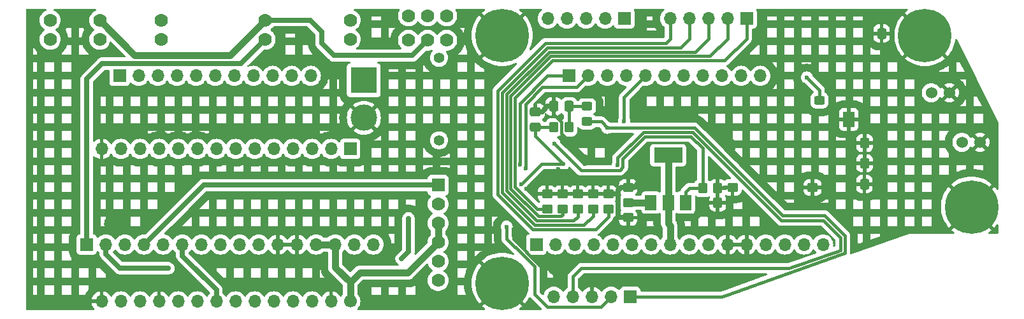
<source format=gbr>
%TF.GenerationSoftware,KiCad,Pcbnew,8.0.1*%
%TF.CreationDate,2025-04-21T12:55:39-06:00*%
%TF.ProjectId,Project,50726f6a-6563-4742-9e6b-696361645f70,A*%
%TF.SameCoordinates,Original*%
%TF.FileFunction,Copper,L2,Bot*%
%TF.FilePolarity,Positive*%
%FSLAX46Y46*%
G04 Gerber Fmt 4.6, Leading zero omitted, Abs format (unit mm)*
G04 Created by KiCad (PCBNEW 8.0.1) date 2025-04-21 12:55:39*
%MOMM*%
%LPD*%
G01*
G04 APERTURE LIST*
G04 Aperture macros list*
%AMRoundRect*
0 Rectangle with rounded corners*
0 $1 Rounding radius*
0 $2 $3 $4 $5 $6 $7 $8 $9 X,Y pos of 4 corners*
0 Add a 4 corners polygon primitive as box body*
4,1,4,$2,$3,$4,$5,$6,$7,$8,$9,$2,$3,0*
0 Add four circle primitives for the rounded corners*
1,1,$1+$1,$2,$3*
1,1,$1+$1,$4,$5*
1,1,$1+$1,$6,$7*
1,1,$1+$1,$8,$9*
0 Add four rect primitives between the rounded corners*
20,1,$1+$1,$2,$3,$4,$5,0*
20,1,$1+$1,$4,$5,$6,$7,0*
20,1,$1+$1,$6,$7,$8,$9,0*
20,1,$1+$1,$8,$9,$2,$3,0*%
G04 Aperture macros list end*
%TA.AperFunction,ComponentPad*%
%ADD10R,1.700000X1.700000*%
%TD*%
%TA.AperFunction,ComponentPad*%
%ADD11O,1.700000X1.700000*%
%TD*%
%TA.AperFunction,ComponentPad*%
%ADD12RoundRect,0.250000X-0.337500X-0.475000X0.337500X-0.475000X0.337500X0.475000X-0.337500X0.475000X0*%
%TD*%
%TA.AperFunction,ComponentPad*%
%ADD13RoundRect,0.250000X-0.350000X-0.450000X0.350000X-0.450000X0.350000X0.450000X-0.350000X0.450000X0*%
%TD*%
%TA.AperFunction,ComponentPad*%
%ADD14C,1.700000*%
%TD*%
%TA.AperFunction,ComponentPad*%
%ADD15C,1.778000*%
%TD*%
%TA.AperFunction,ComponentPad*%
%ADD16RoundRect,0.250000X0.337500X0.475000X-0.337500X0.475000X-0.337500X-0.475000X0.337500X-0.475000X0*%
%TD*%
%TA.AperFunction,ComponentPad*%
%ADD17RoundRect,0.250000X0.450000X-0.325000X0.450000X0.325000X-0.450000X0.325000X-0.450000X-0.325000X0*%
%TD*%
%TA.AperFunction,ComponentPad*%
%ADD18C,1.524000*%
%TD*%
%TA.AperFunction,ComponentPad*%
%ADD19RoundRect,0.250000X0.450000X-0.350000X0.450000X0.350000X-0.450000X0.350000X-0.450000X-0.350000X0*%
%TD*%
%TA.AperFunction,ComponentPad*%
%ADD20C,7.112000*%
%TD*%
%TA.AperFunction,ComponentPad*%
%ADD21R,1.778000X1.778000*%
%TD*%
%TA.AperFunction,ComponentPad*%
%ADD22C,1.400000*%
%TD*%
%TA.AperFunction,ComponentPad*%
%ADD23R,3.500000X3.500000*%
%TD*%
%TA.AperFunction,ComponentPad*%
%ADD24C,3.500000*%
%TD*%
%TA.AperFunction,ComponentPad*%
%ADD25R,1.500000X2.000000*%
%TD*%
%TA.AperFunction,SMDPad,CuDef*%
%ADD26R,1.500000X2.000000*%
%TD*%
%TA.AperFunction,SMDPad,CuDef*%
%ADD27R,3.800000X2.000000*%
%TD*%
%TA.AperFunction,SMDPad,CuDef*%
%ADD28RoundRect,0.250000X0.337500X0.475000X-0.337500X0.475000X-0.337500X-0.475000X0.337500X-0.475000X0*%
%TD*%
%TA.AperFunction,SMDPad,CuDef*%
%ADD29RoundRect,0.250000X0.450000X-0.325000X0.450000X0.325000X-0.450000X0.325000X-0.450000X-0.325000X0*%
%TD*%
%TA.AperFunction,SMDPad,CuDef*%
%ADD30RoundRect,0.250000X-0.450000X0.350000X-0.450000X-0.350000X0.450000X-0.350000X0.450000X0.350000X0*%
%TD*%
%TA.AperFunction,SMDPad,CuDef*%
%ADD31RoundRect,0.250000X-0.475000X0.337500X-0.475000X-0.337500X0.475000X-0.337500X0.475000X0.337500X0*%
%TD*%
%TA.AperFunction,SMDPad,CuDef*%
%ADD32RoundRect,0.250000X-0.350000X-0.450000X0.350000X-0.450000X0.350000X0.450000X-0.350000X0.450000X0*%
%TD*%
%TA.AperFunction,SMDPad,CuDef*%
%ADD33RoundRect,0.250000X0.450000X-0.350000X0.450000X0.350000X-0.450000X0.350000X-0.450000X-0.350000X0*%
%TD*%
%TA.AperFunction,SMDPad,CuDef*%
%ADD34RoundRect,0.250000X0.350000X0.450000X-0.350000X0.450000X-0.350000X-0.450000X0.350000X-0.450000X0*%
%TD*%
%TA.AperFunction,ViaPad*%
%ADD35C,0.600000*%
%TD*%
%TA.AperFunction,Conductor*%
%ADD36C,0.635000*%
%TD*%
%TA.AperFunction,Conductor*%
%ADD37C,0.381000*%
%TD*%
%TA.AperFunction,Conductor*%
%ADD38C,0.889000*%
%TD*%
G04 APERTURE END LIST*
D10*
%TO.P,J2,1,1*%
%TO.N,+7.4V*%
X146730300Y-49560100D03*
D11*
%TO.P,J2,2,2*%
%TO.N,+5V*%
X144190300Y-49560100D03*
%TO.P,J2,3,3*%
%TO.N,Net-(Q3-G)*%
X141650300Y-49560100D03*
%TO.P,J2,4,4*%
%TO.N,Net-(Q1-G)*%
X139110300Y-49560100D03*
%TO.P,J2,5,5*%
%TO.N,Net-(Q2-G)*%
X136570300Y-49560100D03*
%TD*%
D12*
%TO.P,C4,2*%
%TO.N,GND*%
X180926200Y-51559200D03*
%TD*%
D13*
%TO.P,R13,2*%
%TO.N,GND*%
X159160300Y-74071100D03*
%TD*%
D10*
%TO.P,U3,1,RST*%
%TO.N,unconnected-(U3-RST-Pad1)*%
X110314200Y-66926200D03*
D11*
%TO.P,U3,2,TRIG0*%
%TO.N,TRIG0_Top*%
X107774200Y-66926200D03*
%TO.P,U3,3,TRIG1*%
%TO.N,TRIG1_Top*%
X105234200Y-66926200D03*
%TO.P,U3,4,TRIG2*%
%TO.N,TRIG2_Top*%
X102694200Y-66926200D03*
%TO.P,U3,5,TRIG3*%
%TO.N,TRIG3_Top*%
X100154200Y-66926200D03*
%TO.P,U3,6,TRIG4*%
%TO.N,TRIG4_Top*%
X97614200Y-66926200D03*
%TO.P,U3,7,TRIG5*%
%TO.N,TRIG5_Top*%
X95074200Y-66926200D03*
%TO.P,U3,8,TRIG6*%
%TO.N,TRIG6_Top*%
X92534200Y-66926200D03*
%TO.P,U3,9,TRIG7*%
%TO.N,TRIG7_Top*%
X89994200Y-66926200D03*
%TO.P,U3,10,TRIG8*%
%TO.N,TRIG8_Top*%
X87454200Y-66926200D03*
%TO.P,U3,11,TRIG9*%
%TO.N,TRIG9_Top*%
X84914200Y-66926200D03*
%TO.P,U3,12,TRIG10*%
%TO.N,TRIG10_Top*%
X82374200Y-66926200D03*
%TO.P,U3,13,ACT*%
%TO.N,unconnected-(U3-ACT-Pad13)*%
X79834200Y-66926200D03*
%TO.P,U3,14,GND*%
%TO.N,GND*%
X77294200Y-66926200D03*
%TO.P,U3,15,GND*%
X77294200Y-87246200D03*
%TO.P,U3,16,L*%
%TO.N,unconnected-(U3-L-Pad16)*%
X79834200Y-87246200D03*
%TO.P,U3,17,R*%
%TO.N,unconnected-(U3-R-Pad17)*%
X82374200Y-87246200D03*
%TO.P,U3,18,GND*%
%TO.N,GND*%
X84914200Y-87246200D03*
%TO.P,U3,19,CS*%
%TO.N,unconnected-(U3-CS-Pad19)*%
X87454200Y-87246200D03*
%TO.P,U3,20,VOL-*%
%TO.N,unconnected-(U3-VOL--Pad20)*%
X89994200Y-87246200D03*
%TO.P,U3,21,VOL+*%
%TO.N,VOL+_Top*%
X92534200Y-87246200D03*
%TO.P,U3,22,UG*%
%TO.N,unconnected-(U3-UG-Pad22)*%
X95074200Y-87246200D03*
%TO.P,U3,23,RX*%
%TO.N,unconnected-(U3-RX-Pad23)*%
X97614200Y-87246200D03*
%TO.P,U3,24,TX*%
%TO.N,unconnected-(U3-TX-Pad24)*%
X100154200Y-87246200D03*
%TO.P,U3,25,PB*%
%TO.N,unconnected-(U3-PB-Pad25)*%
X102694200Y-87246200D03*
%TO.P,U3,26,BUS*%
%TO.N,unconnected-(U3-BUS-Pad26)*%
X105234200Y-87246200D03*
%TO.P,U3,27,GND*%
%TO.N,GND*%
X107774200Y-87246200D03*
D14*
%TO.P,U3,28,VIN*%
%TO.N,+5V_Top*%
X110314200Y-87246200D03*
%TD*%
D10*
%TO.P,J4,1,1*%
%TO.N,TRIG10*%
X139397200Y-57198000D03*
D11*
%TO.P,J4,2,2*%
%TO.N,TRIG9*%
X141937200Y-57198000D03*
%TO.P,J4,3,3*%
%TO.N,TRIG8*%
X144477200Y-57198000D03*
%TO.P,J4,4,4*%
%TO.N,TRIG7*%
X147017200Y-57198000D03*
%TO.P,J4,5,5*%
%TO.N,TRIG6*%
X149557200Y-57198000D03*
%TO.P,J4,6,6*%
%TO.N,TRIG5*%
X152097200Y-57198000D03*
%TO.P,J4,7,7*%
%TO.N,TRIG4*%
X154637200Y-57198000D03*
%TO.P,J4,8,8*%
%TO.N,TRIG3*%
X157177200Y-57198000D03*
%TO.P,J4,9,9*%
%TO.N,TRIG2*%
X159717200Y-57198000D03*
%TO.P,J4,10,10*%
%TO.N,TRIG1*%
X162257200Y-57198000D03*
%TO.P,J4,11,11*%
%TO.N,TRIG0*%
X164797200Y-57198000D03*
%TD*%
D10*
%TO.P,J1,1,1*%
%TO.N,Net-(D4-K)*%
X147525200Y-86611200D03*
D11*
%TO.P,J1,2,2*%
%TO.N,+5V*%
X144985200Y-86611200D03*
%TO.P,J1,3,3*%
%TO.N,GND*%
X142445200Y-86611200D03*
%TO.P,J1,4,4*%
%TO.N,RB7*%
X139905200Y-86611200D03*
%TO.P,J1,5,5*%
%TO.N,RB6*%
X137365200Y-86611200D03*
%TD*%
D10*
%TO.P,J3,1,1*%
%TO.N,Fire*%
X162986300Y-49560100D03*
D11*
%TO.P,J3,2,2*%
%TO.N,Frequency Select*%
X160446300Y-49560100D03*
%TO.P,J3,3,3*%
%TO.N,Full-Auto*%
X157906300Y-49560100D03*
%TO.P,J3,4,4*%
%TO.N,Burst*%
X155366300Y-49560100D03*
%TO.P,J3,5,5*%
%TO.N,Semi-Auto*%
X152826300Y-49560100D03*
%TD*%
D15*
%TO.P,LD1,1,A*%
%TO.N,+5V_Top*%
X70436200Y-49781200D03*
%TO.P,LD1,2,K*%
%TO.N,Laser{slash}PWM_Top*%
X70436200Y-52321200D03*
%TD*%
D10*
%TO.P,J5,1,1*%
%TO.N,Fire*%
X135046300Y-79659100D03*
D11*
%TO.P,J5,2,2*%
%TO.N,Frequency Select*%
X137586300Y-79659100D03*
%TO.P,J5,3,3*%
%TO.N,Full-Auto*%
X140126300Y-79659100D03*
%TO.P,J5,4,4*%
%TO.N,Burst*%
X142666300Y-79659100D03*
%TO.P,J5,5,5*%
%TO.N,Semi-Auto*%
X145206300Y-79659100D03*
%TO.P,J5,6,6*%
%TO.N,VOL+*%
X147746300Y-79659100D03*
%TO.P,J5,7,7*%
%TO.N,Laser{slash}PWM*%
X150286300Y-79659100D03*
%TO.P,J5,8,8*%
%TO.N,Laser{slash}PWM2*%
X152826300Y-79659100D03*
%TO.P,J5,9,9*%
%TO.N,Solenoid*%
X155366300Y-79659100D03*
%TO.P,J5,10,10*%
X157906300Y-79659100D03*
%TO.P,J5,11,11*%
%TO.N,GND*%
X160446300Y-79659100D03*
%TO.P,J5,12,12*%
X162986300Y-79659100D03*
%TO.P,J5,13,13*%
%TO.N,+5V*%
X165526300Y-79659100D03*
%TO.P,J5,14,14*%
X168066300Y-79659100D03*
%TO.P,J5,15,15*%
%TO.N,+7.4V*%
X170606300Y-79659100D03*
%TO.P,J5,16,16*%
X173146300Y-79659100D03*
%TD*%
D16*
%TO.P,C2,2*%
%TO.N,GND*%
X178640200Y-71625200D03*
%TD*%
D17*
%TO.P,D2,1,K*%
%TO.N,+7.4V*%
X172671200Y-60458200D03*
%TD*%
D15*
%TO.P,SW2,1,1*%
%TO.N,+5V_Top*%
X99011200Y-49781200D03*
%TO.P,SW2,2,2*%
%TO.N,Fire_Top*%
X99011200Y-52321200D03*
%TD*%
D10*
%TO.P,J7,1,1*%
%TO.N,Fire_Top*%
X75313800Y-79659100D03*
D11*
%TO.P,J7,2,2*%
%TO.N,Frequency Select_Top*%
X77853800Y-79659100D03*
%TO.P,J7,3,3*%
%TO.N,Full-Auto_Top*%
X80393800Y-79659100D03*
%TO.P,J7,4,4*%
%TO.N,Burst_Top*%
X82933800Y-79659100D03*
%TO.P,J7,5,5*%
%TO.N,Semi-Auto_Top*%
X85473800Y-79659100D03*
%TO.P,J7,6,6*%
%TO.N,VOL+_Top*%
X88013800Y-79659100D03*
%TO.P,J7,7,7*%
%TO.N,Laser{slash}PWM_Top*%
X90553800Y-79659100D03*
%TO.P,J7,8,8*%
%TO.N,Laser{slash}PWM2_Top*%
X93093800Y-79659100D03*
%TO.P,J7,9,9*%
%TO.N,Solenoid_Top*%
X95633800Y-79659100D03*
%TO.P,J7,10,10*%
X98173800Y-79659100D03*
%TO.P,J7,11,11*%
%TO.N,GND*%
X100713800Y-79659100D03*
%TO.P,J7,12,12*%
X103253800Y-79659100D03*
%TO.P,J7,13,13*%
%TO.N,+5V_Top*%
X105793800Y-79659100D03*
%TO.P,J7,14,14*%
X108333800Y-79659100D03*
%TO.P,J7,15,15*%
%TO.N,+7.4V_Top*%
X110873800Y-79659100D03*
%TO.P,J7,16,16*%
X113413800Y-79659100D03*
%TD*%
D15*
%TO.P,SW3,1,A*%
%TO.N,Frequency Select_Top*%
X118061200Y-52448200D03*
X118061200Y-49197000D03*
%TO.P,SW3,2,B*%
%TO.N,+5V_Top*%
X120601200Y-52448200D03*
X120601200Y-49197000D03*
%TO.P,SW3,3,C*%
%TO.N,unconnected-(SW3-C-Pad3)*%
X123141200Y-52448200D03*
%TO.N,unconnected-(SW3-C-Pad3)_0*%
X123141200Y-49197000D03*
%TD*%
D18*
%TO.P,C3,1*%
%TO.N,+5V*%
X187530200Y-59433200D03*
%TO.P,C3,2*%
%TO.N,GND*%
X189943200Y-59433200D03*
%TD*%
D19*
%TO.P,R10,2*%
%TO.N,GND*%
X147238300Y-72038200D03*
%TD*%
D20*
%TO.P,,1*%
%TO.N,GND*%
X130507200Y-84833200D03*
%TD*%
D13*
%TO.P,R1,1*%
%TO.N,GND*%
X178656200Y-68831200D03*
%TD*%
%TO.P,R2,1*%
%TO.N,GND*%
X178656200Y-66164200D03*
%TD*%
D21*
%TO.P,SW4,1*%
%TO.N,Burst_Top*%
X121998200Y-71752200D03*
D15*
%TO.P,SW4,2*%
%TO.N,Semi-Auto_Top*%
X121998200Y-74292200D03*
%TO.P,SW4,3*%
%TO.N,+5V_Top*%
X121998200Y-76832200D03*
%TO.P,SW4,4*%
X121998200Y-79372200D03*
%TO.P,SW4,5*%
%TO.N,Full-Auto_Top*%
X121998200Y-81912200D03*
%TO.P,SW4,6*%
%TO.N,unconnected-(SW4-Pad6)*%
X121998200Y-84452200D03*
%TD*%
D20*
%TO.P,,1*%
%TO.N,GND*%
X130507200Y-51813200D03*
%TD*%
D15*
%TO.P,SW1,1,A*%
%TO.N,Net-(BT1-+)*%
X110314200Y-52321200D03*
%TO.P,SW1,2,B*%
%TO.N,+7.4V_Top*%
X110314200Y-49781200D03*
%TD*%
%TO.P,LD2,1,A*%
%TO.N,+5V_Top*%
X77040200Y-49781200D03*
%TO.P,LD2,2,K*%
%TO.N,Laser{slash}PWM2_Top*%
X77040200Y-52321200D03*
%TD*%
%TO.P,S1,1,+*%
%TO.N,+7.4V_Top*%
X85168200Y-52321200D03*
%TO.P,S1,2,-*%
%TO.N,Solenoid_Top*%
X85168200Y-49781200D03*
%TD*%
D20*
%TO.P,,1*%
%TO.N,GND*%
X186680000Y-51840000D03*
%TD*%
D19*
%TO.P,R14,2*%
%TO.N,GND*%
X171756800Y-72063600D03*
%TD*%
D22*
%TO.P,BT1,*%
%TO.N,*%
X122125200Y-54783200D03*
X122125200Y-65783200D03*
D23*
%TO.P,BT1,1,+*%
%TO.N,Net-(BT1-+)*%
X112125200Y-57783200D03*
D24*
%TO.P,BT1,2,-*%
%TO.N,GND*%
X112125200Y-62783200D03*
%TD*%
D10*
%TO.P,J6,1,1*%
%TO.N,TRIG10_Top*%
X79664700Y-57198000D03*
D11*
%TO.P,J6,2,2*%
%TO.N,TRIG9_Top*%
X82204700Y-57198000D03*
%TO.P,J6,3,3*%
%TO.N,TRIG8_Top*%
X84744700Y-57198000D03*
%TO.P,J6,4,4*%
%TO.N,TRIG7_Top*%
X87284700Y-57198000D03*
%TO.P,J6,5,5*%
%TO.N,TRIG6_Top*%
X89824700Y-57198000D03*
%TO.P,J6,6,6*%
%TO.N,TRIG5_Top*%
X92364700Y-57198000D03*
%TO.P,J6,7,7*%
%TO.N,TRIG4_Top*%
X94904700Y-57198000D03*
%TO.P,J6,8,8*%
%TO.N,TRIG3_Top*%
X97444700Y-57198000D03*
%TO.P,J6,9,9*%
%TO.N,TRIG2_Top*%
X99984700Y-57198000D03*
%TO.P,J6,10,10*%
%TO.N,TRIG1_Top*%
X102524700Y-57198000D03*
%TO.P,J6,11,11*%
%TO.N,TRIG0_Top*%
X105064700Y-57198000D03*
%TD*%
D19*
%TO.P,R11,2*%
%TO.N,GND*%
X161114200Y-72038200D03*
%TD*%
D18*
%TO.P,C1,1*%
%TO.N,+7.4V*%
X191594200Y-66037200D03*
%TO.P,C1,2*%
%TO.N,GND*%
X194007200Y-66037200D03*
%TD*%
D25*
%TO.P,U1,1,GND*%
%TO.N,GND*%
X176580200Y-62989200D03*
%TD*%
D20*
%TO.P,REF\u002A\u002A,1*%
%TO.N,GND*%
X192864200Y-74673200D03*
%TD*%
D26*
%TO.P,Q1,1,G*%
%TO.N,Net-(Q1-G)*%
X154872300Y-74071100D03*
%TO.P,Q1,2,D*%
%TO.N,Laser{slash}PWM2*%
X152572300Y-74071100D03*
D27*
X152572300Y-67771100D03*
D26*
%TO.P,Q1,3,S*%
%TO.N,Net-(Q1-S)*%
X150272300Y-74071100D03*
%TD*%
D28*
%TO.P,C5,1*%
%TO.N,Net-(D4-A)*%
X139414800Y-61271000D03*
%TO.P,C5,2*%
%TO.N,GND*%
X137339800Y-61271000D03*
%TD*%
D29*
%TO.P,D4,1,K*%
%TO.N,Net-(D4-K)*%
X141784800Y-63303000D03*
%TO.P,D4,2,A*%
%TO.N,Net-(D4-A)*%
X141784800Y-61253000D03*
%TD*%
D30*
%TO.P,R12,1*%
%TO.N,Net-(Q1-S)*%
X147238300Y-74087100D03*
%TO.P,R12,2*%
%TO.N,GND*%
X147238300Y-76087100D03*
%TD*%
D31*
%TO.P,C6,1*%
%TO.N,GND*%
X134926800Y-61990000D03*
%TO.P,C6,2*%
%TO.N,+5V*%
X134926800Y-64065000D03*
%TD*%
D32*
%TO.P,R9,1*%
%TO.N,Net-(Q1-G)*%
X157144300Y-72166100D03*
%TO.P,R9,2*%
%TO.N,GND*%
X159144300Y-72166100D03*
%TD*%
D19*
%TO.P,R7,1*%
%TO.N,Burst*%
X142572200Y-74927200D03*
D33*
%TO.P,R7,2*%
%TO.N,GND*%
X142572200Y-72927200D03*
%TD*%
D19*
%TO.P,R5,1*%
%TO.N,Frequency Select*%
X138508200Y-74927200D03*
D33*
%TO.P,R5,2*%
%TO.N,GND*%
X138508200Y-72927200D03*
%TD*%
D19*
%TO.P,R6,1*%
%TO.N,Full-Auto*%
X140540200Y-74927200D03*
D33*
%TO.P,R6,2*%
%TO.N,GND*%
X140540200Y-72927200D03*
%TD*%
D34*
%TO.P,R3,1*%
%TO.N,Net-(D4-A)*%
X139371800Y-64065000D03*
%TO.P,R3,2*%
%TO.N,+5V*%
X137371800Y-64065000D03*
%TD*%
D19*
%TO.P,R8,1*%
%TO.N,Semi-Auto*%
X144604200Y-74927200D03*
D33*
%TO.P,R8,2*%
%TO.N,GND*%
X144604200Y-72927200D03*
%TD*%
D19*
%TO.P,R4,1*%
%TO.N,Fire*%
X136476200Y-74927200D03*
D33*
%TO.P,R4,2*%
%TO.N,GND*%
X136476200Y-72927200D03*
%TD*%
D35*
%TO.N,GND*%
X160270000Y-66480000D03*
X159620000Y-65620000D03*
X149050000Y-68520000D03*
X141500000Y-68960000D03*
X139590000Y-69780000D03*
X133750000Y-72240000D03*
X132000000Y-77670000D03*
X137790000Y-82540000D03*
X167730000Y-81550000D03*
X78910000Y-76920000D03*
X137955200Y-69593200D03*
X139300200Y-65783200D03*
%TO.N,Net-(D4-K)*%
X144477200Y-64106800D03*
%TO.N,RB7*%
X145859242Y-69090758D03*
%TO.N,+7.4V*%
X170994800Y-57401200D03*
%TO.N,Net-(Q1-G)*%
X137455000Y-66205000D03*
%TO.N,TRIG6*%
X146712400Y-63222500D03*
%TO.N,TRIG10*%
X132918500Y-68985100D03*
%TO.N,TRIG9*%
X133609000Y-69566100D03*
%TO.N,Frequency Select_Top*%
X117130000Y-81570000D03*
X86160000Y-82830000D03*
X118061200Y-76197200D03*
%TO.N,+5V*%
X133014300Y-71658100D03*
X138647900Y-68945500D03*
X131109300Y-77287542D03*
%TD*%
D36*
%TO.N,GND*%
X136559000Y-61271000D02*
X137339800Y-61271000D01*
X134926800Y-61990000D02*
X135840000Y-61990000D01*
X135840000Y-61990000D02*
X136559000Y-61271000D01*
%TO.N,Frequency Select_Top*%
X77853800Y-80943800D02*
X77853800Y-79659100D01*
X79740000Y-82830000D02*
X77853800Y-80943800D01*
X86160000Y-82830000D02*
X79740000Y-82830000D01*
D37*
%TO.N,TRIG9*%
X140431100Y-58704100D02*
X141937200Y-57198000D01*
X135867958Y-58704100D02*
X140431100Y-58704100D01*
X133609000Y-60963058D02*
X135867958Y-58704100D01*
X133609000Y-69566100D02*
X133609000Y-60963058D01*
D36*
%TO.N,GND*%
X149050000Y-68520000D02*
X149050000Y-68550000D01*
X149050000Y-70980000D02*
X149050000Y-68520000D01*
X147238300Y-72038200D02*
X147991800Y-72038200D01*
X147991800Y-72038200D02*
X149050000Y-70980000D01*
X145920000Y-72420000D02*
X145920000Y-73130000D01*
X146301800Y-72038200D02*
X145920000Y-72420000D01*
X147238300Y-72038200D02*
X146301800Y-72038200D01*
X145920000Y-73130000D02*
X145717200Y-72927200D01*
X145717200Y-72927200D02*
X144604200Y-72927200D01*
X145920000Y-75830000D02*
X145920000Y-73130000D01*
X146177100Y-76087100D02*
X145920000Y-75830000D01*
X147238300Y-76087100D02*
X146177100Y-76087100D01*
%TO.N,Frequency Select_Top*%
X117130000Y-81570000D02*
X118061200Y-80638800D01*
X118061200Y-80638800D02*
X118061200Y-76197200D01*
D37*
%TO.N,Net-(Q1-G)*%
X155601884Y-65282000D02*
X157144300Y-66824416D01*
X149509658Y-65282000D02*
X155601884Y-65282000D01*
X146549742Y-68241916D02*
X149509658Y-65282000D01*
X146145257Y-69781258D02*
X146549742Y-69376773D01*
X140971258Y-69781258D02*
X146145257Y-69781258D01*
X157144300Y-66824416D02*
X157144300Y-72166100D01*
X137455000Y-66205000D02*
X137455000Y-66265000D01*
X137455000Y-66265000D02*
X140971258Y-69781258D01*
X146549742Y-69376773D02*
X146549742Y-68241916D01*
D38*
%TO.N,+5V_Top*%
X94372400Y-54420000D02*
X99011200Y-49781200D01*
X81679000Y-54420000D02*
X94372400Y-54420000D01*
X77040200Y-49781200D02*
X81679000Y-54420000D01*
D36*
%TO.N,Fire_Top*%
X75313800Y-57603600D02*
X75313800Y-79659100D01*
X77357400Y-55560000D02*
X75313800Y-57603600D01*
X95772400Y-55560000D02*
X77357400Y-55560000D01*
X99011200Y-52321200D02*
X95772400Y-55560000D01*
D37*
%TO.N,RB7*%
X168634515Y-82834100D02*
X141015300Y-82834100D01*
X141015300Y-82834100D02*
X139905200Y-83944200D01*
X175486300Y-80408689D02*
X168634515Y-82834100D01*
X175486300Y-78758300D02*
X175486300Y-80408689D01*
X173179200Y-76451200D02*
X175486300Y-78758300D01*
X167592742Y-76451200D02*
X173179200Y-76451200D01*
X155842542Y-64701000D02*
X167592742Y-76451200D01*
X149269000Y-64701000D02*
X155842542Y-64701000D01*
X139905200Y-83944200D02*
X139905200Y-86611200D01*
X145859242Y-69090758D02*
X145859242Y-68110758D01*
X145859242Y-68110758D02*
X149269000Y-64701000D01*
%TO.N,Net-(D4-K)*%
X176067300Y-80819352D02*
X159705331Y-86611200D01*
X176067300Y-78475700D02*
X176067300Y-80819352D01*
X173382400Y-75790800D02*
X176067300Y-78475700D01*
X167754000Y-75790800D02*
X173382400Y-75790800D01*
X156083200Y-64120000D02*
X167754000Y-75790800D01*
X159705331Y-86611200D02*
X147525200Y-86611200D01*
X144477200Y-64106800D02*
X144490400Y-64120000D01*
X144490400Y-64120000D02*
X156083200Y-64120000D01*
D38*
%TO.N,Laser{slash}PWM2*%
X152572300Y-67771100D02*
X152572300Y-74071100D01*
D37*
%TO.N,TRIG6*%
X146712400Y-60042800D02*
X149557200Y-57198000D01*
X146712400Y-63222500D02*
X146712400Y-60042800D01*
%TO.N,GND*%
X137340000Y-61271200D02*
X137339800Y-61271000D01*
X137340000Y-62320468D02*
X137340000Y-61271200D01*
X138370000Y-64840000D02*
X138370000Y-63350468D01*
X139300200Y-65770200D02*
X138370000Y-64840000D01*
X139300200Y-65783200D02*
X139300200Y-65770200D01*
X138370000Y-63350468D02*
X137340000Y-62320468D01*
X141500000Y-67983000D02*
X139300200Y-65783200D01*
X141500000Y-68960000D02*
X141500000Y-67983000D01*
X139590000Y-69780000D02*
X139600000Y-69780000D01*
X138142000Y-69780000D02*
X139590000Y-69780000D01*
X137955200Y-69593200D02*
X138142000Y-69780000D01*
X135591658Y-82540000D02*
X137790000Y-82540000D01*
X132000000Y-78948342D02*
X135591658Y-82540000D01*
X132000000Y-77670000D02*
X132000000Y-78948342D01*
%TO.N,+5V*%
X134792300Y-82562300D02*
X134792300Y-86263100D01*
X133380000Y-81150000D02*
X134792300Y-82562300D01*
X133362200Y-81150000D02*
X133380000Y-81150000D01*
X134792300Y-86263100D02*
X136481900Y-87952700D01*
X136481900Y-87952700D02*
X143643700Y-87952700D01*
X131109300Y-78897100D02*
X133362200Y-81150000D01*
X143643700Y-87952700D02*
X144985200Y-86611200D01*
X131109300Y-77287542D02*
X131109300Y-78897100D01*
D36*
%TO.N,GND*%
X167730000Y-81550000D02*
X167720000Y-81560000D01*
X162980000Y-79665400D02*
X162980000Y-81070000D01*
X163470000Y-81560000D02*
X167730000Y-81550000D01*
X162986300Y-79659100D02*
X162980000Y-79665400D01*
X162980000Y-81070000D02*
X163470000Y-81560000D01*
D37*
%TO.N,Net-(D4-A)*%
X139414800Y-61271000D02*
X139414800Y-64022000D01*
X139432800Y-61253000D02*
X139414800Y-61271000D01*
X141784800Y-61253000D02*
X139432800Y-61253000D01*
X139414800Y-64022000D02*
X139371800Y-64065000D01*
D38*
%TO.N,+5V_Top*%
X105793800Y-79659100D02*
X108333800Y-79659100D01*
X110314200Y-84706200D02*
X110314200Y-87246200D01*
D36*
X120601200Y-52448200D02*
X118569200Y-54480200D01*
D38*
X111584200Y-83436200D02*
X117934200Y-83436200D01*
X117934200Y-83436200D02*
X121998200Y-79372200D01*
X108333800Y-82725800D02*
X110314200Y-84706200D01*
X108333800Y-79659100D02*
X108333800Y-82725800D01*
X121998200Y-79372200D02*
X121998200Y-76832200D01*
D36*
X106504200Y-51305200D02*
X104980200Y-49781200D01*
X104980200Y-49781200D02*
X99011200Y-49781200D01*
X118569200Y-54480200D02*
X108155200Y-54480200D01*
D38*
X110314200Y-84706200D02*
X111584200Y-83436200D01*
D36*
X106504200Y-52829200D02*
X106504200Y-51305200D01*
X108155200Y-54480200D02*
X106504200Y-52829200D01*
D37*
%TO.N,Net-(D4-K)*%
X144477200Y-64106800D02*
X143673400Y-63303000D01*
X143673400Y-63303000D02*
X141784800Y-63303000D01*
%TO.N,+7.4V*%
X170994800Y-57401200D02*
X172671200Y-59077600D01*
X172671200Y-59077600D02*
X172671200Y-60458200D01*
D38*
%TO.N,Net-(Q1-S)*%
X150272300Y-74071100D02*
X147254300Y-74071100D01*
X147254300Y-74071100D02*
X147238300Y-74087100D01*
D37*
%TO.N,Net-(Q1-G)*%
X154872300Y-72660100D02*
X154872300Y-74071100D01*
X155366300Y-72166100D02*
X154872300Y-72660100D01*
X157144300Y-72166100D02*
X155366300Y-72166100D01*
%TO.N,TRIG10*%
X132918500Y-68985100D02*
X132887300Y-68953900D01*
X132887300Y-60863100D02*
X136552400Y-57198000D01*
X132887300Y-68953900D02*
X132887300Y-60863100D01*
X136552400Y-57198000D02*
X139397200Y-57198000D01*
%TO.N,Fire*%
X162986300Y-49560100D02*
X162986300Y-52227100D01*
X137210232Y-55153200D02*
X132228000Y-60135432D01*
X162986300Y-52227100D02*
X160060200Y-55153200D01*
X132228000Y-72016342D02*
X135138858Y-74927200D01*
X135138858Y-74927200D02*
X136476200Y-74927200D01*
X132228000Y-60135432D02*
X132228000Y-72016342D01*
X160060200Y-55153200D02*
X137210232Y-55153200D01*
%TO.N,Semi-Auto*%
X129904000Y-59172800D02*
X129904000Y-72978974D01*
X152224200Y-52829200D02*
X136247600Y-52829200D01*
X129904000Y-72978974D02*
X134585726Y-77660700D01*
X152826300Y-49560100D02*
X152826300Y-52227100D01*
X136247600Y-52829200D02*
X129904000Y-59172800D01*
X152826300Y-52227100D02*
X152224200Y-52829200D01*
X144604200Y-75968600D02*
X144604200Y-74927200D01*
X142912100Y-77660700D02*
X144604200Y-75968600D01*
X134585726Y-77660700D02*
X142912100Y-77660700D01*
%TO.N,Burst*%
X155366300Y-52227100D02*
X154183200Y-53410200D01*
X142572200Y-75867000D02*
X142572200Y-74927200D01*
X154183200Y-53410200D02*
X136488258Y-53410200D01*
X130485000Y-72738316D02*
X134826384Y-77079700D01*
X141359500Y-77079700D02*
X142572200Y-75867000D01*
X134826384Y-77079700D02*
X141359500Y-77079700D01*
X155366300Y-49560100D02*
X155366300Y-52227100D01*
X136488258Y-53410200D02*
X130485000Y-59413458D01*
X130485000Y-59413458D02*
X130485000Y-72738316D01*
%TO.N,Full-Auto*%
X156142200Y-53991200D02*
X136728916Y-53991200D01*
X136728916Y-53991200D02*
X131066000Y-59654116D01*
X140010100Y-76498700D02*
X140540200Y-75968600D01*
X140540200Y-75968600D02*
X140540200Y-74927200D01*
X131066000Y-59654116D02*
X131066000Y-72497658D01*
X157906300Y-52227100D02*
X156142200Y-53991200D01*
X131066000Y-72497658D02*
X135067042Y-76498700D01*
X157906300Y-49560100D02*
X157906300Y-52227100D01*
X135067042Y-76498700D02*
X140010100Y-76498700D01*
%TO.N,Frequency Select*%
X158101200Y-54572200D02*
X136969574Y-54572200D01*
X138508200Y-75714600D02*
X138508200Y-74927200D01*
X136969574Y-54572200D02*
X131647000Y-59894774D01*
X160446300Y-52227100D02*
X158101200Y-54572200D01*
X160446300Y-49560100D02*
X160446300Y-52227100D01*
X135307700Y-75917700D02*
X138305100Y-75917700D01*
X138305100Y-75917700D02*
X138508200Y-75714600D01*
X131647000Y-72257000D02*
X135307700Y-75917700D01*
X131647000Y-59894774D02*
X131647000Y-72257000D01*
D38*
%TO.N,Laser{slash}PWM2*%
X152572300Y-74071100D02*
X152572300Y-76865100D01*
X152826300Y-77119100D02*
X152826300Y-79659100D01*
X152572300Y-79405100D02*
X152826300Y-79659100D01*
X152572300Y-76865100D02*
X152826300Y-77119100D01*
D36*
%TO.N,VOL+_Top*%
X88013800Y-81201800D02*
X92534200Y-85722200D01*
X88013800Y-79659100D02*
X88013800Y-81201800D01*
X92534200Y-85722200D02*
X92534200Y-87246200D01*
%TO.N,Burst_Top*%
X82933800Y-79659100D02*
X90840700Y-71752200D01*
X90840700Y-71752200D02*
X121998200Y-71752200D01*
D37*
%TO.N,+5V*%
X138647900Y-68945500D02*
X134926800Y-65224400D01*
X133014300Y-71658100D02*
X135769700Y-68902700D01*
X138605100Y-68902700D02*
X138647900Y-68945500D01*
X134926800Y-65224400D02*
X134926800Y-64065000D01*
X135769700Y-68902700D02*
X138605100Y-68902700D01*
X137371800Y-64065000D02*
X134926800Y-64065000D01*
X137371800Y-64065000D02*
X137060400Y-64376400D01*
%TD*%
%TA.AperFunction,Conductor*%
%TO.N,GND*%
G36*
X69918609Y-48277385D02*
G01*
X69964364Y-48330189D01*
X69974308Y-48399347D01*
X69945283Y-48462903D01*
X69891833Y-48498981D01*
X69876138Y-48504368D01*
X69876130Y-48504372D01*
X69673608Y-48613972D01*
X69491894Y-48755406D01*
X69491889Y-48755411D01*
X69335928Y-48924829D01*
X69209982Y-49117605D01*
X69117482Y-49328485D01*
X69060953Y-49551715D01*
X69041938Y-49781194D01*
X69041938Y-49781205D01*
X69060953Y-50010684D01*
X69117482Y-50233914D01*
X69209982Y-50444794D01*
X69335928Y-50637570D01*
X69335931Y-50637573D01*
X69491892Y-50806992D01*
X69605172Y-50895161D01*
X69677659Y-50951580D01*
X69676676Y-50952841D01*
X69717383Y-51000549D01*
X69726800Y-51069781D01*
X69697292Y-51133114D01*
X69677336Y-51150405D01*
X69677659Y-51150820D01*
X69491894Y-51295406D01*
X69491889Y-51295411D01*
X69335928Y-51464829D01*
X69209982Y-51657605D01*
X69117482Y-51868485D01*
X69060953Y-52091715D01*
X69041938Y-52321194D01*
X69041938Y-52321205D01*
X69060953Y-52550684D01*
X69117482Y-52773914D01*
X69209982Y-52984794D01*
X69335928Y-53177570D01*
X69359957Y-53203672D01*
X69491892Y-53346992D01*
X69594923Y-53427184D01*
X69655063Y-53473993D01*
X69673611Y-53488429D01*
X69876131Y-53598028D01*
X69962018Y-53627513D01*
X70093925Y-53672797D01*
X70093927Y-53672797D01*
X70093929Y-53672798D01*
X70321063Y-53710700D01*
X70321064Y-53710700D01*
X70551336Y-53710700D01*
X70551337Y-53710700D01*
X70778471Y-53672798D01*
X70996269Y-53598028D01*
X71198789Y-53488429D01*
X71380508Y-53346992D01*
X71536469Y-53177573D01*
X71662417Y-52984795D01*
X71754917Y-52773916D01*
X71811446Y-52550688D01*
X71820700Y-52439011D01*
X71830462Y-52321205D01*
X71830462Y-52321194D01*
X71815063Y-52135366D01*
X71811446Y-52091712D01*
X71754917Y-51868484D01*
X71662417Y-51657605D01*
X71629818Y-51607708D01*
X71536471Y-51464829D01*
X71497418Y-51422406D01*
X71380508Y-51295408D01*
X71198789Y-51153971D01*
X71198790Y-51153971D01*
X71194741Y-51150820D01*
X71195725Y-51149554D01*
X71155024Y-51101870D01*
X71148124Y-51051200D01*
X72477462Y-51051200D01*
X72522770Y-51120548D01*
X72525483Y-51124896D01*
X72541692Y-51152098D01*
X72544224Y-51156554D01*
X72564179Y-51193427D01*
X72566526Y-51197986D01*
X72580436Y-51226440D01*
X72582591Y-51231089D01*
X72691928Y-51480354D01*
X72693888Y-51485086D01*
X72705392Y-51514566D01*
X72707155Y-51519375D01*
X72720770Y-51559027D01*
X72722335Y-51563910D01*
X72731379Y-51594284D01*
X72732741Y-51599230D01*
X72799566Y-51863116D01*
X72800721Y-51868112D01*
X72807221Y-51899115D01*
X72808169Y-51904151D01*
X72815069Y-51945504D01*
X72815808Y-51950578D01*
X72819723Y-51981995D01*
X72820251Y-51987089D01*
X72826599Y-52063700D01*
X73311200Y-52063700D01*
X73311200Y-50791700D01*
X74325200Y-50791700D01*
X74325200Y-52063700D01*
X74649801Y-52063700D01*
X74656149Y-51987089D01*
X74656677Y-51981995D01*
X74660592Y-51950578D01*
X74661331Y-51945504D01*
X74668231Y-51904151D01*
X74669179Y-51899115D01*
X74675679Y-51868112D01*
X74676834Y-51863116D01*
X74743659Y-51599230D01*
X74745021Y-51594284D01*
X74754065Y-51563910D01*
X74755630Y-51559027D01*
X74769245Y-51519375D01*
X74771008Y-51514566D01*
X74782512Y-51485086D01*
X74784472Y-51480354D01*
X74893809Y-51231089D01*
X74895964Y-51226440D01*
X74909874Y-51197986D01*
X74912221Y-51193427D01*
X74932176Y-51156554D01*
X74934708Y-51152098D01*
X74950917Y-51124896D01*
X74953630Y-51120549D01*
X74998937Y-51051200D01*
X74953630Y-50981851D01*
X74950917Y-50977504D01*
X74934708Y-50950302D01*
X74932176Y-50945846D01*
X74912221Y-50908973D01*
X74909874Y-50904414D01*
X74895964Y-50875960D01*
X74893809Y-50871311D01*
X74858889Y-50791700D01*
X74325200Y-50791700D01*
X73311200Y-50791700D01*
X72617511Y-50791700D01*
X72582591Y-50871311D01*
X72580436Y-50875960D01*
X72566526Y-50904414D01*
X72564179Y-50908973D01*
X72544224Y-50945846D01*
X72541692Y-50950302D01*
X72525483Y-50977504D01*
X72522770Y-50981852D01*
X72477462Y-51051200D01*
X71148124Y-51051200D01*
X71145596Y-51032639D01*
X71175093Y-50969302D01*
X71195065Y-50951996D01*
X71194741Y-50951580D01*
X71238230Y-50917731D01*
X71380508Y-50806992D01*
X71536469Y-50637573D01*
X71662417Y-50444795D01*
X71754917Y-50233916D01*
X71811446Y-50010688D01*
X71823883Y-49860594D01*
X71830462Y-49781205D01*
X71830462Y-49781194D01*
X71812141Y-49560099D01*
X71811446Y-49551712D01*
X71754917Y-49328484D01*
X71662417Y-49117605D01*
X71582077Y-48994635D01*
X71536471Y-48924829D01*
X71421947Y-48800423D01*
X71380508Y-48755408D01*
X71294797Y-48688697D01*
X71198791Y-48613972D01*
X70996269Y-48504372D01*
X70996261Y-48504368D01*
X70980567Y-48498981D01*
X70923551Y-48458595D01*
X70897421Y-48393795D01*
X70910473Y-48325156D01*
X70958562Y-48274468D01*
X71020830Y-48257700D01*
X76455570Y-48257700D01*
X76522609Y-48277385D01*
X76568364Y-48330189D01*
X76578308Y-48399347D01*
X76549283Y-48462903D01*
X76495833Y-48498981D01*
X76480138Y-48504368D01*
X76480130Y-48504372D01*
X76277608Y-48613972D01*
X76095894Y-48755406D01*
X76095889Y-48755411D01*
X75939928Y-48924829D01*
X75813982Y-49117605D01*
X75721482Y-49328485D01*
X75664953Y-49551715D01*
X75645938Y-49781194D01*
X75645938Y-49781205D01*
X75664953Y-50010684D01*
X75721482Y-50233914D01*
X75813982Y-50444794D01*
X75939928Y-50637570D01*
X75939931Y-50637573D01*
X76095892Y-50806992D01*
X76209172Y-50895161D01*
X76281659Y-50951580D01*
X76280676Y-50952841D01*
X76321383Y-51000549D01*
X76330800Y-51069781D01*
X76301292Y-51133114D01*
X76281336Y-51150405D01*
X76281659Y-51150820D01*
X76095894Y-51295406D01*
X76095889Y-51295411D01*
X75939928Y-51464829D01*
X75813982Y-51657605D01*
X75721482Y-51868485D01*
X75664953Y-52091715D01*
X75645938Y-52321194D01*
X75645938Y-52321205D01*
X75664953Y-52550684D01*
X75721482Y-52773914D01*
X75813982Y-52984794D01*
X75939928Y-53177570D01*
X75963957Y-53203672D01*
X76095892Y-53346992D01*
X76198923Y-53427184D01*
X76259063Y-53473993D01*
X76277611Y-53488429D01*
X76480131Y-53598028D01*
X76566018Y-53627513D01*
X76697925Y-53672797D01*
X76697927Y-53672797D01*
X76697929Y-53672798D01*
X76925063Y-53710700D01*
X76925064Y-53710700D01*
X77155336Y-53710700D01*
X77155337Y-53710700D01*
X77382471Y-53672798D01*
X77600269Y-53598028D01*
X77802789Y-53488429D01*
X77984508Y-53346992D01*
X78140469Y-53177573D01*
X78266417Y-52984795D01*
X78358917Y-52773916D01*
X78373554Y-52716114D01*
X78409093Y-52655959D01*
X78471513Y-52624566D01*
X78540996Y-52631904D01*
X78581441Y-52658873D01*
X80452887Y-54530319D01*
X80486372Y-54591642D01*
X80481388Y-54661334D01*
X80439516Y-54717267D01*
X80374052Y-54741684D01*
X80365206Y-54742000D01*
X77276829Y-54742000D01*
X77118805Y-54773433D01*
X77118793Y-54773436D01*
X76969936Y-54835094D01*
X76969934Y-54835095D01*
X76900125Y-54881741D01*
X76900124Y-54881741D01*
X76835959Y-54924614D01*
X76835956Y-54924616D01*
X76781466Y-54979107D01*
X76722018Y-55038555D01*
X76722016Y-55038557D01*
X74678420Y-57082151D01*
X74678417Y-57082155D01*
X74588900Y-57216125D01*
X74588893Y-57216138D01*
X74527236Y-57364993D01*
X74527233Y-57365005D01*
X74495800Y-57523029D01*
X74495800Y-78188629D01*
X74476115Y-78255668D01*
X74423311Y-78301423D01*
X74385056Y-78311918D01*
X74356319Y-78315007D01*
X74221471Y-78365302D01*
X74221464Y-78365306D01*
X74106255Y-78451552D01*
X74106252Y-78451555D01*
X74020006Y-78566764D01*
X74020002Y-78566771D01*
X73969708Y-78701617D01*
X73963301Y-78761216D01*
X73963300Y-78761235D01*
X73963300Y-80556970D01*
X73963301Y-80556976D01*
X73969708Y-80616583D01*
X74020002Y-80751428D01*
X74020006Y-80751435D01*
X74106252Y-80866644D01*
X74106255Y-80866647D01*
X74221464Y-80952893D01*
X74221471Y-80952897D01*
X74356317Y-81003191D01*
X74356316Y-81003191D01*
X74363244Y-81003935D01*
X74415927Y-81009600D01*
X76211672Y-81009599D01*
X76271283Y-81003191D01*
X76406131Y-80952896D01*
X76521346Y-80866646D01*
X76607596Y-80751431D01*
X76656610Y-80620016D01*
X76698481Y-80564084D01*
X76763945Y-80539666D01*
X76832218Y-80554517D01*
X76860470Y-80575666D01*
X76982399Y-80697595D01*
X76982919Y-80697959D01*
X76983097Y-80698181D01*
X76986544Y-80701074D01*
X76985962Y-80701766D01*
X77026546Y-80752534D01*
X77035800Y-80799537D01*
X77035800Y-81024370D01*
X77067233Y-81182394D01*
X77067236Y-81182406D01*
X77128893Y-81331261D01*
X77128900Y-81331274D01*
X77218417Y-81465244D01*
X77218420Y-81465248D01*
X79100277Y-83347103D01*
X79100298Y-83347126D01*
X79218552Y-83465380D01*
X79218555Y-83465382D01*
X79268187Y-83498545D01*
X79352532Y-83554903D01*
X79352533Y-83554903D01*
X79352534Y-83554904D01*
X79455586Y-83597589D01*
X79498508Y-83615368D01*
X79498510Y-83615369D01*
X79498509Y-83615369D01*
X79501393Y-83616563D01*
X79501401Y-83616566D01*
X79659429Y-83647999D01*
X79659433Y-83648000D01*
X79659434Y-83648000D01*
X86240567Y-83648000D01*
X86240568Y-83647999D01*
X86398602Y-83616565D01*
X86531735Y-83561419D01*
X86547466Y-83554903D01*
X86547466Y-83554902D01*
X86547468Y-83554902D01*
X86681445Y-83465382D01*
X86795382Y-83351445D01*
X86884902Y-83217468D01*
X86946565Y-83068602D01*
X86978000Y-82910566D01*
X86978000Y-82749434D01*
X86946565Y-82591398D01*
X86903231Y-82486782D01*
X86884903Y-82442533D01*
X86795380Y-82308552D01*
X86681447Y-82194619D01*
X86547466Y-82105096D01*
X86398602Y-82043435D01*
X86398594Y-82043433D01*
X86240570Y-82012000D01*
X86240566Y-82012000D01*
X80130188Y-82012000D01*
X80063149Y-81992315D01*
X80042507Y-81975681D01*
X78832492Y-80765665D01*
X78799007Y-80704342D01*
X78803991Y-80634650D01*
X78832489Y-80590306D01*
X78892295Y-80530501D01*
X79022226Y-80344940D01*
X79076801Y-80301317D01*
X79146299Y-80294123D01*
X79208654Y-80325646D01*
X79225374Y-80344941D01*
X79355305Y-80530501D01*
X79522399Y-80697595D01*
X79600860Y-80752534D01*
X79715965Y-80833132D01*
X79715967Y-80833133D01*
X79715970Y-80833135D01*
X79930137Y-80933003D01*
X79930143Y-80933004D01*
X79930144Y-80933005D01*
X79960882Y-80941241D01*
X80158392Y-80994163D01*
X80334834Y-81009600D01*
X80393799Y-81014759D01*
X80393800Y-81014759D01*
X80393801Y-81014759D01*
X80452766Y-81009600D01*
X80629208Y-80994163D01*
X80857463Y-80933003D01*
X81071630Y-80833135D01*
X81265201Y-80697595D01*
X81432295Y-80530501D01*
X81562226Y-80344941D01*
X81616802Y-80301317D01*
X81686300Y-80294123D01*
X81748655Y-80325646D01*
X81765375Y-80344942D01*
X81895300Y-80530495D01*
X81895305Y-80530501D01*
X82062399Y-80697595D01*
X82140860Y-80752534D01*
X82255965Y-80833132D01*
X82255967Y-80833133D01*
X82255970Y-80833135D01*
X82470137Y-80933003D01*
X82470143Y-80933004D01*
X82470144Y-80933005D01*
X82500882Y-80941241D01*
X82698392Y-80994163D01*
X82874834Y-81009600D01*
X82933799Y-81014759D01*
X82933800Y-81014759D01*
X82933801Y-81014759D01*
X82992766Y-81009600D01*
X83169208Y-80994163D01*
X83397463Y-80933003D01*
X83611630Y-80833135D01*
X83805201Y-80697595D01*
X83972295Y-80530501D01*
X84102226Y-80344941D01*
X84156802Y-80301317D01*
X84226300Y-80294123D01*
X84288655Y-80325646D01*
X84305375Y-80344942D01*
X84435300Y-80530495D01*
X84435305Y-80530501D01*
X84602399Y-80697595D01*
X84680860Y-80752534D01*
X84795965Y-80833132D01*
X84795967Y-80833133D01*
X84795970Y-80833135D01*
X85010137Y-80933003D01*
X85010143Y-80933004D01*
X85010144Y-80933005D01*
X85040882Y-80941241D01*
X85238392Y-80994163D01*
X85414834Y-81009600D01*
X85473799Y-81014759D01*
X85473800Y-81014759D01*
X85473801Y-81014759D01*
X85532766Y-81009600D01*
X85709208Y-80994163D01*
X85937463Y-80933003D01*
X86151630Y-80833135D01*
X86345201Y-80697595D01*
X86512295Y-80530501D01*
X86642226Y-80344941D01*
X86696802Y-80301317D01*
X86766300Y-80294123D01*
X86828655Y-80325646D01*
X86845375Y-80344942D01*
X86975301Y-80530496D01*
X86975306Y-80530502D01*
X87142395Y-80697592D01*
X87142398Y-80697594D01*
X87142399Y-80697595D01*
X87142919Y-80697959D01*
X87143097Y-80698181D01*
X87146544Y-80701074D01*
X87145962Y-80701766D01*
X87186546Y-80752534D01*
X87195800Y-80799537D01*
X87195800Y-81282370D01*
X87227233Y-81440394D01*
X87227235Y-81440402D01*
X87245210Y-81483797D01*
X87245210Y-81483798D01*
X87288897Y-81589268D01*
X87288898Y-81589271D01*
X87378417Y-81723244D01*
X87378420Y-81723248D01*
X91675983Y-86020810D01*
X91709468Y-86082133D01*
X91704484Y-86151825D01*
X91666055Y-86203158D01*
X91666949Y-86204223D01*
X91662795Y-86207708D01*
X91495705Y-86374797D01*
X91365775Y-86560358D01*
X91311198Y-86603983D01*
X91241700Y-86611177D01*
X91179345Y-86579654D01*
X91162625Y-86560358D01*
X91032694Y-86374797D01*
X90865602Y-86207706D01*
X90865595Y-86207701D01*
X90865062Y-86207328D01*
X90779678Y-86147541D01*
X90672034Y-86072167D01*
X90672030Y-86072165D01*
X90672028Y-86072164D01*
X90457863Y-85972297D01*
X90457859Y-85972296D01*
X90457855Y-85972294D01*
X90229613Y-85911138D01*
X90229603Y-85911136D01*
X89994201Y-85890541D01*
X89994199Y-85890541D01*
X89758796Y-85911136D01*
X89758786Y-85911138D01*
X89530544Y-85972294D01*
X89530535Y-85972298D01*
X89316371Y-86072164D01*
X89316369Y-86072165D01*
X89122797Y-86207705D01*
X88955705Y-86374797D01*
X88825775Y-86560358D01*
X88771198Y-86603983D01*
X88701700Y-86611177D01*
X88639345Y-86579654D01*
X88622625Y-86560358D01*
X88492694Y-86374797D01*
X88325602Y-86207706D01*
X88325595Y-86207701D01*
X88325062Y-86207328D01*
X88239678Y-86147541D01*
X88132034Y-86072167D01*
X88132030Y-86072165D01*
X88132028Y-86072164D01*
X87917863Y-85972297D01*
X87917859Y-85972296D01*
X87917855Y-85972294D01*
X87689613Y-85911138D01*
X87689603Y-85911136D01*
X87454201Y-85890541D01*
X87454199Y-85890541D01*
X87218796Y-85911136D01*
X87218786Y-85911138D01*
X86990544Y-85972294D01*
X86990535Y-85972298D01*
X86776371Y-86072164D01*
X86776369Y-86072165D01*
X86582797Y-86207705D01*
X86415708Y-86374794D01*
X86285469Y-86560795D01*
X86230892Y-86604419D01*
X86161393Y-86611612D01*
X86099039Y-86580090D01*
X86082319Y-86560794D01*
X85952313Y-86375126D01*
X85952308Y-86375120D01*
X85785282Y-86208094D01*
X85591778Y-86072599D01*
X85377692Y-85972770D01*
X85377686Y-85972767D01*
X85164200Y-85915564D01*
X85164200Y-86813188D01*
X85107193Y-86780275D01*
X84980026Y-86746200D01*
X84848374Y-86746200D01*
X84721207Y-86780275D01*
X84664200Y-86813188D01*
X84664200Y-85915564D01*
X84664199Y-85915564D01*
X84450713Y-85972767D01*
X84450707Y-85972770D01*
X84236622Y-86072599D01*
X84236620Y-86072600D01*
X84043126Y-86208086D01*
X84043120Y-86208091D01*
X83876091Y-86375120D01*
X83876090Y-86375122D01*
X83746080Y-86560795D01*
X83691503Y-86604419D01*
X83622004Y-86611612D01*
X83559650Y-86580090D01*
X83542930Y-86560794D01*
X83412694Y-86374797D01*
X83245602Y-86207706D01*
X83245595Y-86207701D01*
X83245062Y-86207328D01*
X83159678Y-86147541D01*
X83052034Y-86072167D01*
X83052030Y-86072165D01*
X83052028Y-86072164D01*
X82837863Y-85972297D01*
X82837859Y-85972296D01*
X82837855Y-85972294D01*
X82609613Y-85911138D01*
X82609603Y-85911136D01*
X82374201Y-85890541D01*
X82374199Y-85890541D01*
X82138796Y-85911136D01*
X82138786Y-85911138D01*
X81910544Y-85972294D01*
X81910535Y-85972298D01*
X81696371Y-86072164D01*
X81696369Y-86072165D01*
X81502797Y-86207705D01*
X81335705Y-86374797D01*
X81205775Y-86560358D01*
X81151198Y-86603983D01*
X81081700Y-86611177D01*
X81019345Y-86579654D01*
X81002625Y-86560358D01*
X80872694Y-86374797D01*
X80705602Y-86207706D01*
X80705595Y-86207701D01*
X80705062Y-86207328D01*
X80619678Y-86147541D01*
X80512034Y-86072167D01*
X80512030Y-86072165D01*
X80512028Y-86072164D01*
X80297863Y-85972297D01*
X80297859Y-85972296D01*
X80297855Y-85972294D01*
X80069613Y-85911138D01*
X80069603Y-85911136D01*
X79834201Y-85890541D01*
X79834199Y-85890541D01*
X79598796Y-85911136D01*
X79598786Y-85911138D01*
X79370544Y-85972294D01*
X79370535Y-85972298D01*
X79156371Y-86072164D01*
X79156369Y-86072165D01*
X78962797Y-86207705D01*
X78795708Y-86374794D01*
X78665469Y-86560795D01*
X78610892Y-86604419D01*
X78541393Y-86611612D01*
X78479039Y-86580090D01*
X78462319Y-86560794D01*
X78332313Y-86375126D01*
X78332308Y-86375120D01*
X78165282Y-86208094D01*
X77971778Y-86072599D01*
X77757692Y-85972770D01*
X77757686Y-85972767D01*
X77544200Y-85915564D01*
X77544200Y-86813188D01*
X77487193Y-86780275D01*
X77360026Y-86746200D01*
X77228374Y-86746200D01*
X77101207Y-86780275D01*
X77044200Y-86813188D01*
X77044200Y-85915564D01*
X77044199Y-85915564D01*
X76830713Y-85972767D01*
X76830707Y-85972770D01*
X76616622Y-86072599D01*
X76616620Y-86072600D01*
X76423126Y-86208086D01*
X76423120Y-86208091D01*
X76256091Y-86375120D01*
X76256086Y-86375126D01*
X76120600Y-86568620D01*
X76120599Y-86568622D01*
X76020770Y-86782707D01*
X76020767Y-86782713D01*
X75963564Y-86996199D01*
X75963564Y-86996200D01*
X76861188Y-86996200D01*
X76828275Y-87053207D01*
X76794200Y-87180374D01*
X76794200Y-87312026D01*
X76828275Y-87439193D01*
X76861188Y-87496200D01*
X75963564Y-87496200D01*
X76020767Y-87709686D01*
X76020770Y-87709692D01*
X76120599Y-87923778D01*
X76256094Y-88117282D01*
X76315831Y-88177019D01*
X76349316Y-88238342D01*
X76344332Y-88308034D01*
X76302460Y-88363967D01*
X76236996Y-88388384D01*
X76228150Y-88388700D01*
X67343200Y-88388700D01*
X67276161Y-88369015D01*
X67230406Y-88316211D01*
X67219200Y-88264700D01*
X67219200Y-85081700D01*
X68233200Y-85081700D01*
X68233200Y-86353700D01*
X68739200Y-86353700D01*
X68739200Y-85081700D01*
X69753200Y-85081700D01*
X69753200Y-86353700D01*
X71025200Y-86353700D01*
X71025200Y-85081700D01*
X72039200Y-85081700D01*
X72039200Y-86353700D01*
X73311200Y-86353700D01*
X73311200Y-85081700D01*
X74325200Y-85081700D01*
X74325200Y-86353700D01*
X75101994Y-86353700D01*
X75210957Y-86120028D01*
X75213351Y-86115173D01*
X75228790Y-86085517D01*
X75231391Y-86080776D01*
X75253519Y-86042450D01*
X75256326Y-86037825D01*
X75274284Y-86009637D01*
X75277289Y-86005140D01*
X75438166Y-85775383D01*
X75441367Y-85771017D01*
X75461729Y-85744482D01*
X75465119Y-85740259D01*
X75493569Y-85706358D01*
X75497132Y-85702295D01*
X75519704Y-85677663D01*
X75523444Y-85673757D01*
X75597200Y-85600001D01*
X75597200Y-85081700D01*
X74325200Y-85081700D01*
X73311200Y-85081700D01*
X72039200Y-85081700D01*
X71025200Y-85081700D01*
X69753200Y-85081700D01*
X68739200Y-85081700D01*
X68233200Y-85081700D01*
X67219200Y-85081700D01*
X67219200Y-82795700D01*
X68233200Y-82795700D01*
X68233200Y-84067700D01*
X68739200Y-84067700D01*
X68739200Y-82795700D01*
X69753200Y-82795700D01*
X69753200Y-84067700D01*
X71025200Y-84067700D01*
X71025200Y-82795700D01*
X72039200Y-82795700D01*
X72039200Y-84067700D01*
X73311200Y-84067700D01*
X73311200Y-82795700D01*
X74325200Y-82795700D01*
X74325200Y-84067700D01*
X75597200Y-84067700D01*
X75597200Y-82795700D01*
X76611200Y-82795700D01*
X76611200Y-84067700D01*
X77883200Y-84067700D01*
X77883200Y-83564038D01*
X77114861Y-82795700D01*
X76611200Y-82795700D01*
X75597200Y-82795700D01*
X74325200Y-82795700D01*
X73311200Y-82795700D01*
X72039200Y-82795700D01*
X71025200Y-82795700D01*
X69753200Y-82795700D01*
X68739200Y-82795700D01*
X68233200Y-82795700D01*
X67219200Y-82795700D01*
X67219200Y-80509700D01*
X68233200Y-80509700D01*
X68233200Y-81781700D01*
X68739200Y-81781700D01*
X68739200Y-80509700D01*
X69753200Y-80509700D01*
X69753200Y-81781700D01*
X71025200Y-81781700D01*
X71025200Y-80509700D01*
X72039200Y-80509700D01*
X72039200Y-81781700D01*
X73311200Y-81781700D01*
X73311200Y-81496613D01*
X73186551Y-81330105D01*
X73181503Y-81322835D01*
X73151921Y-81276806D01*
X73147403Y-81269193D01*
X73112678Y-81205600D01*
X73108715Y-81197683D01*
X73085983Y-81147906D01*
X73082596Y-81139728D01*
X73008565Y-80941241D01*
X73006087Y-80933904D01*
X72992191Y-80888096D01*
X72990174Y-80880616D01*
X72975597Y-80818928D01*
X72974053Y-80811339D01*
X72965973Y-80764149D01*
X72964904Y-80756474D01*
X72953657Y-80651841D01*
X72953347Y-80648537D01*
X72951700Y-80628073D01*
X72951477Y-80624752D01*
X72950026Y-80597642D01*
X72949893Y-80594332D01*
X72949345Y-80573853D01*
X72949301Y-80570536D01*
X72949301Y-80509700D01*
X72039200Y-80509700D01*
X71025200Y-80509700D01*
X69753200Y-80509700D01*
X68739200Y-80509700D01*
X68233200Y-80509700D01*
X67219200Y-80509700D01*
X67219200Y-78223700D01*
X68233200Y-78223700D01*
X68233200Y-79495700D01*
X68739200Y-79495700D01*
X68739200Y-78223700D01*
X69753200Y-78223700D01*
X69753200Y-79495700D01*
X71025200Y-79495700D01*
X71025200Y-78223700D01*
X72039200Y-78223700D01*
X72039200Y-79495700D01*
X72949300Y-79495700D01*
X72949300Y-78747638D01*
X72949345Y-78744311D01*
X72949896Y-78723780D01*
X72950029Y-78720463D01*
X72951484Y-78693348D01*
X72951706Y-78690040D01*
X72953350Y-78669622D01*
X72953661Y-78666319D01*
X72964907Y-78561719D01*
X72965974Y-78554049D01*
X72974050Y-78506877D01*
X72975595Y-78499290D01*
X72990169Y-78437606D01*
X72992185Y-78430124D01*
X73006084Y-78384304D01*
X73008563Y-78376965D01*
X73065727Y-78223700D01*
X72039200Y-78223700D01*
X71025200Y-78223700D01*
X69753200Y-78223700D01*
X68739200Y-78223700D01*
X68233200Y-78223700D01*
X67219200Y-78223700D01*
X67219200Y-75937700D01*
X68233200Y-75937700D01*
X68233200Y-77209700D01*
X68739200Y-77209700D01*
X68739200Y-75937700D01*
X69753200Y-75937700D01*
X69753200Y-77209700D01*
X71025200Y-77209700D01*
X71025200Y-75937700D01*
X72039200Y-75937700D01*
X72039200Y-77209700D01*
X73311200Y-77209700D01*
X73311200Y-75937700D01*
X72039200Y-75937700D01*
X71025200Y-75937700D01*
X69753200Y-75937700D01*
X68739200Y-75937700D01*
X68233200Y-75937700D01*
X67219200Y-75937700D01*
X67219200Y-73651700D01*
X68233200Y-73651700D01*
X68233200Y-74923700D01*
X68739200Y-74923700D01*
X68739200Y-73651700D01*
X69753200Y-73651700D01*
X69753200Y-74923700D01*
X71025200Y-74923700D01*
X71025200Y-73651700D01*
X72039200Y-73651700D01*
X72039200Y-74923700D01*
X73311200Y-74923700D01*
X73311200Y-73651700D01*
X72039200Y-73651700D01*
X71025200Y-73651700D01*
X69753200Y-73651700D01*
X68739200Y-73651700D01*
X68233200Y-73651700D01*
X67219200Y-73651700D01*
X67219200Y-71365700D01*
X68233200Y-71365700D01*
X68233200Y-72637700D01*
X68739200Y-72637700D01*
X68739200Y-71365700D01*
X69753200Y-71365700D01*
X69753200Y-72637700D01*
X71025200Y-72637700D01*
X71025200Y-71365700D01*
X72039200Y-71365700D01*
X72039200Y-72637700D01*
X73311200Y-72637700D01*
X73311200Y-71365700D01*
X72039200Y-71365700D01*
X71025200Y-71365700D01*
X69753200Y-71365700D01*
X68739200Y-71365700D01*
X68233200Y-71365700D01*
X67219200Y-71365700D01*
X67219200Y-69079700D01*
X68233200Y-69079700D01*
X68233200Y-70351700D01*
X68739200Y-70351700D01*
X68739200Y-69079700D01*
X69753200Y-69079700D01*
X69753200Y-70351700D01*
X71025200Y-70351700D01*
X71025200Y-69079700D01*
X72039200Y-69079700D01*
X72039200Y-70351700D01*
X73311200Y-70351700D01*
X73311200Y-69079700D01*
X72039200Y-69079700D01*
X71025200Y-69079700D01*
X69753200Y-69079700D01*
X68739200Y-69079700D01*
X68233200Y-69079700D01*
X67219200Y-69079700D01*
X67219200Y-66793700D01*
X68233200Y-66793700D01*
X68233200Y-68065700D01*
X68739200Y-68065700D01*
X68739200Y-66793700D01*
X69753200Y-66793700D01*
X69753200Y-68065700D01*
X71025200Y-68065700D01*
X71025200Y-66793700D01*
X72039200Y-66793700D01*
X72039200Y-68065700D01*
X73311200Y-68065700D01*
X73311200Y-66793700D01*
X72039200Y-66793700D01*
X71025200Y-66793700D01*
X69753200Y-66793700D01*
X68739200Y-66793700D01*
X68233200Y-66793700D01*
X67219200Y-66793700D01*
X67219200Y-64507700D01*
X68233200Y-64507700D01*
X68233200Y-65779700D01*
X68739200Y-65779700D01*
X68739200Y-64507700D01*
X69753200Y-64507700D01*
X69753200Y-65779700D01*
X71025200Y-65779700D01*
X71025200Y-64507700D01*
X72039200Y-64507700D01*
X72039200Y-65779700D01*
X73311200Y-65779700D01*
X73311200Y-64507700D01*
X72039200Y-64507700D01*
X71025200Y-64507700D01*
X69753200Y-64507700D01*
X68739200Y-64507700D01*
X68233200Y-64507700D01*
X67219200Y-64507700D01*
X67219200Y-62221700D01*
X68233200Y-62221700D01*
X68233200Y-63493700D01*
X68739200Y-63493700D01*
X68739200Y-62221700D01*
X69753200Y-62221700D01*
X69753200Y-63493700D01*
X71025200Y-63493700D01*
X71025200Y-62221700D01*
X72039200Y-62221700D01*
X72039200Y-63493700D01*
X73311200Y-63493700D01*
X73311200Y-62221700D01*
X72039200Y-62221700D01*
X71025200Y-62221700D01*
X69753200Y-62221700D01*
X68739200Y-62221700D01*
X68233200Y-62221700D01*
X67219200Y-62221700D01*
X67219200Y-59935700D01*
X68233200Y-59935700D01*
X68233200Y-61207700D01*
X68739200Y-61207700D01*
X68739200Y-59935700D01*
X69753200Y-59935700D01*
X69753200Y-61207700D01*
X71025200Y-61207700D01*
X71025200Y-59935700D01*
X72039200Y-59935700D01*
X72039200Y-61207700D01*
X73311200Y-61207700D01*
X73311200Y-59935700D01*
X72039200Y-59935700D01*
X71025200Y-59935700D01*
X69753200Y-59935700D01*
X68739200Y-59935700D01*
X68233200Y-59935700D01*
X67219200Y-59935700D01*
X67219200Y-57649700D01*
X68233200Y-57649700D01*
X68233200Y-58921700D01*
X68739200Y-58921700D01*
X68739200Y-57649700D01*
X69753200Y-57649700D01*
X69753200Y-58921700D01*
X71025200Y-58921700D01*
X71025200Y-57649700D01*
X72039200Y-57649700D01*
X72039200Y-58921700D01*
X73311200Y-58921700D01*
X73311200Y-57649700D01*
X72039200Y-57649700D01*
X71025200Y-57649700D01*
X69753200Y-57649700D01*
X68739200Y-57649700D01*
X68233200Y-57649700D01*
X67219200Y-57649700D01*
X67219200Y-55363700D01*
X68233200Y-55363700D01*
X68233200Y-56635700D01*
X68739200Y-56635700D01*
X68739200Y-55363700D01*
X69753200Y-55363700D01*
X69753200Y-56635700D01*
X71025200Y-56635700D01*
X71025200Y-55363700D01*
X72039200Y-55363700D01*
X72039200Y-56635700D01*
X73311200Y-56635700D01*
X73311200Y-55363700D01*
X72039200Y-55363700D01*
X71025200Y-55363700D01*
X69753200Y-55363700D01*
X68739200Y-55363700D01*
X68233200Y-55363700D01*
X67219200Y-55363700D01*
X67219200Y-53282254D01*
X68233200Y-53282254D01*
X68233200Y-54349700D01*
X68739200Y-54349700D01*
X72039200Y-54349700D01*
X73311200Y-54349700D01*
X73311200Y-53077700D01*
X74325200Y-53077700D01*
X74325200Y-54349700D01*
X75597200Y-54349700D01*
X75597200Y-54243786D01*
X75456543Y-54134309D01*
X75452564Y-54131078D01*
X75428409Y-54110620D01*
X75424570Y-54107229D01*
X75393724Y-54078835D01*
X75390025Y-54075286D01*
X75367622Y-54052884D01*
X75364071Y-54049184D01*
X75179714Y-53848919D01*
X75176322Y-53845077D01*
X75155862Y-53820920D01*
X75152635Y-53816947D01*
X75126881Y-53783862D01*
X75123813Y-53779748D01*
X75105404Y-53753965D01*
X75102512Y-53749733D01*
X74953630Y-53521852D01*
X74950917Y-53517504D01*
X74934708Y-53490302D01*
X74932176Y-53485846D01*
X74912221Y-53448973D01*
X74909874Y-53444414D01*
X74895964Y-53415960D01*
X74893809Y-53411311D01*
X74784472Y-53162046D01*
X74782512Y-53157314D01*
X74771008Y-53127834D01*
X74769245Y-53123025D01*
X74755630Y-53083373D01*
X74754065Y-53078490D01*
X74753830Y-53077700D01*
X74325200Y-53077700D01*
X73311200Y-53077700D01*
X72722570Y-53077700D01*
X72722335Y-53078490D01*
X72720770Y-53083373D01*
X72707155Y-53123025D01*
X72705392Y-53127834D01*
X72693888Y-53157314D01*
X72691928Y-53162046D01*
X72582591Y-53411311D01*
X72580436Y-53415960D01*
X72566526Y-53444414D01*
X72564179Y-53448973D01*
X72544224Y-53485846D01*
X72541692Y-53490302D01*
X72525483Y-53517504D01*
X72522770Y-53521852D01*
X72373888Y-53749733D01*
X72370996Y-53753965D01*
X72352587Y-53779748D01*
X72349519Y-53783862D01*
X72323765Y-53816947D01*
X72320538Y-53820920D01*
X72300078Y-53845077D01*
X72296686Y-53848919D01*
X72112329Y-54049184D01*
X72108778Y-54052884D01*
X72086375Y-54075286D01*
X72082676Y-54078835D01*
X72051830Y-54107229D01*
X72047991Y-54110620D01*
X72039200Y-54118065D01*
X72039200Y-54349700D01*
X68739200Y-54349700D01*
X68739200Y-54026512D01*
X68575714Y-53848919D01*
X68572322Y-53845077D01*
X68551862Y-53820920D01*
X68548635Y-53816947D01*
X68522881Y-53783862D01*
X68519813Y-53779748D01*
X68501404Y-53753965D01*
X68498512Y-53749733D01*
X68349630Y-53521852D01*
X68346917Y-53517504D01*
X68330708Y-53490302D01*
X68328176Y-53485846D01*
X68308221Y-53448973D01*
X68305874Y-53444414D01*
X68291964Y-53415960D01*
X68289809Y-53411311D01*
X68233200Y-53282254D01*
X67219200Y-53282254D01*
X67219200Y-48381700D01*
X67238885Y-48314661D01*
X67291689Y-48268906D01*
X67343200Y-48257700D01*
X69851570Y-48257700D01*
X69918609Y-48277385D01*
G37*
%TD.AperFunction*%
%TA.AperFunction,Conductor*%
G36*
X116853017Y-48277385D02*
G01*
X116898772Y-48330189D01*
X116908716Y-48399347D01*
X116889787Y-48449519D01*
X116853954Y-48504368D01*
X116834981Y-48533408D01*
X116742482Y-48744285D01*
X116685953Y-48967515D01*
X116666938Y-49196994D01*
X116666938Y-49197005D01*
X116685953Y-49426484D01*
X116742482Y-49649714D01*
X116834982Y-49860594D01*
X116960928Y-50053370D01*
X116960931Y-50053373D01*
X117116892Y-50222792D01*
X117198080Y-50285983D01*
X117260029Y-50334200D01*
X117298611Y-50364229D01*
X117501131Y-50473828D01*
X117569605Y-50497335D01*
X117718925Y-50548597D01*
X117718927Y-50548597D01*
X117718929Y-50548598D01*
X117946063Y-50586500D01*
X117946064Y-50586500D01*
X118176336Y-50586500D01*
X118176337Y-50586500D01*
X118403471Y-50548598D01*
X118621269Y-50473828D01*
X118823789Y-50364229D01*
X119005508Y-50222792D01*
X119161469Y-50053373D01*
X119187425Y-50013644D01*
X119227391Y-49952472D01*
X119280537Y-49907115D01*
X119349769Y-49897691D01*
X119413105Y-49927193D01*
X119435009Y-49952472D01*
X119500928Y-50053370D01*
X119500931Y-50053373D01*
X119656892Y-50222792D01*
X119738080Y-50285983D01*
X119800029Y-50334200D01*
X119838611Y-50364229D01*
X120041131Y-50473828D01*
X120109605Y-50497335D01*
X120258925Y-50548597D01*
X120258927Y-50548597D01*
X120258929Y-50548598D01*
X120486063Y-50586500D01*
X120486064Y-50586500D01*
X120716336Y-50586500D01*
X120716337Y-50586500D01*
X120943471Y-50548598D01*
X121161269Y-50473828D01*
X121363789Y-50364229D01*
X121545508Y-50222792D01*
X121701469Y-50053373D01*
X121727425Y-50013644D01*
X121767391Y-49952472D01*
X121820537Y-49907115D01*
X121889769Y-49897691D01*
X121953105Y-49927193D01*
X121975009Y-49952472D01*
X122040928Y-50053370D01*
X122040931Y-50053373D01*
X122196892Y-50222792D01*
X122278080Y-50285983D01*
X122340029Y-50334200D01*
X122378611Y-50364229D01*
X122581131Y-50473828D01*
X122649605Y-50497335D01*
X122798925Y-50548597D01*
X122798927Y-50548597D01*
X122798929Y-50548598D01*
X123026063Y-50586500D01*
X123026064Y-50586500D01*
X123256336Y-50586500D01*
X123256337Y-50586500D01*
X123483471Y-50548598D01*
X123701269Y-50473828D01*
X123903789Y-50364229D01*
X124085508Y-50222792D01*
X124241469Y-50053373D01*
X124367417Y-49860595D01*
X124459917Y-49649716D01*
X124516446Y-49426488D01*
X124532147Y-49237009D01*
X124535462Y-49197005D01*
X124535462Y-49196994D01*
X124516446Y-48967515D01*
X124516446Y-48967512D01*
X124459917Y-48744284D01*
X124367417Y-48533405D01*
X124312612Y-48449520D01*
X124292426Y-48382632D01*
X124311606Y-48315447D01*
X124364064Y-48269296D01*
X124416422Y-48257700D01*
X126646577Y-48257700D01*
X128117078Y-48257700D01*
X128184117Y-48277385D01*
X128229872Y-48330189D01*
X128239816Y-48399347D01*
X128210791Y-48462903D01*
X128190944Y-48481298D01*
X127931013Y-48674074D01*
X127821176Y-48773623D01*
X129258010Y-50210457D01*
X129164535Y-50282183D01*
X128976183Y-50470535D01*
X128904457Y-50564010D01*
X127467623Y-49127176D01*
X127368078Y-49237009D01*
X127130690Y-49557091D01*
X126925815Y-49898905D01*
X126755425Y-50259163D01*
X126755417Y-50259183D01*
X126621172Y-50634374D01*
X126524336Y-51020962D01*
X126465863Y-51415153D01*
X126446308Y-51813200D01*
X126465863Y-52211246D01*
X126524336Y-52605437D01*
X126621172Y-52992025D01*
X126755417Y-53367216D01*
X126755425Y-53367236D01*
X126925815Y-53727494D01*
X127130690Y-54069308D01*
X127368092Y-54389408D01*
X127467622Y-54499222D01*
X127467623Y-54499222D01*
X128904456Y-53062389D01*
X128976183Y-53155865D01*
X129164535Y-53344217D01*
X129258009Y-53415942D01*
X127821176Y-54852775D01*
X127821176Y-54852776D01*
X127930991Y-54952307D01*
X128251091Y-55189709D01*
X128592905Y-55394584D01*
X128953163Y-55564974D01*
X128953183Y-55564982D01*
X129328374Y-55699227D01*
X129714962Y-55796063D01*
X130109153Y-55854536D01*
X130507200Y-55874091D01*
X130905246Y-55854536D01*
X131299437Y-55796063D01*
X131686025Y-55699227D01*
X132061216Y-55564982D01*
X132061236Y-55564974D01*
X132313387Y-55445715D01*
X132382406Y-55434847D01*
X132446345Y-55463018D01*
X132484903Y-55521285D01*
X132485838Y-55591149D01*
X132454085Y-55645491D01*
X129367269Y-58732307D01*
X129367265Y-58732313D01*
X129291644Y-58845487D01*
X129291642Y-58845490D01*
X129239556Y-58971238D01*
X129239553Y-58971248D01*
X129213000Y-59104739D01*
X129213000Y-59104742D01*
X129213000Y-72910917D01*
X129213000Y-73047031D01*
X129213000Y-73047033D01*
X129212999Y-73047033D01*
X129239553Y-73180525D01*
X129239556Y-73180535D01*
X129291642Y-73306283D01*
X129291644Y-73306286D01*
X129367263Y-73419459D01*
X129367269Y-73419466D01*
X134079109Y-78131306D01*
X134112594Y-78192629D01*
X134107610Y-78262321D01*
X134065738Y-78318254D01*
X134034762Y-78335168D01*
X133953975Y-78365300D01*
X133953964Y-78365306D01*
X133838755Y-78451552D01*
X133838752Y-78451555D01*
X133752506Y-78566764D01*
X133752502Y-78566771D01*
X133702208Y-78701617D01*
X133695801Y-78761216D01*
X133695800Y-78761235D01*
X133695800Y-80207016D01*
X133676115Y-80274055D01*
X133623311Y-80319810D01*
X133554153Y-80329754D01*
X133490597Y-80300729D01*
X133484119Y-80294697D01*
X131836619Y-78647197D01*
X131803134Y-78585874D01*
X131800300Y-78559516D01*
X131800300Y-77728154D01*
X131819307Y-77662181D01*
X131835088Y-77637066D01*
X131884521Y-77495795D01*
X131894668Y-77466797D01*
X131906789Y-77359222D01*
X131914865Y-77287545D01*
X131914865Y-77287538D01*
X131894669Y-77108292D01*
X131894668Y-77108287D01*
X131866122Y-77026708D01*
X131835089Y-76938020D01*
X131816577Y-76908559D01*
X131752684Y-76806873D01*
X131739116Y-76785280D01*
X131611562Y-76657726D01*
X131553473Y-76621226D01*
X131458823Y-76561753D01*
X131288554Y-76502173D01*
X131288549Y-76502172D01*
X131109304Y-76481977D01*
X131109296Y-76481977D01*
X130930050Y-76502172D01*
X130930045Y-76502173D01*
X130759776Y-76561753D01*
X130607037Y-76657726D01*
X130479484Y-76785279D01*
X130383511Y-76938018D01*
X130323931Y-77108287D01*
X130323930Y-77108292D01*
X130303735Y-77287538D01*
X130303735Y-77287545D01*
X130323930Y-77466791D01*
X130323931Y-77466796D01*
X130383511Y-77637066D01*
X130399293Y-77662181D01*
X130418300Y-77728154D01*
X130418300Y-78965160D01*
X130436508Y-79056694D01*
X130436508Y-79056695D01*
X130444853Y-79098650D01*
X130444856Y-79098660D01*
X130496942Y-79224409D01*
X130496944Y-79224412D01*
X130572563Y-79337585D01*
X130572569Y-79337592D01*
X132068111Y-80833132D01*
X132101596Y-80894455D01*
X132096612Y-80964146D01*
X132054740Y-81020080D01*
X131989276Y-81044497D01*
X131938656Y-81037565D01*
X131686015Y-80947169D01*
X131299437Y-80850336D01*
X130905246Y-80791863D01*
X130507200Y-80772308D01*
X130109153Y-80791863D01*
X129714962Y-80850336D01*
X129328374Y-80947172D01*
X128953183Y-81081417D01*
X128953163Y-81081425D01*
X128592905Y-81251815D01*
X128251091Y-81456690D01*
X127931009Y-81694078D01*
X127821176Y-81793623D01*
X129258010Y-83230457D01*
X129164535Y-83302183D01*
X128976183Y-83490535D01*
X128904457Y-83584010D01*
X127467623Y-82147176D01*
X127368078Y-82257009D01*
X127130690Y-82577091D01*
X126925815Y-82918905D01*
X126755425Y-83279163D01*
X126755417Y-83279183D01*
X126621172Y-83654374D01*
X126524336Y-84040962D01*
X126465863Y-84435153D01*
X126446308Y-84833200D01*
X126465863Y-85231246D01*
X126524336Y-85625437D01*
X126621172Y-86012025D01*
X126755417Y-86387216D01*
X126755425Y-86387236D01*
X126925815Y-86747494D01*
X127130690Y-87089308D01*
X127368092Y-87409408D01*
X127467622Y-87519222D01*
X127467623Y-87519222D01*
X128904456Y-86082389D01*
X128976183Y-86175865D01*
X129164535Y-86364217D01*
X129258009Y-86435942D01*
X127821176Y-87872775D01*
X127821176Y-87872776D01*
X127930991Y-87972307D01*
X128190945Y-88165102D01*
X128233065Y-88220848D01*
X128238361Y-88290517D01*
X128205150Y-88351989D01*
X128143977Y-88385747D01*
X128117078Y-88388700D01*
X111380958Y-88388700D01*
X111313919Y-88369015D01*
X111268164Y-88316211D01*
X111258220Y-88247053D01*
X111287245Y-88183497D01*
X111293277Y-88177019D01*
X111305194Y-88165102D01*
X111352695Y-88117601D01*
X111488235Y-87924030D01*
X111588103Y-87709863D01*
X111649263Y-87481608D01*
X111669859Y-87246200D01*
X111649263Y-87010792D01*
X111588103Y-86782537D01*
X111488235Y-86568371D01*
X111482931Y-86560795D01*
X111352694Y-86374797D01*
X111295519Y-86317622D01*
X111262034Y-86256299D01*
X111259200Y-86229941D01*
X111259200Y-85395200D01*
X113187200Y-85395200D01*
X113187200Y-86353700D01*
X114459200Y-86353700D01*
X114459200Y-85395200D01*
X115473200Y-85395200D01*
X115473200Y-86353700D01*
X116745200Y-86353700D01*
X117759200Y-86353700D01*
X119031200Y-86353700D01*
X119031200Y-85081700D01*
X118997642Y-85081700D01*
X118924474Y-85130590D01*
X118919331Y-85133846D01*
X118887063Y-85153187D01*
X118881764Y-85156189D01*
X118837850Y-85179660D01*
X118832415Y-85182395D01*
X118798424Y-85198471D01*
X118792862Y-85200937D01*
X118574890Y-85291224D01*
X118569211Y-85293415D01*
X118533809Y-85306082D01*
X118528031Y-85307990D01*
X118480384Y-85322444D01*
X118474521Y-85324067D01*
X118438032Y-85333208D01*
X118432091Y-85334542D01*
X118200677Y-85380574D01*
X118194678Y-85381615D01*
X118157469Y-85387134D01*
X118151427Y-85387879D01*
X118101875Y-85392758D01*
X118095808Y-85393206D01*
X118058251Y-85395051D01*
X118052167Y-85395200D01*
X117759200Y-85395200D01*
X117759200Y-86353700D01*
X116745200Y-86353700D01*
X116745200Y-85395200D01*
X115473200Y-85395200D01*
X114459200Y-85395200D01*
X113187200Y-85395200D01*
X111259200Y-85395200D01*
X111259200Y-85148994D01*
X111278885Y-85081955D01*
X111295519Y-85061313D01*
X111939313Y-84417519D01*
X112000636Y-84384034D01*
X112026994Y-84381200D01*
X118027276Y-84381200D01*
X118027277Y-84381199D01*
X118209846Y-84344884D01*
X118381825Y-84273648D01*
X118458056Y-84222712D01*
X118536603Y-84170229D01*
X120456960Y-82249870D01*
X120518281Y-82216387D01*
X120587972Y-82221371D01*
X120643906Y-82263242D01*
X120664845Y-82307112D01*
X120679482Y-82364915D01*
X120771982Y-82575794D01*
X120897928Y-82768570D01*
X120897931Y-82768573D01*
X121053892Y-82937992D01*
X121157050Y-83018283D01*
X121239659Y-83082580D01*
X121238676Y-83083841D01*
X121279383Y-83131549D01*
X121288800Y-83200781D01*
X121259292Y-83264114D01*
X121239336Y-83281405D01*
X121239659Y-83281820D01*
X121053894Y-83426406D01*
X121053889Y-83426411D01*
X120897930Y-83595828D01*
X120771982Y-83788605D01*
X120679482Y-83999485D01*
X120622954Y-84222712D01*
X120622953Y-84222713D01*
X120603938Y-84452194D01*
X120603938Y-84452205D01*
X120622953Y-84681684D01*
X120679482Y-84904914D01*
X120771982Y-85115794D01*
X120897928Y-85308570D01*
X120924373Y-85337297D01*
X121053892Y-85477992D01*
X121061095Y-85483598D01*
X121176079Y-85573094D01*
X121235611Y-85619429D01*
X121438131Y-85729028D01*
X121551225Y-85767853D01*
X121655925Y-85803797D01*
X121655927Y-85803797D01*
X121655929Y-85803798D01*
X121883063Y-85841700D01*
X121883064Y-85841700D01*
X122113336Y-85841700D01*
X122113337Y-85841700D01*
X122340471Y-85803798D01*
X122558269Y-85729028D01*
X122760789Y-85619429D01*
X122942508Y-85477992D01*
X123098469Y-85308573D01*
X123224417Y-85115795D01*
X123239372Y-85081700D01*
X124617200Y-85081700D01*
X124617200Y-86353700D01*
X125666472Y-86353700D01*
X125662248Y-86341895D01*
X125661257Y-86339015D01*
X125655354Y-86321145D01*
X125654434Y-86318241D01*
X125647210Y-86294423D01*
X125646362Y-86291501D01*
X125641353Y-86273398D01*
X125640579Y-86270460D01*
X125537704Y-85859761D01*
X125537002Y-85856803D01*
X125532886Y-85838476D01*
X125532256Y-85835502D01*
X125527399Y-85811091D01*
X125526840Y-85808091D01*
X125523623Y-85789550D01*
X125523140Y-85786547D01*
X125461007Y-85367691D01*
X125460596Y-85364665D01*
X125458290Y-85345956D01*
X125457955Y-85342928D01*
X125455518Y-85318158D01*
X125455257Y-85315128D01*
X125453879Y-85296424D01*
X125453693Y-85293397D01*
X125443293Y-85081700D01*
X124617200Y-85081700D01*
X123239372Y-85081700D01*
X123316917Y-84904916D01*
X123373446Y-84681688D01*
X123392462Y-84452200D01*
X123391113Y-84435926D01*
X123373446Y-84222713D01*
X123373446Y-84222712D01*
X123362284Y-84178634D01*
X123316917Y-83999484D01*
X123224417Y-83788605D01*
X123193335Y-83741030D01*
X123098470Y-83595828D01*
X123083741Y-83579828D01*
X122942508Y-83426408D01*
X122812718Y-83325389D01*
X122756741Y-83281820D01*
X122757725Y-83280554D01*
X122717024Y-83232870D01*
X122707596Y-83163639D01*
X122737093Y-83100302D01*
X122757065Y-83082996D01*
X122756741Y-83082580D01*
X122793374Y-83054066D01*
X122942508Y-82937992D01*
X123073497Y-82795700D01*
X124617200Y-82795700D01*
X124617200Y-84067700D01*
X125495275Y-84067700D01*
X125523140Y-83879853D01*
X125523623Y-83876850D01*
X125526840Y-83858309D01*
X125527399Y-83855309D01*
X125532256Y-83830898D01*
X125532886Y-83827924D01*
X125537002Y-83809597D01*
X125537704Y-83806639D01*
X125640579Y-83395940D01*
X125641353Y-83393002D01*
X125646362Y-83374899D01*
X125647210Y-83371977D01*
X125654434Y-83348159D01*
X125655354Y-83345255D01*
X125661257Y-83327385D01*
X125662248Y-83324505D01*
X125804893Y-82925840D01*
X125805952Y-82922990D01*
X125812719Y-82905446D01*
X125813850Y-82902617D01*
X125823375Y-82879622D01*
X125824574Y-82876825D01*
X125832192Y-82859639D01*
X125833459Y-82856872D01*
X125862391Y-82795700D01*
X124617200Y-82795700D01*
X123073497Y-82795700D01*
X123098469Y-82768573D01*
X123224417Y-82575795D01*
X123316917Y-82364916D01*
X123373446Y-82141688D01*
X123384192Y-82012000D01*
X123392462Y-81912205D01*
X123392462Y-81912194D01*
X123376805Y-81723245D01*
X123373446Y-81682712D01*
X123316917Y-81459484D01*
X123224417Y-81248605D01*
X123206565Y-81221280D01*
X123098471Y-81055829D01*
X123041703Y-80994163D01*
X122942508Y-80886408D01*
X122811746Y-80784632D01*
X122756741Y-80741820D01*
X122757725Y-80740554D01*
X122717024Y-80692870D01*
X122707596Y-80623639D01*
X122737093Y-80560302D01*
X122757065Y-80542996D01*
X122756741Y-80542580D01*
X122798985Y-80509700D01*
X124617200Y-80509700D01*
X124617200Y-81781700D01*
X125889200Y-81781700D01*
X125889200Y-80509700D01*
X126903200Y-80509700D01*
X126903200Y-81278392D01*
X126936938Y-81262938D01*
X126954849Y-81223838D01*
X126984312Y-81183598D01*
X127259231Y-80934430D01*
X127261500Y-80932425D01*
X127275670Y-80920199D01*
X127277988Y-80918247D01*
X127297223Y-80902454D01*
X127299612Y-80900542D01*
X127314499Y-80888922D01*
X127316930Y-80887072D01*
X127657054Y-80634820D01*
X127659521Y-80633036D01*
X127674906Y-80622201D01*
X127677421Y-80620476D01*
X127698116Y-80606650D01*
X127700663Y-80604993D01*
X127716533Y-80594944D01*
X127719121Y-80593350D01*
X127858683Y-80509700D01*
X126903200Y-80509700D01*
X125889200Y-80509700D01*
X124617200Y-80509700D01*
X122798985Y-80509700D01*
X122803252Y-80506379D01*
X122942508Y-80397992D01*
X123098469Y-80228573D01*
X123224417Y-80035795D01*
X123316917Y-79824916D01*
X123373446Y-79601688D01*
X123385351Y-79458021D01*
X123392462Y-79372205D01*
X123392462Y-79372194D01*
X123379652Y-79217608D01*
X123373446Y-79142712D01*
X123316917Y-78919484D01*
X123224417Y-78708605D01*
X123098469Y-78515827D01*
X123006824Y-78416273D01*
X122975970Y-78382756D01*
X122945048Y-78320102D01*
X122943200Y-78298774D01*
X122943200Y-78223700D01*
X124617200Y-78223700D01*
X124617200Y-79495700D01*
X125889200Y-79495700D01*
X125889200Y-78223700D01*
X126903200Y-78223700D01*
X126903200Y-79495700D01*
X128175200Y-79495700D01*
X128175200Y-78223700D01*
X129189200Y-78223700D01*
X129189200Y-79495700D01*
X129511771Y-79495700D01*
X129498515Y-79463697D01*
X129496325Y-79458021D01*
X129483658Y-79422621D01*
X129481749Y-79416841D01*
X129467295Y-79369194D01*
X129465672Y-79363331D01*
X129456531Y-79326843D01*
X129455197Y-79320902D01*
X129434651Y-79217612D01*
X129434650Y-79217608D01*
X129418927Y-79138565D01*
X129417886Y-79132565D01*
X129412367Y-79095354D01*
X129411622Y-79089315D01*
X129406742Y-79039761D01*
X129406294Y-79033692D01*
X129404449Y-78996135D01*
X129404300Y-78990051D01*
X129404300Y-78223700D01*
X129189200Y-78223700D01*
X128175200Y-78223700D01*
X126903200Y-78223700D01*
X125889200Y-78223700D01*
X124617200Y-78223700D01*
X122943200Y-78223700D01*
X122943200Y-77905625D01*
X122962885Y-77838586D01*
X122975970Y-77821642D01*
X123098469Y-77688573D01*
X123224417Y-77495795D01*
X123316917Y-77284916D01*
X123373446Y-77061688D01*
X123390770Y-76852623D01*
X123392462Y-76832202D01*
X123392462Y-76832194D01*
X123373446Y-76602715D01*
X123373446Y-76602712D01*
X123316917Y-76379484D01*
X123224417Y-76168605D01*
X123217281Y-76157682D01*
X123098471Y-75975829D01*
X123063371Y-75937700D01*
X124617200Y-75937700D01*
X124617200Y-77209700D01*
X125889200Y-77209700D01*
X125889200Y-75937700D01*
X126903200Y-75937700D01*
X126903200Y-77209700D01*
X128175200Y-77209700D01*
X128175200Y-75937700D01*
X129189200Y-75937700D01*
X129189200Y-77209700D01*
X129292313Y-77209700D01*
X129292340Y-77209219D01*
X129292925Y-77202288D01*
X129319493Y-76966485D01*
X129320465Y-76959599D01*
X129327663Y-76917230D01*
X129329019Y-76910409D01*
X129341682Y-76854923D01*
X129343420Y-76848185D01*
X129355322Y-76806873D01*
X129357434Y-76800246D01*
X129435812Y-76576255D01*
X129438293Y-76569757D01*
X129454744Y-76530041D01*
X129457586Y-76523691D01*
X129482280Y-76472415D01*
X129485472Y-76466236D01*
X129506262Y-76428620D01*
X129509795Y-76422630D01*
X129636047Y-76221701D01*
X129639912Y-76215917D01*
X129664789Y-76180857D01*
X129668973Y-76175297D01*
X129704458Y-76130803D01*
X129708945Y-76125491D01*
X129737583Y-76093446D01*
X129742360Y-76088393D01*
X129893053Y-75937700D01*
X129189200Y-75937700D01*
X128175200Y-75937700D01*
X126903200Y-75937700D01*
X125889200Y-75937700D01*
X124617200Y-75937700D01*
X123063371Y-75937700D01*
X122942508Y-75806408D01*
X122848636Y-75733344D01*
X122756741Y-75661820D01*
X122757725Y-75660554D01*
X122717024Y-75612870D01*
X122707596Y-75543639D01*
X122737093Y-75480302D01*
X122757065Y-75462996D01*
X122756741Y-75462580D01*
X122814049Y-75417975D01*
X122942508Y-75317992D01*
X123098469Y-75148573D01*
X123224417Y-74955795D01*
X123316917Y-74744916D01*
X123373446Y-74521688D01*
X123386413Y-74365200D01*
X123392462Y-74292205D01*
X123392462Y-74292194D01*
X123377977Y-74117396D01*
X123373446Y-74062712D01*
X123316917Y-73839484D01*
X123234547Y-73651700D01*
X124617200Y-73651700D01*
X124617200Y-74923700D01*
X125889200Y-74923700D01*
X125889200Y-73651700D01*
X126903200Y-73651700D01*
X126903200Y-74923700D01*
X128175200Y-74923700D01*
X128175200Y-73651700D01*
X126903200Y-73651700D01*
X125889200Y-73651700D01*
X124617200Y-73651700D01*
X123234547Y-73651700D01*
X123224417Y-73628605D01*
X123098469Y-73435827D01*
X122990917Y-73318994D01*
X122959996Y-73256341D01*
X122967856Y-73186915D01*
X123012003Y-73132760D01*
X123038815Y-73118831D01*
X123129528Y-73084997D01*
X123129527Y-73084997D01*
X123129531Y-73084996D01*
X123244746Y-72998746D01*
X123330996Y-72883531D01*
X123381291Y-72748683D01*
X123387700Y-72689073D01*
X123387699Y-71365700D01*
X124617200Y-71365700D01*
X124617200Y-72637700D01*
X125889200Y-72637700D01*
X125889200Y-71365700D01*
X126903200Y-71365700D01*
X126903200Y-72637700D01*
X128175200Y-72637700D01*
X128175200Y-71365700D01*
X126903200Y-71365700D01*
X125889200Y-71365700D01*
X124617200Y-71365700D01*
X123387699Y-71365700D01*
X123387699Y-70815328D01*
X123381291Y-70755717D01*
X123356905Y-70690336D01*
X123330997Y-70620871D01*
X123330993Y-70620864D01*
X123244747Y-70505655D01*
X123244744Y-70505652D01*
X123129535Y-70419406D01*
X123129528Y-70419402D01*
X122994682Y-70369108D01*
X122994683Y-70369108D01*
X122935083Y-70362701D01*
X122935081Y-70362700D01*
X122935073Y-70362700D01*
X122935064Y-70362700D01*
X121061329Y-70362700D01*
X121061323Y-70362701D01*
X121001716Y-70369108D01*
X120866871Y-70419402D01*
X120866864Y-70419406D01*
X120751655Y-70505652D01*
X120751652Y-70505655D01*
X120665406Y-70620864D01*
X120665402Y-70620871D01*
X120615108Y-70755717D01*
X120608700Y-70815317D01*
X120608619Y-70816844D01*
X120608500Y-70817179D01*
X120608345Y-70818628D01*
X120608002Y-70818591D01*
X120585371Y-70882732D01*
X120530191Y-70925592D01*
X120484797Y-70934200D01*
X90760129Y-70934200D01*
X90602105Y-70965633D01*
X90602097Y-70965635D01*
X90500787Y-71007600D01*
X90453227Y-71027299D01*
X90319255Y-71116817D01*
X90319251Y-71116820D01*
X83157521Y-78278550D01*
X83096198Y-78312035D01*
X83059033Y-78314397D01*
X82933802Y-78303441D01*
X82933799Y-78303441D01*
X82698396Y-78324036D01*
X82698386Y-78324038D01*
X82470144Y-78385194D01*
X82470135Y-78385198D01*
X82255971Y-78485064D01*
X82255969Y-78485065D01*
X82062397Y-78620605D01*
X81895305Y-78787697D01*
X81765375Y-78973258D01*
X81710798Y-79016883D01*
X81641300Y-79024077D01*
X81578945Y-78992554D01*
X81562225Y-78973258D01*
X81432294Y-78787697D01*
X81265202Y-78620606D01*
X81265195Y-78620601D01*
X81071634Y-78485067D01*
X81071630Y-78485065D01*
X81003293Y-78453199D01*
X80857463Y-78385197D01*
X80857459Y-78385196D01*
X80857455Y-78385194D01*
X80629213Y-78324038D01*
X80629203Y-78324036D01*
X80393801Y-78303441D01*
X80393799Y-78303441D01*
X80158396Y-78324036D01*
X80158386Y-78324038D01*
X79930144Y-78385194D01*
X79930135Y-78385198D01*
X79715971Y-78485064D01*
X79715969Y-78485065D01*
X79522397Y-78620605D01*
X79355305Y-78787697D01*
X79225375Y-78973258D01*
X79170798Y-79016883D01*
X79101300Y-79024077D01*
X79038945Y-78992554D01*
X79022225Y-78973258D01*
X78892294Y-78787697D01*
X78725202Y-78620606D01*
X78725195Y-78620601D01*
X78531634Y-78485067D01*
X78531630Y-78485065D01*
X78463293Y-78453199D01*
X78317463Y-78385197D01*
X78317459Y-78385196D01*
X78317455Y-78385194D01*
X78089213Y-78324038D01*
X78089203Y-78324036D01*
X77853801Y-78303441D01*
X77853799Y-78303441D01*
X77618396Y-78324036D01*
X77618386Y-78324038D01*
X77390144Y-78385194D01*
X77390135Y-78385198D01*
X77175971Y-78485064D01*
X77175969Y-78485065D01*
X76982400Y-78620603D01*
X76860473Y-78742530D01*
X76799150Y-78776014D01*
X76729458Y-78771030D01*
X76673525Y-78729158D01*
X76656610Y-78698181D01*
X76607597Y-78566771D01*
X76607593Y-78566764D01*
X76521347Y-78451555D01*
X76521344Y-78451552D01*
X76406135Y-78365306D01*
X76406128Y-78365302D01*
X76271282Y-78315008D01*
X76271283Y-78315008D01*
X76242545Y-78311919D01*
X76177994Y-78285181D01*
X76138145Y-78227789D01*
X76131800Y-78188630D01*
X76131800Y-75937700D01*
X77145800Y-75937700D01*
X77145800Y-77209700D01*
X77651228Y-77209700D01*
X77639677Y-77169104D01*
X77635472Y-77146611D01*
X77615534Y-76931441D01*
X77615534Y-76908559D01*
X77635472Y-76693389D01*
X77639677Y-76670895D01*
X77698814Y-76463053D01*
X77707080Y-76441717D01*
X77803400Y-76248280D01*
X77815446Y-76228825D01*
X77883200Y-76139103D01*
X77883200Y-75937700D01*
X81183200Y-75937700D01*
X81183200Y-77209700D01*
X82455200Y-77209700D01*
X82455200Y-75937700D01*
X81183200Y-75937700D01*
X77883200Y-75937700D01*
X77145800Y-75937700D01*
X76131800Y-75937700D01*
X76131800Y-73651700D01*
X77145800Y-73651700D01*
X77145800Y-74923700D01*
X77883200Y-74923700D01*
X77883200Y-73651700D01*
X78897200Y-73651700D01*
X78897200Y-74923700D01*
X80169200Y-74923700D01*
X80169200Y-73651700D01*
X81183200Y-73651700D01*
X81183200Y-74923700D01*
X82455200Y-74923700D01*
X82455200Y-73651700D01*
X83469200Y-73651700D01*
X83469200Y-74923700D01*
X84741200Y-74923700D01*
X84741200Y-73651700D01*
X83469200Y-73651700D01*
X82455200Y-73651700D01*
X81183200Y-73651700D01*
X80169200Y-73651700D01*
X78897200Y-73651700D01*
X77883200Y-73651700D01*
X77145800Y-73651700D01*
X76131800Y-73651700D01*
X76131800Y-71365700D01*
X77145800Y-71365700D01*
X77145800Y-72637700D01*
X77883200Y-72637700D01*
X77883200Y-71365700D01*
X78897200Y-71365700D01*
X78897200Y-72637700D01*
X80169200Y-72637700D01*
X80169200Y-71365700D01*
X81183200Y-71365700D01*
X81183200Y-72637700D01*
X82455200Y-72637700D01*
X82455200Y-71365700D01*
X83469200Y-71365700D01*
X83469200Y-72637700D01*
X84741200Y-72637700D01*
X84741200Y-71365700D01*
X85755200Y-71365700D01*
X85755200Y-72637700D01*
X87027200Y-72637700D01*
X87027200Y-71365700D01*
X85755200Y-71365700D01*
X84741200Y-71365700D01*
X83469200Y-71365700D01*
X82455200Y-71365700D01*
X81183200Y-71365700D01*
X80169200Y-71365700D01*
X78897200Y-71365700D01*
X77883200Y-71365700D01*
X77145800Y-71365700D01*
X76131800Y-71365700D01*
X76131800Y-70351700D01*
X77145800Y-70351700D01*
X77883200Y-70351700D01*
X77883200Y-69215770D01*
X77575052Y-69298337D01*
X77518767Y-69300179D01*
X77294200Y-69255509D01*
X77145800Y-69285028D01*
X77145800Y-70351700D01*
X76131800Y-70351700D01*
X76131800Y-69098207D01*
X78897200Y-69098207D01*
X78897200Y-70351700D01*
X80169200Y-70351700D01*
X80169200Y-69270422D01*
X79900534Y-69293929D01*
X79895134Y-69294283D01*
X79861737Y-69295741D01*
X79856329Y-69295859D01*
X79812071Y-69295859D01*
X79806663Y-69295741D01*
X79773266Y-69294283D01*
X79767866Y-69293929D01*
X79488372Y-69269475D01*
X79482996Y-69268886D01*
X79449861Y-69264524D01*
X79444514Y-69263701D01*
X79400932Y-69256017D01*
X79395628Y-69254963D01*
X79362988Y-69247728D01*
X79357730Y-69246441D01*
X79086714Y-69173823D01*
X79081518Y-69172309D01*
X79049616Y-69162250D01*
X79044489Y-69160509D01*
X79002901Y-69145370D01*
X78997860Y-69143409D01*
X78966995Y-69130623D01*
X78962047Y-69128446D01*
X78897200Y-69098207D01*
X76131800Y-69098207D01*
X76131800Y-69079700D01*
X81183200Y-69079700D01*
X81183200Y-70351700D01*
X82455200Y-70351700D01*
X82455200Y-69292645D01*
X82440535Y-69293929D01*
X82435134Y-69294283D01*
X82401737Y-69295741D01*
X82396329Y-69295859D01*
X82352071Y-69295859D01*
X82346663Y-69295741D01*
X82313266Y-69294283D01*
X82307866Y-69293929D01*
X82028372Y-69269475D01*
X82022996Y-69268886D01*
X81989861Y-69264524D01*
X81984514Y-69263701D01*
X81940932Y-69256017D01*
X81935628Y-69254963D01*
X81902988Y-69247728D01*
X81897730Y-69246441D01*
X81626714Y-69173823D01*
X81621518Y-69172309D01*
X81589616Y-69162250D01*
X81584489Y-69160509D01*
X81542901Y-69145370D01*
X81537860Y-69143409D01*
X81506995Y-69130623D01*
X81502047Y-69128446D01*
X81397512Y-69079700D01*
X83469200Y-69079700D01*
X83469200Y-70351700D01*
X84741200Y-70351700D01*
X85755200Y-70351700D01*
X87027200Y-70351700D01*
X88041200Y-70351700D01*
X89313200Y-70351700D01*
X89313200Y-69989397D01*
X90327200Y-69989397D01*
X90331558Y-69988075D01*
X90337428Y-69986450D01*
X90373918Y-69977310D01*
X90379855Y-69975977D01*
X90586732Y-69934826D01*
X90592732Y-69933785D01*
X90629937Y-69928267D01*
X90635976Y-69927522D01*
X90685527Y-69922642D01*
X90691596Y-69922194D01*
X90729155Y-69920349D01*
X90735239Y-69920200D01*
X91599200Y-69920200D01*
X92613200Y-69920200D01*
X93885200Y-69920200D01*
X94899200Y-69920200D01*
X96171200Y-69920200D01*
X97185200Y-69920200D01*
X98457200Y-69920200D01*
X98457200Y-69191101D01*
X99471200Y-69191101D01*
X99471200Y-69920200D01*
X100743200Y-69920200D01*
X100743200Y-69216288D01*
X100630670Y-69246441D01*
X100625412Y-69247728D01*
X100592772Y-69254963D01*
X100587468Y-69256017D01*
X100543886Y-69263701D01*
X100538539Y-69264524D01*
X100505404Y-69268886D01*
X100500028Y-69269475D01*
X100220534Y-69293929D01*
X100215134Y-69294283D01*
X100181737Y-69295741D01*
X100176329Y-69295859D01*
X100132071Y-69295859D01*
X100126663Y-69295741D01*
X100093266Y-69294283D01*
X100087866Y-69293929D01*
X99808372Y-69269475D01*
X99802996Y-69268886D01*
X99769861Y-69264524D01*
X99764514Y-69263701D01*
X99720932Y-69256017D01*
X99715628Y-69254963D01*
X99682988Y-69247728D01*
X99677730Y-69246441D01*
X99471200Y-69191101D01*
X98457200Y-69191101D01*
X98457200Y-69140650D01*
X98450540Y-69143409D01*
X98445499Y-69145370D01*
X98403911Y-69160509D01*
X98398784Y-69162250D01*
X98366882Y-69172309D01*
X98361686Y-69173823D01*
X98090670Y-69246441D01*
X98085412Y-69247728D01*
X98052772Y-69254963D01*
X98047468Y-69256017D01*
X98003886Y-69263701D01*
X97998539Y-69264524D01*
X97965404Y-69268886D01*
X97960028Y-69269475D01*
X97680534Y-69293929D01*
X97675134Y-69294283D01*
X97641737Y-69295741D01*
X97636329Y-69295859D01*
X97592071Y-69295859D01*
X97586663Y-69295741D01*
X97553266Y-69294283D01*
X97547866Y-69293929D01*
X97268372Y-69269475D01*
X97262996Y-69268886D01*
X97229861Y-69264524D01*
X97224514Y-69263701D01*
X97185200Y-69256769D01*
X97185200Y-69920200D01*
X96171200Y-69920200D01*
X96171200Y-69098207D01*
X101757200Y-69098207D01*
X101757200Y-69920200D01*
X103029200Y-69920200D01*
X103029200Y-69270422D01*
X102760534Y-69293929D01*
X102755134Y-69294283D01*
X102721737Y-69295741D01*
X102716329Y-69295859D01*
X102672071Y-69295859D01*
X102666663Y-69295741D01*
X102633266Y-69294283D01*
X102627866Y-69293929D01*
X102348372Y-69269475D01*
X102342996Y-69268886D01*
X102309861Y-69264524D01*
X102304514Y-69263701D01*
X102260932Y-69256017D01*
X102255628Y-69254963D01*
X102222988Y-69247728D01*
X102217730Y-69246441D01*
X101946714Y-69173823D01*
X101941518Y-69172309D01*
X101909616Y-69162250D01*
X101904489Y-69160509D01*
X101862901Y-69145370D01*
X101857860Y-69143409D01*
X101826995Y-69130623D01*
X101822047Y-69128446D01*
X101757200Y-69098207D01*
X96171200Y-69098207D01*
X96171200Y-69079700D01*
X104043200Y-69079700D01*
X104043200Y-69920200D01*
X105315200Y-69920200D01*
X105315200Y-69292645D01*
X105300535Y-69293929D01*
X105295134Y-69294283D01*
X105261737Y-69295741D01*
X105256329Y-69295859D01*
X105212071Y-69295859D01*
X105206663Y-69295741D01*
X105173266Y-69294283D01*
X105167866Y-69293929D01*
X104888372Y-69269475D01*
X104882996Y-69268886D01*
X104849861Y-69264524D01*
X104844514Y-69263701D01*
X104800932Y-69256017D01*
X104795628Y-69254963D01*
X104762988Y-69247728D01*
X104757730Y-69246441D01*
X104486714Y-69173823D01*
X104481518Y-69172309D01*
X104449616Y-69162250D01*
X104444489Y-69160509D01*
X104402901Y-69145370D01*
X104397860Y-69143409D01*
X104366995Y-69130623D01*
X104362047Y-69128446D01*
X104257512Y-69079700D01*
X106329200Y-69079700D01*
X106329200Y-69920200D01*
X107601200Y-69920200D01*
X108615200Y-69920200D01*
X109887200Y-69920200D01*
X110901200Y-69920200D01*
X112173200Y-69920200D01*
X112173200Y-69079700D01*
X113187200Y-69079700D01*
X113187200Y-69920200D01*
X114459200Y-69920200D01*
X114459200Y-69079700D01*
X115473200Y-69079700D01*
X115473200Y-69920200D01*
X116745200Y-69920200D01*
X116745200Y-69079700D01*
X117759200Y-69079700D01*
X117759200Y-69920200D01*
X119031200Y-69920200D01*
X119031200Y-69079700D01*
X120045200Y-69079700D01*
X120045200Y-69778097D01*
X120060263Y-69763034D01*
X120066740Y-69757003D01*
X120108088Y-69721174D01*
X120114981Y-69715620D01*
X120288195Y-69585951D01*
X120295465Y-69580903D01*
X120341494Y-69551321D01*
X120349107Y-69546803D01*
X120412700Y-69512078D01*
X120420617Y-69508115D01*
X120470394Y-69485383D01*
X120478572Y-69481996D01*
X120677059Y-69407965D01*
X120684396Y-69405487D01*
X120730204Y-69391591D01*
X120737684Y-69389574D01*
X120799372Y-69374997D01*
X120806961Y-69373453D01*
X120854151Y-69365373D01*
X120861826Y-69364304D01*
X120966459Y-69353057D01*
X120969763Y-69352747D01*
X120990227Y-69351100D01*
X120993548Y-69350877D01*
X121020658Y-69349426D01*
X121023968Y-69349293D01*
X121044447Y-69348745D01*
X121047764Y-69348701D01*
X121317200Y-69348700D01*
X121317200Y-69079700D01*
X122331200Y-69079700D01*
X122331200Y-69348700D01*
X122948662Y-69348700D01*
X122951989Y-69348745D01*
X122972520Y-69349296D01*
X122975837Y-69349429D01*
X123002952Y-69350884D01*
X123006260Y-69351106D01*
X123026678Y-69352750D01*
X123029981Y-69353061D01*
X123134581Y-69364307D01*
X123142251Y-69365374D01*
X123189423Y-69373450D01*
X123197010Y-69374995D01*
X123258694Y-69389569D01*
X123266176Y-69391585D01*
X123311996Y-69405484D01*
X123319335Y-69407963D01*
X123517828Y-69481996D01*
X123526006Y-69485383D01*
X123575783Y-69508115D01*
X123583700Y-69512078D01*
X123603200Y-69522725D01*
X123603200Y-69079700D01*
X124617200Y-69079700D01*
X124617200Y-70351700D01*
X125889200Y-70351700D01*
X125889200Y-69079700D01*
X126903200Y-69079700D01*
X126903200Y-70351700D01*
X128175200Y-70351700D01*
X128175200Y-69079700D01*
X126903200Y-69079700D01*
X125889200Y-69079700D01*
X124617200Y-69079700D01*
X123603200Y-69079700D01*
X122331200Y-69079700D01*
X121317200Y-69079700D01*
X120045200Y-69079700D01*
X119031200Y-69079700D01*
X117759200Y-69079700D01*
X116745200Y-69079700D01*
X115473200Y-69079700D01*
X114459200Y-69079700D01*
X113187200Y-69079700D01*
X112173200Y-69079700D01*
X111944945Y-69079700D01*
X111931906Y-69088080D01*
X111924293Y-69092597D01*
X111860700Y-69127322D01*
X111852783Y-69131285D01*
X111803006Y-69154017D01*
X111794828Y-69157404D01*
X111596341Y-69231435D01*
X111589004Y-69233913D01*
X111543196Y-69247809D01*
X111535716Y-69249826D01*
X111474028Y-69264403D01*
X111466439Y-69265947D01*
X111419249Y-69274027D01*
X111411574Y-69275096D01*
X111306941Y-69286343D01*
X111303637Y-69286653D01*
X111283173Y-69288300D01*
X111279852Y-69288523D01*
X111252742Y-69289974D01*
X111249432Y-69290107D01*
X111228953Y-69290655D01*
X111225636Y-69290699D01*
X110901200Y-69290699D01*
X110901200Y-69920200D01*
X109887200Y-69920200D01*
X109887200Y-69290699D01*
X109402738Y-69290700D01*
X109399411Y-69290655D01*
X109378880Y-69290104D01*
X109375563Y-69289971D01*
X109348448Y-69288516D01*
X109345140Y-69288294D01*
X109324722Y-69286650D01*
X109321419Y-69286339D01*
X109216819Y-69275093D01*
X109209149Y-69274026D01*
X109161977Y-69265950D01*
X109154390Y-69264405D01*
X109092706Y-69249831D01*
X109085224Y-69247815D01*
X109039404Y-69233916D01*
X109032065Y-69231437D01*
X108833572Y-69157404D01*
X108825394Y-69154017D01*
X108775617Y-69131285D01*
X108767700Y-69127322D01*
X108712915Y-69097406D01*
X108646353Y-69128446D01*
X108641405Y-69130623D01*
X108615200Y-69141478D01*
X108615200Y-69920200D01*
X107601200Y-69920200D01*
X107601200Y-69284596D01*
X107428372Y-69269475D01*
X107422996Y-69268886D01*
X107389861Y-69264524D01*
X107384514Y-69263701D01*
X107340932Y-69256017D01*
X107335628Y-69254963D01*
X107302988Y-69247728D01*
X107297730Y-69246441D01*
X107026714Y-69173823D01*
X107021518Y-69172309D01*
X106989616Y-69162250D01*
X106984489Y-69160509D01*
X106942901Y-69145370D01*
X106937860Y-69143409D01*
X106906995Y-69130623D01*
X106902047Y-69128446D01*
X106797512Y-69079700D01*
X106329200Y-69079700D01*
X104257512Y-69079700D01*
X104043200Y-69079700D01*
X96171200Y-69079700D01*
X96050888Y-69079700D01*
X95946353Y-69128446D01*
X95941405Y-69130623D01*
X95910540Y-69143409D01*
X95905499Y-69145370D01*
X95863911Y-69160509D01*
X95858784Y-69162250D01*
X95826882Y-69172309D01*
X95821686Y-69173823D01*
X95550670Y-69246441D01*
X95545412Y-69247728D01*
X95512772Y-69254963D01*
X95507468Y-69256017D01*
X95463886Y-69263701D01*
X95458539Y-69264524D01*
X95425404Y-69268886D01*
X95420028Y-69269475D01*
X95140534Y-69293929D01*
X95135134Y-69294283D01*
X95101737Y-69295741D01*
X95096329Y-69295859D01*
X95052071Y-69295859D01*
X95046663Y-69295741D01*
X95013266Y-69294283D01*
X95007866Y-69293929D01*
X94899200Y-69284421D01*
X94899200Y-69920200D01*
X93885200Y-69920200D01*
X93885200Y-69079700D01*
X93510888Y-69079700D01*
X93406353Y-69128446D01*
X93401405Y-69130623D01*
X93370540Y-69143409D01*
X93365499Y-69145370D01*
X93323911Y-69160509D01*
X93318784Y-69162250D01*
X93286882Y-69172309D01*
X93281686Y-69173823D01*
X93010670Y-69246441D01*
X93005412Y-69247728D01*
X92972772Y-69254963D01*
X92967468Y-69256017D01*
X92923886Y-69263701D01*
X92918539Y-69264524D01*
X92885404Y-69268886D01*
X92880028Y-69269475D01*
X92613200Y-69292820D01*
X92613200Y-69920200D01*
X91599200Y-69920200D01*
X91599200Y-69099139D01*
X91557512Y-69079700D01*
X90970888Y-69079700D01*
X90866353Y-69128446D01*
X90861405Y-69130623D01*
X90830540Y-69143409D01*
X90825499Y-69145370D01*
X90783911Y-69160509D01*
X90778784Y-69162250D01*
X90746882Y-69172309D01*
X90741686Y-69173823D01*
X90470670Y-69246441D01*
X90465412Y-69247728D01*
X90432772Y-69254963D01*
X90427468Y-69256017D01*
X90383886Y-69263701D01*
X90378539Y-69264524D01*
X90345404Y-69268886D01*
X90340027Y-69269475D01*
X90327200Y-69270597D01*
X90327200Y-69989397D01*
X89313200Y-69989397D01*
X89313200Y-69191637D01*
X89246714Y-69173823D01*
X89241518Y-69172309D01*
X89209616Y-69162250D01*
X89204489Y-69160509D01*
X89162901Y-69145370D01*
X89157860Y-69143409D01*
X89126995Y-69130623D01*
X89122047Y-69128446D01*
X89017512Y-69079700D01*
X88430888Y-69079700D01*
X88326353Y-69128446D01*
X88321405Y-69130623D01*
X88290540Y-69143409D01*
X88285499Y-69145370D01*
X88243911Y-69160509D01*
X88238784Y-69162250D01*
X88206882Y-69172309D01*
X88201686Y-69173823D01*
X88041200Y-69216824D01*
X88041200Y-70351700D01*
X87027200Y-70351700D01*
X87027200Y-69257122D01*
X87020932Y-69256017D01*
X87015628Y-69254963D01*
X86982988Y-69247728D01*
X86977730Y-69246441D01*
X86706714Y-69173823D01*
X86701518Y-69172309D01*
X86669616Y-69162250D01*
X86664489Y-69160509D01*
X86622901Y-69145370D01*
X86617860Y-69143409D01*
X86586995Y-69130623D01*
X86582047Y-69128446D01*
X86477512Y-69079700D01*
X85890888Y-69079700D01*
X85786353Y-69128446D01*
X85781405Y-69130623D01*
X85755200Y-69141478D01*
X85755200Y-70351700D01*
X84741200Y-70351700D01*
X84741200Y-69284596D01*
X84568372Y-69269475D01*
X84562996Y-69268886D01*
X84529861Y-69264524D01*
X84524514Y-69263701D01*
X84480932Y-69256017D01*
X84475628Y-69254963D01*
X84442988Y-69247728D01*
X84437730Y-69246441D01*
X84166714Y-69173823D01*
X84161518Y-69172309D01*
X84129616Y-69162250D01*
X84124489Y-69160509D01*
X84082901Y-69145370D01*
X84077860Y-69143409D01*
X84046995Y-69130623D01*
X84042047Y-69128446D01*
X83937512Y-69079700D01*
X83469200Y-69079700D01*
X81397512Y-69079700D01*
X81183200Y-69079700D01*
X76131800Y-69079700D01*
X76131800Y-67972350D01*
X76151485Y-67905311D01*
X76204289Y-67859556D01*
X76273447Y-67849612D01*
X76337003Y-67878637D01*
X76343481Y-67884669D01*
X76423117Y-67964305D01*
X76616621Y-68099800D01*
X76830707Y-68199629D01*
X76830716Y-68199633D01*
X77044200Y-68256834D01*
X77044200Y-67359212D01*
X77101207Y-67392125D01*
X77228374Y-67426200D01*
X77360026Y-67426200D01*
X77487193Y-67392125D01*
X77544200Y-67359212D01*
X77544200Y-68256833D01*
X77757683Y-68199633D01*
X77757692Y-68199629D01*
X77971778Y-68099800D01*
X78165282Y-67964305D01*
X78332305Y-67797282D01*
X78462319Y-67611605D01*
X78516896Y-67567981D01*
X78586395Y-67560788D01*
X78648749Y-67592310D01*
X78665469Y-67611605D01*
X78795705Y-67797601D01*
X78962799Y-67964695D01*
X79059584Y-68032465D01*
X79156365Y-68100232D01*
X79156367Y-68100233D01*
X79156370Y-68100235D01*
X79370537Y-68200103D01*
X79598792Y-68261263D01*
X79775234Y-68276700D01*
X79834199Y-68281859D01*
X79834200Y-68281859D01*
X79834201Y-68281859D01*
X79893166Y-68276700D01*
X80069608Y-68261263D01*
X80297863Y-68200103D01*
X80512030Y-68100235D01*
X80705601Y-67964695D01*
X80872695Y-67797601D01*
X81002625Y-67612042D01*
X81057202Y-67568417D01*
X81126700Y-67561223D01*
X81189055Y-67592746D01*
X81205775Y-67612042D01*
X81335481Y-67797282D01*
X81335705Y-67797601D01*
X81502799Y-67964695D01*
X81599584Y-68032465D01*
X81696365Y-68100232D01*
X81696367Y-68100233D01*
X81696370Y-68100235D01*
X81910537Y-68200103D01*
X82138792Y-68261263D01*
X82315234Y-68276700D01*
X82374199Y-68281859D01*
X82374200Y-68281859D01*
X82374201Y-68281859D01*
X82433166Y-68276700D01*
X82609608Y-68261263D01*
X82837863Y-68200103D01*
X83052030Y-68100235D01*
X83245601Y-67964695D01*
X83412695Y-67797601D01*
X83542625Y-67612042D01*
X83597202Y-67568417D01*
X83666700Y-67561223D01*
X83729055Y-67592746D01*
X83745775Y-67612042D01*
X83875481Y-67797282D01*
X83875705Y-67797601D01*
X84042799Y-67964695D01*
X84139584Y-68032465D01*
X84236365Y-68100232D01*
X84236367Y-68100233D01*
X84236370Y-68100235D01*
X84450537Y-68200103D01*
X84678792Y-68261263D01*
X84855234Y-68276700D01*
X84914199Y-68281859D01*
X84914200Y-68281859D01*
X84914201Y-68281859D01*
X84973166Y-68276700D01*
X85149608Y-68261263D01*
X85377863Y-68200103D01*
X85592030Y-68100235D01*
X85785601Y-67964695D01*
X85952695Y-67797601D01*
X86082625Y-67612042D01*
X86137202Y-67568417D01*
X86206700Y-67561223D01*
X86269055Y-67592746D01*
X86285775Y-67612042D01*
X86415481Y-67797282D01*
X86415705Y-67797601D01*
X86582799Y-67964695D01*
X86679584Y-68032465D01*
X86776365Y-68100232D01*
X86776367Y-68100233D01*
X86776370Y-68100235D01*
X86990537Y-68200103D01*
X87218792Y-68261263D01*
X87395234Y-68276700D01*
X87454199Y-68281859D01*
X87454200Y-68281859D01*
X87454201Y-68281859D01*
X87513166Y-68276700D01*
X87689608Y-68261263D01*
X87917863Y-68200103D01*
X88132030Y-68100235D01*
X88325601Y-67964695D01*
X88492695Y-67797601D01*
X88622625Y-67612042D01*
X88677202Y-67568417D01*
X88746700Y-67561223D01*
X88809055Y-67592746D01*
X88825775Y-67612042D01*
X88955481Y-67797282D01*
X88955705Y-67797601D01*
X89122799Y-67964695D01*
X89219584Y-68032465D01*
X89316365Y-68100232D01*
X89316367Y-68100233D01*
X89316370Y-68100235D01*
X89530537Y-68200103D01*
X89758792Y-68261263D01*
X89935234Y-68276700D01*
X89994199Y-68281859D01*
X89994200Y-68281859D01*
X89994201Y-68281859D01*
X90053166Y-68276700D01*
X90229608Y-68261263D01*
X90457863Y-68200103D01*
X90672030Y-68100235D01*
X90865601Y-67964695D01*
X91032695Y-67797601D01*
X91162625Y-67612042D01*
X91217202Y-67568417D01*
X91286700Y-67561223D01*
X91349055Y-67592746D01*
X91365775Y-67612042D01*
X91495481Y-67797282D01*
X91495705Y-67797601D01*
X91662799Y-67964695D01*
X91759584Y-68032465D01*
X91856365Y-68100232D01*
X91856367Y-68100233D01*
X91856370Y-68100235D01*
X92070537Y-68200103D01*
X92298792Y-68261263D01*
X92475234Y-68276700D01*
X92534199Y-68281859D01*
X92534200Y-68281859D01*
X92534201Y-68281859D01*
X92593166Y-68276700D01*
X92769608Y-68261263D01*
X92997863Y-68200103D01*
X93212030Y-68100235D01*
X93405601Y-67964695D01*
X93572695Y-67797601D01*
X93702625Y-67612042D01*
X93757202Y-67568417D01*
X93826700Y-67561223D01*
X93889055Y-67592746D01*
X93905775Y-67612042D01*
X94035481Y-67797282D01*
X94035705Y-67797601D01*
X94202799Y-67964695D01*
X94299584Y-68032465D01*
X94396365Y-68100232D01*
X94396367Y-68100233D01*
X94396370Y-68100235D01*
X94610537Y-68200103D01*
X94838792Y-68261263D01*
X95015234Y-68276700D01*
X95074199Y-68281859D01*
X95074200Y-68281859D01*
X95074201Y-68281859D01*
X95133166Y-68276700D01*
X95309608Y-68261263D01*
X95537863Y-68200103D01*
X95752030Y-68100235D01*
X95945601Y-67964695D01*
X96112695Y-67797601D01*
X96242625Y-67612042D01*
X96297202Y-67568417D01*
X96366700Y-67561223D01*
X96429055Y-67592746D01*
X96445775Y-67612042D01*
X96575481Y-67797282D01*
X96575705Y-67797601D01*
X96742799Y-67964695D01*
X96839584Y-68032465D01*
X96936365Y-68100232D01*
X96936367Y-68100233D01*
X96936370Y-68100235D01*
X97150537Y-68200103D01*
X97378792Y-68261263D01*
X97555234Y-68276700D01*
X97614199Y-68281859D01*
X97614200Y-68281859D01*
X97614201Y-68281859D01*
X97673166Y-68276700D01*
X97849608Y-68261263D01*
X98077863Y-68200103D01*
X98292030Y-68100235D01*
X98485601Y-67964695D01*
X98652695Y-67797601D01*
X98782625Y-67612042D01*
X98837202Y-67568417D01*
X98906700Y-67561223D01*
X98969055Y-67592746D01*
X98985775Y-67612042D01*
X99115481Y-67797282D01*
X99115705Y-67797601D01*
X99282799Y-67964695D01*
X99379584Y-68032465D01*
X99476365Y-68100232D01*
X99476367Y-68100233D01*
X99476370Y-68100235D01*
X99690537Y-68200103D01*
X99918792Y-68261263D01*
X100095234Y-68276700D01*
X100154199Y-68281859D01*
X100154200Y-68281859D01*
X100154201Y-68281859D01*
X100213166Y-68276700D01*
X100389608Y-68261263D01*
X100617863Y-68200103D01*
X100832030Y-68100235D01*
X101025601Y-67964695D01*
X101192695Y-67797601D01*
X101322625Y-67612042D01*
X101377202Y-67568417D01*
X101446700Y-67561223D01*
X101509055Y-67592746D01*
X101525775Y-67612042D01*
X101655481Y-67797282D01*
X101655705Y-67797601D01*
X101822799Y-67964695D01*
X101919584Y-68032465D01*
X102016365Y-68100232D01*
X102016367Y-68100233D01*
X102016370Y-68100235D01*
X102230537Y-68200103D01*
X102458792Y-68261263D01*
X102635234Y-68276700D01*
X102694199Y-68281859D01*
X102694200Y-68281859D01*
X102694201Y-68281859D01*
X102753166Y-68276700D01*
X102929608Y-68261263D01*
X103157863Y-68200103D01*
X103372030Y-68100235D01*
X103565601Y-67964695D01*
X103732695Y-67797601D01*
X103862625Y-67612042D01*
X103917202Y-67568417D01*
X103986700Y-67561223D01*
X104049055Y-67592746D01*
X104065775Y-67612042D01*
X104195481Y-67797282D01*
X104195705Y-67797601D01*
X104362799Y-67964695D01*
X104459584Y-68032465D01*
X104556365Y-68100232D01*
X104556367Y-68100233D01*
X104556370Y-68100235D01*
X104770537Y-68200103D01*
X104998792Y-68261263D01*
X105175234Y-68276700D01*
X105234199Y-68281859D01*
X105234200Y-68281859D01*
X105234201Y-68281859D01*
X105293166Y-68276700D01*
X105469608Y-68261263D01*
X105697863Y-68200103D01*
X105912030Y-68100235D01*
X106105601Y-67964695D01*
X106272695Y-67797601D01*
X106402625Y-67612042D01*
X106457202Y-67568417D01*
X106526700Y-67561223D01*
X106589055Y-67592746D01*
X106605775Y-67612042D01*
X106735481Y-67797282D01*
X106735705Y-67797601D01*
X106902799Y-67964695D01*
X106999584Y-68032465D01*
X107096365Y-68100232D01*
X107096367Y-68100233D01*
X107096370Y-68100235D01*
X107310537Y-68200103D01*
X107538792Y-68261263D01*
X107715234Y-68276700D01*
X107774199Y-68281859D01*
X107774200Y-68281859D01*
X107774201Y-68281859D01*
X107833166Y-68276700D01*
X108009608Y-68261263D01*
X108237863Y-68200103D01*
X108452030Y-68100235D01*
X108645601Y-67964695D01*
X108767529Y-67842766D01*
X108828848Y-67809284D01*
X108898540Y-67814268D01*
X108954474Y-67856139D01*
X108971389Y-67887117D01*
X109020402Y-68018528D01*
X109020406Y-68018535D01*
X109106652Y-68133744D01*
X109106655Y-68133747D01*
X109221864Y-68219993D01*
X109221871Y-68219997D01*
X109356717Y-68270291D01*
X109356716Y-68270291D01*
X109363644Y-68271035D01*
X109416327Y-68276700D01*
X111212072Y-68276699D01*
X111271683Y-68270291D01*
X111406531Y-68219996D01*
X111521746Y-68133746D01*
X111607996Y-68018531D01*
X111658291Y-67883683D01*
X111664700Y-67824073D01*
X111664699Y-66793700D01*
X113187200Y-66793700D01*
X113187200Y-68065700D01*
X114459200Y-68065700D01*
X114459200Y-66793700D01*
X115473200Y-66793700D01*
X115473200Y-68065700D01*
X116745200Y-68065700D01*
X116745200Y-66793700D01*
X117759200Y-66793700D01*
X117759200Y-68065700D01*
X119031200Y-68065700D01*
X119031200Y-66793700D01*
X120045200Y-66793700D01*
X120045200Y-68065700D01*
X121317200Y-68065700D01*
X122331200Y-68065700D01*
X123603200Y-68065700D01*
X123603200Y-67432404D01*
X123517577Y-67510461D01*
X123513258Y-67514220D01*
X123486032Y-67536829D01*
X123481540Y-67540387D01*
X123444143Y-67568628D01*
X123439495Y-67571972D01*
X123410288Y-67591980D01*
X123405486Y-67595109D01*
X123176488Y-67736898D01*
X123171550Y-67739800D01*
X123140645Y-67757014D01*
X123135584Y-67759682D01*
X123093637Y-67780572D01*
X123088449Y-67783008D01*
X123056052Y-67797314D01*
X123050755Y-67799508D01*
X122799591Y-67896808D01*
X122794207Y-67898752D01*
X122760656Y-67909998D01*
X122755182Y-67911693D01*
X122710112Y-67924517D01*
X122704568Y-67925957D01*
X122670105Y-67934063D01*
X122664499Y-67935246D01*
X122399736Y-67984740D01*
X122394083Y-67985662D01*
X122359028Y-67990552D01*
X122353338Y-67991212D01*
X122331200Y-67993263D01*
X122331200Y-68065700D01*
X121317200Y-68065700D01*
X121317200Y-67845047D01*
X121199645Y-67799508D01*
X121194348Y-67797314D01*
X121161951Y-67783008D01*
X121156763Y-67780572D01*
X121114816Y-67759682D01*
X121109755Y-67757014D01*
X121078850Y-67739800D01*
X121073912Y-67736898D01*
X120844914Y-67595109D01*
X120840112Y-67591980D01*
X120810905Y-67571972D01*
X120806257Y-67568628D01*
X120768860Y-67540387D01*
X120764368Y-67536829D01*
X120737142Y-67514220D01*
X120732823Y-67510461D01*
X120533775Y-67329004D01*
X120529632Y-67325048D01*
X120504601Y-67300017D01*
X120500646Y-67295875D01*
X120469076Y-67261245D01*
X120465313Y-67256921D01*
X120442704Y-67229693D01*
X120439149Y-67225205D01*
X120276835Y-67010266D01*
X120273490Y-67005617D01*
X120253491Y-66976423D01*
X120250364Y-66971624D01*
X120225695Y-66931783D01*
X120222794Y-66926846D01*
X120205566Y-66895918D01*
X120202893Y-66890848D01*
X120154519Y-66793700D01*
X120045200Y-66793700D01*
X119031200Y-66793700D01*
X117759200Y-66793700D01*
X116745200Y-66793700D01*
X115473200Y-66793700D01*
X114459200Y-66793700D01*
X113187200Y-66793700D01*
X111664699Y-66793700D01*
X111664699Y-66028328D01*
X111658291Y-65968717D01*
X111657923Y-65967731D01*
X111607997Y-65833871D01*
X111607993Y-65833864D01*
X111570066Y-65783200D01*
X120919557Y-65783200D01*
X120940084Y-66004735D01*
X120940085Y-66004737D01*
X121000969Y-66218723D01*
X121000975Y-66218738D01*
X121100138Y-66417883D01*
X121100143Y-66417891D01*
X121234220Y-66595438D01*
X121398637Y-66745323D01*
X121398639Y-66745325D01*
X121587795Y-66862445D01*
X121587796Y-66862445D01*
X121587799Y-66862447D01*
X121795260Y-66942818D01*
X122013957Y-66983700D01*
X122013959Y-66983700D01*
X122236441Y-66983700D01*
X122236443Y-66983700D01*
X122455140Y-66942818D01*
X122662601Y-66862447D01*
X122773632Y-66793700D01*
X124617200Y-66793700D01*
X124617200Y-68065700D01*
X125889200Y-68065700D01*
X125889200Y-66793700D01*
X126903200Y-66793700D01*
X126903200Y-68065700D01*
X128175200Y-68065700D01*
X128175200Y-66793700D01*
X126903200Y-66793700D01*
X125889200Y-66793700D01*
X124617200Y-66793700D01*
X122773632Y-66793700D01*
X122851762Y-66745324D01*
X123016181Y-66595436D01*
X123150258Y-66417889D01*
X123249429Y-66218728D01*
X123310315Y-66004736D01*
X123330843Y-65783200D01*
X123328007Y-65752599D01*
X123310315Y-65561664D01*
X123310314Y-65561662D01*
X123310270Y-65561509D01*
X123249429Y-65347672D01*
X123247522Y-65343842D01*
X123150261Y-65148516D01*
X123150256Y-65148508D01*
X123016179Y-64970961D01*
X122851762Y-64821076D01*
X122851760Y-64821074D01*
X122662604Y-64703954D01*
X122662598Y-64703952D01*
X122626971Y-64690150D01*
X122455140Y-64623582D01*
X122236443Y-64582700D01*
X122013957Y-64582700D01*
X121795260Y-64623582D01*
X121699288Y-64660762D01*
X121587801Y-64703952D01*
X121587795Y-64703954D01*
X121398639Y-64821074D01*
X121398637Y-64821076D01*
X121234220Y-64970961D01*
X121100143Y-65148508D01*
X121100138Y-65148516D01*
X121000975Y-65347661D01*
X121000969Y-65347676D01*
X120940085Y-65561662D01*
X120940084Y-65561664D01*
X120919557Y-65783199D01*
X120919557Y-65783200D01*
X111570066Y-65783200D01*
X111567446Y-65779700D01*
X113428694Y-65779700D01*
X114459200Y-65779700D01*
X114459200Y-65051597D01*
X114414661Y-65072661D01*
X114390035Y-65124733D01*
X114359698Y-65164946D01*
X114153955Y-65345380D01*
X114150861Y-65348005D01*
X114131477Y-65363913D01*
X114128296Y-65366438D01*
X114101963Y-65386643D01*
X114098707Y-65389058D01*
X114078333Y-65403658D01*
X114074996Y-65405967D01*
X113802167Y-65588266D01*
X113798756Y-65590465D01*
X113777469Y-65603702D01*
X113773991Y-65605787D01*
X113745249Y-65622382D01*
X113741700Y-65624354D01*
X113719588Y-65636173D01*
X113715979Y-65638027D01*
X113428694Y-65779700D01*
X111567446Y-65779700D01*
X111521747Y-65718655D01*
X111521744Y-65718652D01*
X111406535Y-65632406D01*
X111406528Y-65632402D01*
X111271682Y-65582108D01*
X111271683Y-65582108D01*
X111212083Y-65575701D01*
X111212081Y-65575700D01*
X111212073Y-65575700D01*
X111212064Y-65575700D01*
X109416329Y-65575700D01*
X109416323Y-65575701D01*
X109356716Y-65582108D01*
X109221871Y-65632402D01*
X109221864Y-65632406D01*
X109106655Y-65718652D01*
X109106652Y-65718655D01*
X109020406Y-65833864D01*
X109020403Y-65833869D01*
X108971389Y-65965283D01*
X108929517Y-66021216D01*
X108864053Y-66045633D01*
X108795780Y-66030781D01*
X108767526Y-66009630D01*
X108645602Y-65887706D01*
X108645595Y-65887701D01*
X108634668Y-65880050D01*
X108568718Y-65833871D01*
X108452034Y-65752167D01*
X108452030Y-65752165D01*
X108409481Y-65732324D01*
X108237863Y-65652297D01*
X108237859Y-65652296D01*
X108237855Y-65652294D01*
X108009613Y-65591138D01*
X108009603Y-65591136D01*
X107774201Y-65570541D01*
X107774199Y-65570541D01*
X107538796Y-65591136D01*
X107538786Y-65591138D01*
X107310544Y-65652294D01*
X107310535Y-65652298D01*
X107096371Y-65752164D01*
X107096369Y-65752165D01*
X106902797Y-65887705D01*
X106735705Y-66054797D01*
X106605775Y-66240358D01*
X106551198Y-66283983D01*
X106481700Y-66291177D01*
X106419345Y-66259654D01*
X106402625Y-66240358D01*
X106272694Y-66054797D01*
X106105602Y-65887706D01*
X106105595Y-65887701D01*
X106094668Y-65880050D01*
X106028718Y-65833871D01*
X105912034Y-65752167D01*
X105912030Y-65752165D01*
X105869481Y-65732324D01*
X105697863Y-65652297D01*
X105697859Y-65652296D01*
X105697855Y-65652294D01*
X105469613Y-65591138D01*
X105469603Y-65591136D01*
X105234201Y-65570541D01*
X105234199Y-65570541D01*
X104998796Y-65591136D01*
X104998786Y-65591138D01*
X104770544Y-65652294D01*
X104770535Y-65652298D01*
X104556371Y-65752164D01*
X104556369Y-65752165D01*
X104362797Y-65887705D01*
X104195705Y-66054797D01*
X104065775Y-66240358D01*
X104011198Y-66283983D01*
X103941700Y-66291177D01*
X103879345Y-66259654D01*
X103862625Y-66240358D01*
X103732694Y-66054797D01*
X103565602Y-65887706D01*
X103565595Y-65887701D01*
X103554668Y-65880050D01*
X103488718Y-65833871D01*
X103372034Y-65752167D01*
X103372030Y-65752165D01*
X103329481Y-65732324D01*
X103157863Y-65652297D01*
X103157859Y-65652296D01*
X103157855Y-65652294D01*
X102929613Y-65591138D01*
X102929603Y-65591136D01*
X102694201Y-65570541D01*
X102694199Y-65570541D01*
X102458796Y-65591136D01*
X102458786Y-65591138D01*
X102230544Y-65652294D01*
X102230535Y-65652298D01*
X102016371Y-65752164D01*
X102016369Y-65752165D01*
X101822797Y-65887705D01*
X101655705Y-66054797D01*
X101525775Y-66240358D01*
X101471198Y-66283983D01*
X101401700Y-66291177D01*
X101339345Y-66259654D01*
X101322625Y-66240358D01*
X101192694Y-66054797D01*
X101025602Y-65887706D01*
X101025595Y-65887701D01*
X101014668Y-65880050D01*
X100948718Y-65833871D01*
X100832034Y-65752167D01*
X100832030Y-65752165D01*
X100789481Y-65732324D01*
X100617863Y-65652297D01*
X100617859Y-65652296D01*
X100617855Y-65652294D01*
X100389613Y-65591138D01*
X100389603Y-65591136D01*
X100154201Y-65570541D01*
X100154199Y-65570541D01*
X99918796Y-65591136D01*
X99918786Y-65591138D01*
X99690544Y-65652294D01*
X99690535Y-65652298D01*
X99476371Y-65752164D01*
X99476369Y-65752165D01*
X99282797Y-65887705D01*
X99115705Y-66054797D01*
X98985775Y-66240358D01*
X98931198Y-66283983D01*
X98861700Y-66291177D01*
X98799345Y-66259654D01*
X98782625Y-66240358D01*
X98652694Y-66054797D01*
X98485602Y-65887706D01*
X98485595Y-65887701D01*
X98474668Y-65880050D01*
X98408718Y-65833871D01*
X98292034Y-65752167D01*
X98292030Y-65752165D01*
X98249481Y-65732324D01*
X98077863Y-65652297D01*
X98077859Y-65652296D01*
X98077855Y-65652294D01*
X97849613Y-65591138D01*
X97849603Y-65591136D01*
X97614201Y-65570541D01*
X97614199Y-65570541D01*
X97378796Y-65591136D01*
X97378786Y-65591138D01*
X97150544Y-65652294D01*
X97150535Y-65652298D01*
X96936371Y-65752164D01*
X96936369Y-65752165D01*
X96742797Y-65887705D01*
X96575705Y-66054797D01*
X96445775Y-66240358D01*
X96391198Y-66283983D01*
X96321700Y-66291177D01*
X96259345Y-66259654D01*
X96242625Y-66240358D01*
X96112694Y-66054797D01*
X95945602Y-65887706D01*
X95945595Y-65887701D01*
X95934668Y-65880050D01*
X95868718Y-65833871D01*
X95752034Y-65752167D01*
X95752030Y-65752165D01*
X95709481Y-65732324D01*
X95537863Y-65652297D01*
X95537859Y-65652296D01*
X95537855Y-65652294D01*
X95309613Y-65591138D01*
X95309603Y-65591136D01*
X95074201Y-65570541D01*
X95074199Y-65570541D01*
X94838796Y-65591136D01*
X94838786Y-65591138D01*
X94610544Y-65652294D01*
X94610535Y-65652298D01*
X94396371Y-65752164D01*
X94396369Y-65752165D01*
X94202797Y-65887705D01*
X94035705Y-66054797D01*
X93905775Y-66240358D01*
X93851198Y-66283983D01*
X93781700Y-66291177D01*
X93719345Y-66259654D01*
X93702625Y-66240358D01*
X93572694Y-66054797D01*
X93405602Y-65887706D01*
X93405595Y-65887701D01*
X93394668Y-65880050D01*
X93328718Y-65833871D01*
X93212034Y-65752167D01*
X93212030Y-65752165D01*
X93169481Y-65732324D01*
X92997863Y-65652297D01*
X92997859Y-65652296D01*
X92997855Y-65652294D01*
X92769613Y-65591138D01*
X92769603Y-65591136D01*
X92534201Y-65570541D01*
X92534199Y-65570541D01*
X92298796Y-65591136D01*
X92298786Y-65591138D01*
X92070544Y-65652294D01*
X92070535Y-65652298D01*
X91856371Y-65752164D01*
X91856369Y-65752165D01*
X91662797Y-65887705D01*
X91495705Y-66054797D01*
X91365775Y-66240358D01*
X91311198Y-66283983D01*
X91241700Y-66291177D01*
X91179345Y-66259654D01*
X91162625Y-66240358D01*
X91032694Y-66054797D01*
X90865602Y-65887706D01*
X90865595Y-65887701D01*
X90854668Y-65880050D01*
X90788718Y-65833871D01*
X90672034Y-65752167D01*
X90672030Y-65752165D01*
X90629481Y-65732324D01*
X90457863Y-65652297D01*
X90457859Y-65652296D01*
X90457855Y-65652294D01*
X90229613Y-65591138D01*
X90229603Y-65591136D01*
X89994201Y-65570541D01*
X89994199Y-65570541D01*
X89758796Y-65591136D01*
X89758786Y-65591138D01*
X89530544Y-65652294D01*
X89530535Y-65652298D01*
X89316371Y-65752164D01*
X89316369Y-65752165D01*
X89122797Y-65887705D01*
X88955705Y-66054797D01*
X88825775Y-66240358D01*
X88771198Y-66283983D01*
X88701700Y-66291177D01*
X88639345Y-66259654D01*
X88622625Y-66240358D01*
X88492694Y-66054797D01*
X88325602Y-65887706D01*
X88325595Y-65887701D01*
X88314668Y-65880050D01*
X88248718Y-65833871D01*
X88132034Y-65752167D01*
X88132030Y-65752165D01*
X88089481Y-65732324D01*
X87917863Y-65652297D01*
X87917859Y-65652296D01*
X87917855Y-65652294D01*
X87689613Y-65591138D01*
X87689603Y-65591136D01*
X87454201Y-65570541D01*
X87454199Y-65570541D01*
X87218796Y-65591136D01*
X87218786Y-65591138D01*
X86990544Y-65652294D01*
X86990535Y-65652298D01*
X86776371Y-65752164D01*
X86776369Y-65752165D01*
X86582797Y-65887705D01*
X86415705Y-66054797D01*
X86285775Y-66240358D01*
X86231198Y-66283983D01*
X86161700Y-66291177D01*
X86099345Y-66259654D01*
X86082625Y-66240358D01*
X85952694Y-66054797D01*
X85785602Y-65887706D01*
X85785595Y-65887701D01*
X85774668Y-65880050D01*
X85708718Y-65833871D01*
X85592034Y-65752167D01*
X85592030Y-65752165D01*
X85549481Y-65732324D01*
X85377863Y-65652297D01*
X85377859Y-65652296D01*
X85377855Y-65652294D01*
X85149613Y-65591138D01*
X85149603Y-65591136D01*
X84914201Y-65570541D01*
X84914199Y-65570541D01*
X84678796Y-65591136D01*
X84678786Y-65591138D01*
X84450544Y-65652294D01*
X84450535Y-65652298D01*
X84236371Y-65752164D01*
X84236369Y-65752165D01*
X84042797Y-65887705D01*
X83875705Y-66054797D01*
X83745775Y-66240358D01*
X83691198Y-66283983D01*
X83621700Y-66291177D01*
X83559345Y-66259654D01*
X83542625Y-66240358D01*
X83412694Y-66054797D01*
X83245602Y-65887706D01*
X83245595Y-65887701D01*
X83234668Y-65880050D01*
X83168718Y-65833871D01*
X83052034Y-65752167D01*
X83052030Y-65752165D01*
X83009481Y-65732324D01*
X82837863Y-65652297D01*
X82837859Y-65652296D01*
X82837855Y-65652294D01*
X82609613Y-65591138D01*
X82609603Y-65591136D01*
X82374201Y-65570541D01*
X82374199Y-65570541D01*
X82138796Y-65591136D01*
X82138786Y-65591138D01*
X81910544Y-65652294D01*
X81910535Y-65652298D01*
X81696371Y-65752164D01*
X81696369Y-65752165D01*
X81502797Y-65887705D01*
X81335705Y-66054797D01*
X81205775Y-66240358D01*
X81151198Y-66283983D01*
X81081700Y-66291177D01*
X81019345Y-66259654D01*
X81002625Y-66240358D01*
X80872694Y-66054797D01*
X80705602Y-65887706D01*
X80705595Y-65887701D01*
X80694668Y-65880050D01*
X80628718Y-65833871D01*
X80512034Y-65752167D01*
X80512030Y-65752165D01*
X80469481Y-65732324D01*
X80297863Y-65652297D01*
X80297859Y-65652296D01*
X80297855Y-65652294D01*
X80069613Y-65591138D01*
X80069603Y-65591136D01*
X79834201Y-65570541D01*
X79834199Y-65570541D01*
X79598796Y-65591136D01*
X79598786Y-65591138D01*
X79370544Y-65652294D01*
X79370535Y-65652298D01*
X79156371Y-65752164D01*
X79156369Y-65752165D01*
X78962797Y-65887705D01*
X78795708Y-66054794D01*
X78665469Y-66240795D01*
X78610892Y-66284419D01*
X78541393Y-66291612D01*
X78479039Y-66260090D01*
X78462319Y-66240794D01*
X78332313Y-66055126D01*
X78332308Y-66055120D01*
X78165282Y-65888094D01*
X77971778Y-65752599D01*
X77757692Y-65652770D01*
X77757686Y-65652767D01*
X77544200Y-65595564D01*
X77544200Y-66493188D01*
X77487193Y-66460275D01*
X77360026Y-66426200D01*
X77228374Y-66426200D01*
X77101207Y-66460275D01*
X77044200Y-66493188D01*
X77044200Y-65595564D01*
X77044199Y-65595564D01*
X76830713Y-65652767D01*
X76830707Y-65652770D01*
X76616622Y-65752599D01*
X76616620Y-65752600D01*
X76423126Y-65888086D01*
X76423120Y-65888091D01*
X76343481Y-65967731D01*
X76282158Y-66001216D01*
X76212466Y-65996232D01*
X76156533Y-65954360D01*
X76132116Y-65888896D01*
X76131800Y-65880050D01*
X76131800Y-64507700D01*
X83469200Y-64507700D01*
X83469200Y-64827869D01*
X83500615Y-64842519D01*
X83505464Y-64844910D01*
X83535105Y-64860339D01*
X83539847Y-64862941D01*
X83578175Y-64885068D01*
X83582803Y-64887876D01*
X83611006Y-64905843D01*
X83615505Y-64908849D01*
X83644200Y-64928941D01*
X83672891Y-64908853D01*
X83677385Y-64905850D01*
X83705572Y-64887892D01*
X83710199Y-64885084D01*
X83748525Y-64862956D01*
X83753269Y-64860354D01*
X83782925Y-64844916D01*
X83787777Y-64842523D01*
X84042047Y-64723954D01*
X84046995Y-64721777D01*
X84077860Y-64708991D01*
X84082901Y-64707030D01*
X84124489Y-64691891D01*
X84129616Y-64690150D01*
X84161518Y-64680091D01*
X84166714Y-64678577D01*
X84437730Y-64605959D01*
X84442988Y-64604672D01*
X84475628Y-64597437D01*
X84480932Y-64596383D01*
X84524514Y-64588699D01*
X84529861Y-64587876D01*
X84562996Y-64583514D01*
X84568372Y-64582925D01*
X84741200Y-64567803D01*
X84741200Y-64507700D01*
X85755200Y-64507700D01*
X85755200Y-64710921D01*
X85781405Y-64721777D01*
X85786353Y-64723954D01*
X86040615Y-64842519D01*
X86045464Y-64844910D01*
X86075105Y-64860339D01*
X86079847Y-64862941D01*
X86118175Y-64885068D01*
X86122803Y-64887876D01*
X86151006Y-64905843D01*
X86155505Y-64908849D01*
X86184200Y-64928941D01*
X86212891Y-64908853D01*
X86217385Y-64905850D01*
X86245572Y-64887892D01*
X86250199Y-64885084D01*
X86288525Y-64862956D01*
X86293269Y-64860354D01*
X86322925Y-64844916D01*
X86327777Y-64842523D01*
X86582047Y-64723954D01*
X86586995Y-64721777D01*
X86617860Y-64708991D01*
X86622901Y-64707030D01*
X86664489Y-64691891D01*
X86669616Y-64690150D01*
X86701518Y-64680091D01*
X86706714Y-64678577D01*
X86977730Y-64605959D01*
X86982988Y-64604672D01*
X87015628Y-64597437D01*
X87020932Y-64596383D01*
X87027200Y-64595277D01*
X87027200Y-64507700D01*
X88041200Y-64507700D01*
X88041200Y-64635574D01*
X88201687Y-64678577D01*
X88206882Y-64680091D01*
X88238784Y-64690150D01*
X88243911Y-64691891D01*
X88285499Y-64707030D01*
X88290540Y-64708991D01*
X88321405Y-64721777D01*
X88326353Y-64723954D01*
X88580615Y-64842519D01*
X88585464Y-64844910D01*
X88615105Y-64860339D01*
X88619847Y-64862941D01*
X88658175Y-64885068D01*
X88662803Y-64887876D01*
X88691006Y-64905843D01*
X88695505Y-64908849D01*
X88724200Y-64928941D01*
X88752891Y-64908853D01*
X88757385Y-64905850D01*
X88785572Y-64887892D01*
X88790199Y-64885084D01*
X88828525Y-64862956D01*
X88833269Y-64860354D01*
X88862925Y-64844916D01*
X88867777Y-64842523D01*
X89122047Y-64723954D01*
X89126995Y-64721777D01*
X89157860Y-64708991D01*
X89162901Y-64707030D01*
X89204489Y-64691891D01*
X89209616Y-64690150D01*
X89241518Y-64680091D01*
X89246714Y-64678577D01*
X89313200Y-64660762D01*
X89313200Y-64507700D01*
X90327200Y-64507700D01*
X90327200Y-64581802D01*
X90340028Y-64582925D01*
X90345404Y-64583514D01*
X90378539Y-64587876D01*
X90383886Y-64588699D01*
X90427468Y-64596383D01*
X90432772Y-64597437D01*
X90465412Y-64604672D01*
X90470670Y-64605959D01*
X90741686Y-64678577D01*
X90746882Y-64680091D01*
X90778784Y-64690150D01*
X90783911Y-64691891D01*
X90825499Y-64707030D01*
X90830540Y-64708991D01*
X90861405Y-64721777D01*
X90866353Y-64723954D01*
X91120615Y-64842519D01*
X91125464Y-64844910D01*
X91155105Y-64860339D01*
X91159847Y-64862941D01*
X91198175Y-64885068D01*
X91202803Y-64887876D01*
X91231006Y-64905843D01*
X91235505Y-64908849D01*
X91264200Y-64928941D01*
X91292891Y-64908853D01*
X91297385Y-64905850D01*
X91325572Y-64887892D01*
X91330199Y-64885084D01*
X91368525Y-64862956D01*
X91373269Y-64860354D01*
X91402925Y-64844916D01*
X91407777Y-64842523D01*
X91599200Y-64753260D01*
X91599200Y-64507700D01*
X106329200Y-64507700D01*
X106329200Y-64827869D01*
X106360615Y-64842519D01*
X106365464Y-64844910D01*
X106395105Y-64860339D01*
X106399847Y-64862941D01*
X106438175Y-64885068D01*
X106442803Y-64887876D01*
X106471006Y-64905843D01*
X106475505Y-64908849D01*
X106504200Y-64928941D01*
X106532891Y-64908853D01*
X106537385Y-64905850D01*
X106565572Y-64887892D01*
X106570199Y-64885084D01*
X106608525Y-64862956D01*
X106613269Y-64860354D01*
X106642925Y-64844916D01*
X106647777Y-64842523D01*
X106902047Y-64723954D01*
X106906995Y-64721777D01*
X106937860Y-64708991D01*
X106942901Y-64707030D01*
X106984489Y-64691891D01*
X106989616Y-64690150D01*
X107021518Y-64680091D01*
X107026714Y-64678577D01*
X107297730Y-64605959D01*
X107302988Y-64604672D01*
X107335628Y-64597437D01*
X107340932Y-64596383D01*
X107384514Y-64588699D01*
X107389861Y-64587876D01*
X107422996Y-64583514D01*
X107428372Y-64582925D01*
X107601200Y-64567803D01*
X107601200Y-64507700D01*
X106329200Y-64507700D01*
X91599200Y-64507700D01*
X90327200Y-64507700D01*
X89313200Y-64507700D01*
X88041200Y-64507700D01*
X87027200Y-64507700D01*
X85755200Y-64507700D01*
X84741200Y-64507700D01*
X83469200Y-64507700D01*
X76131800Y-64507700D01*
X76131800Y-62221700D01*
X77145800Y-62221700D01*
X77145800Y-63493700D01*
X77883200Y-63493700D01*
X77883200Y-62221700D01*
X78897200Y-62221700D01*
X78897200Y-63493700D01*
X80169200Y-63493700D01*
X80169200Y-62221700D01*
X81183200Y-62221700D01*
X81183200Y-63493700D01*
X82455200Y-63493700D01*
X82455200Y-62221700D01*
X83469200Y-62221700D01*
X83469200Y-63493700D01*
X84741200Y-63493700D01*
X84741200Y-62221700D01*
X85755200Y-62221700D01*
X85755200Y-63493700D01*
X87027200Y-63493700D01*
X87027200Y-62221700D01*
X88041200Y-62221700D01*
X88041200Y-63493700D01*
X89313200Y-63493700D01*
X89313200Y-62221700D01*
X90327200Y-62221700D01*
X90327200Y-63493700D01*
X91599200Y-63493700D01*
X91599200Y-62221700D01*
X92613200Y-62221700D01*
X92613200Y-63493700D01*
X93885200Y-63493700D01*
X93885200Y-62221700D01*
X94899200Y-62221700D01*
X94899200Y-63493700D01*
X96171200Y-63493700D01*
X96171200Y-62221700D01*
X97185200Y-62221700D01*
X97185200Y-63493700D01*
X98457200Y-63493700D01*
X98457200Y-62221700D01*
X99471200Y-62221700D01*
X99471200Y-63493700D01*
X100743200Y-63493700D01*
X100743200Y-62221700D01*
X101757200Y-62221700D01*
X101757200Y-63493700D01*
X103029200Y-63493700D01*
X103029200Y-62221700D01*
X104043200Y-62221700D01*
X104043200Y-63493700D01*
X105315200Y-63493700D01*
X105315200Y-62221700D01*
X106329200Y-62221700D01*
X106329200Y-63493700D01*
X107601200Y-63493700D01*
X107601200Y-62221700D01*
X108615200Y-62221700D01*
X108615200Y-63493700D01*
X108938582Y-63493700D01*
X108891911Y-63259068D01*
X108891185Y-63255079D01*
X108887103Y-63230359D01*
X108886507Y-63226346D01*
X108882174Y-63193442D01*
X108881711Y-63189413D01*
X108879251Y-63164449D01*
X108878918Y-63160399D01*
X108857457Y-62832959D01*
X108857258Y-62828905D01*
X108856438Y-62803850D01*
X108856372Y-62799794D01*
X108856372Y-62783200D01*
X109870372Y-62783200D01*
X109889662Y-63077512D01*
X109889664Y-63077524D01*
X109947201Y-63366784D01*
X109947205Y-63366799D01*
X110042012Y-63646088D01*
X110172458Y-63910606D01*
X110172465Y-63910619D01*
X110336323Y-64155849D01*
X110365605Y-64189240D01*
X111298674Y-63256171D01*
X111387287Y-63388790D01*
X111519610Y-63521113D01*
X111652227Y-63609725D01*
X110719158Y-64542793D01*
X110752550Y-64572076D01*
X110997780Y-64735934D01*
X110997793Y-64735941D01*
X111262311Y-64866387D01*
X111541600Y-64961194D01*
X111541615Y-64961198D01*
X111830875Y-65018735D01*
X111830887Y-65018737D01*
X112125200Y-65038027D01*
X112419512Y-65018737D01*
X112419524Y-65018735D01*
X112708784Y-64961198D01*
X112708799Y-64961194D01*
X112988088Y-64866387D01*
X113252606Y-64735941D01*
X113252619Y-64735934D01*
X113497848Y-64572077D01*
X113531239Y-64542793D01*
X113496146Y-64507700D01*
X115473200Y-64507700D01*
X115473200Y-65779700D01*
X116745200Y-65779700D01*
X116745200Y-64507700D01*
X117759200Y-64507700D01*
X117759200Y-65779700D01*
X119031200Y-65779700D01*
X119031200Y-64507700D01*
X124617200Y-64507700D01*
X124617200Y-65779700D01*
X125889200Y-65779700D01*
X125889200Y-64507700D01*
X126903200Y-64507700D01*
X126903200Y-65779700D01*
X128175200Y-65779700D01*
X128175200Y-64507700D01*
X126903200Y-64507700D01*
X125889200Y-64507700D01*
X124617200Y-64507700D01*
X119031200Y-64507700D01*
X117759200Y-64507700D01*
X116745200Y-64507700D01*
X115473200Y-64507700D01*
X113496146Y-64507700D01*
X112598172Y-63609725D01*
X112730790Y-63521113D01*
X112863113Y-63388790D01*
X112951725Y-63256172D01*
X113884793Y-64189239D01*
X113914077Y-64155848D01*
X114077934Y-63910619D01*
X114077941Y-63910606D01*
X114208387Y-63646088D01*
X114303194Y-63366799D01*
X114303198Y-63366784D01*
X114360735Y-63077524D01*
X114360737Y-63077512D01*
X114380027Y-62783200D01*
X114360737Y-62488887D01*
X114360735Y-62488875D01*
X114307591Y-62221700D01*
X115473200Y-62221700D01*
X115473200Y-63493700D01*
X116745200Y-63493700D01*
X116745200Y-62221700D01*
X117759200Y-62221700D01*
X117759200Y-63493700D01*
X119031200Y-63493700D01*
X119031200Y-62221700D01*
X120045200Y-62221700D01*
X120045200Y-63493700D01*
X121317200Y-63493700D01*
X121317200Y-62221700D01*
X122331200Y-62221700D01*
X122331200Y-63493700D01*
X123603200Y-63493700D01*
X123603200Y-62221700D01*
X124617200Y-62221700D01*
X124617200Y-63493700D01*
X125889200Y-63493700D01*
X125889200Y-62221700D01*
X126903200Y-62221700D01*
X126903200Y-63493700D01*
X128175200Y-63493700D01*
X128175200Y-62221700D01*
X126903200Y-62221700D01*
X125889200Y-62221700D01*
X124617200Y-62221700D01*
X123603200Y-62221700D01*
X122331200Y-62221700D01*
X121317200Y-62221700D01*
X120045200Y-62221700D01*
X119031200Y-62221700D01*
X117759200Y-62221700D01*
X116745200Y-62221700D01*
X115473200Y-62221700D01*
X114307591Y-62221700D01*
X114303198Y-62199615D01*
X114303194Y-62199600D01*
X114208387Y-61920311D01*
X114077941Y-61655793D01*
X114077934Y-61655780D01*
X113914076Y-61410550D01*
X113884793Y-61377158D01*
X112951724Y-62310226D01*
X112863113Y-62177610D01*
X112730790Y-62045287D01*
X112598171Y-61956674D01*
X113531240Y-61023605D01*
X113497849Y-60994323D01*
X113252619Y-60830465D01*
X113252606Y-60830458D01*
X112988088Y-60700012D01*
X112708799Y-60605205D01*
X112708784Y-60605201D01*
X112419524Y-60547664D01*
X112419512Y-60547662D01*
X112125200Y-60528372D01*
X111830887Y-60547662D01*
X111830875Y-60547664D01*
X111541615Y-60605201D01*
X111541600Y-60605205D01*
X111262311Y-60700012D01*
X110997793Y-60830458D01*
X110997780Y-60830465D01*
X110752546Y-60994326D01*
X110752539Y-60994331D01*
X110719159Y-61023603D01*
X110719159Y-61023605D01*
X111652228Y-61956674D01*
X111519610Y-62045287D01*
X111387287Y-62177610D01*
X111298674Y-62310228D01*
X110365605Y-61377159D01*
X110365603Y-61377159D01*
X110336331Y-61410539D01*
X110336326Y-61410546D01*
X110172465Y-61655780D01*
X110172458Y-61655793D01*
X110042012Y-61920311D01*
X109947205Y-62199600D01*
X109947201Y-62199615D01*
X109889664Y-62488875D01*
X109889662Y-62488887D01*
X109870372Y-62783200D01*
X108856372Y-62783200D01*
X108856372Y-62766606D01*
X108856438Y-62762550D01*
X108857258Y-62737495D01*
X108857457Y-62733441D01*
X108878918Y-62406001D01*
X108879251Y-62401951D01*
X108881711Y-62376987D01*
X108882174Y-62372958D01*
X108886507Y-62340054D01*
X108887103Y-62336041D01*
X108891185Y-62311321D01*
X108891911Y-62307332D01*
X108908944Y-62221700D01*
X108615200Y-62221700D01*
X107601200Y-62221700D01*
X106329200Y-62221700D01*
X105315200Y-62221700D01*
X104043200Y-62221700D01*
X103029200Y-62221700D01*
X101757200Y-62221700D01*
X100743200Y-62221700D01*
X99471200Y-62221700D01*
X98457200Y-62221700D01*
X97185200Y-62221700D01*
X96171200Y-62221700D01*
X94899200Y-62221700D01*
X93885200Y-62221700D01*
X92613200Y-62221700D01*
X91599200Y-62221700D01*
X90327200Y-62221700D01*
X89313200Y-62221700D01*
X88041200Y-62221700D01*
X87027200Y-62221700D01*
X85755200Y-62221700D01*
X84741200Y-62221700D01*
X83469200Y-62221700D01*
X82455200Y-62221700D01*
X81183200Y-62221700D01*
X80169200Y-62221700D01*
X78897200Y-62221700D01*
X77883200Y-62221700D01*
X77145800Y-62221700D01*
X76131800Y-62221700D01*
X76131800Y-59935700D01*
X77145800Y-59935700D01*
X77145800Y-61207700D01*
X77883200Y-61207700D01*
X77883200Y-59935700D01*
X78897200Y-59935700D01*
X78897200Y-61207700D01*
X80169200Y-61207700D01*
X80169200Y-59935700D01*
X81183200Y-59935700D01*
X81183200Y-61207700D01*
X82455200Y-61207700D01*
X82455200Y-59935700D01*
X83469200Y-59935700D01*
X83469200Y-61207700D01*
X84741200Y-61207700D01*
X84741200Y-59935700D01*
X85755200Y-59935700D01*
X85755200Y-61207700D01*
X87027200Y-61207700D01*
X87027200Y-59935700D01*
X88041200Y-59935700D01*
X88041200Y-61207700D01*
X89313200Y-61207700D01*
X89313200Y-59935700D01*
X90327200Y-59935700D01*
X90327200Y-61207700D01*
X91599200Y-61207700D01*
X91599200Y-59935700D01*
X92613200Y-59935700D01*
X92613200Y-61207700D01*
X93885200Y-61207700D01*
X93885200Y-59935700D01*
X94899200Y-59935700D01*
X94899200Y-61207700D01*
X96171200Y-61207700D01*
X96171200Y-59935700D01*
X97185200Y-59935700D01*
X97185200Y-61207700D01*
X98457200Y-61207700D01*
X98457200Y-59935700D01*
X99471200Y-59935700D01*
X99471200Y-61207700D01*
X100743200Y-61207700D01*
X100743200Y-59935700D01*
X101757200Y-59935700D01*
X101757200Y-61207700D01*
X103029200Y-61207700D01*
X103029200Y-59935700D01*
X104043200Y-59935700D01*
X104043200Y-61207700D01*
X105315200Y-61207700D01*
X105315200Y-59935700D01*
X106329200Y-59935700D01*
X106329200Y-61207700D01*
X107601200Y-61207700D01*
X107601200Y-59935700D01*
X108615200Y-59935700D01*
X108615200Y-61207700D01*
X109262838Y-61207700D01*
X109270373Y-61192421D01*
X109272227Y-61188812D01*
X109284046Y-61166700D01*
X109286017Y-61163152D01*
X109302612Y-61134409D01*
X109304700Y-61130926D01*
X109317938Y-61109639D01*
X109320135Y-61106232D01*
X109502429Y-60833411D01*
X109504734Y-60830081D01*
X109519322Y-60809721D01*
X109521740Y-60806460D01*
X109531636Y-60793561D01*
X109380981Y-60680780D01*
X109374088Y-60675226D01*
X109332740Y-60639397D01*
X109326263Y-60633366D01*
X109275034Y-60582137D01*
X109269003Y-60575660D01*
X109233174Y-60534312D01*
X109227620Y-60527419D01*
X109097951Y-60354205D01*
X109092903Y-60346935D01*
X109063321Y-60300906D01*
X109058803Y-60293293D01*
X109024078Y-60229700D01*
X109020115Y-60221783D01*
X108997383Y-60172006D01*
X108993996Y-60163828D01*
X108919965Y-59965341D01*
X108917487Y-59958004D01*
X108910721Y-59935700D01*
X108615200Y-59935700D01*
X107601200Y-59935700D01*
X106329200Y-59935700D01*
X105315200Y-59935700D01*
X104043200Y-59935700D01*
X103029200Y-59935700D01*
X101757200Y-59935700D01*
X100743200Y-59935700D01*
X99471200Y-59935700D01*
X98457200Y-59935700D01*
X97185200Y-59935700D01*
X96171200Y-59935700D01*
X94899200Y-59935700D01*
X93885200Y-59935700D01*
X92613200Y-59935700D01*
X91599200Y-59935700D01*
X90327200Y-59935700D01*
X89313200Y-59935700D01*
X88041200Y-59935700D01*
X87027200Y-59935700D01*
X85755200Y-59935700D01*
X84741200Y-59935700D01*
X83469200Y-59935700D01*
X82455200Y-59935700D01*
X81183200Y-59935700D01*
X80169200Y-59935700D01*
X78897200Y-59935700D01*
X77883200Y-59935700D01*
X77145800Y-59935700D01*
X76131800Y-59935700D01*
X76131800Y-58921700D01*
X106684907Y-58921700D01*
X107601200Y-58921700D01*
X107601200Y-57649700D01*
X108615200Y-57649700D01*
X108615200Y-58921700D01*
X108860701Y-58921700D01*
X108860700Y-57649700D01*
X108615200Y-57649700D01*
X107601200Y-57649700D01*
X107390553Y-57649700D01*
X107386228Y-57669212D01*
X107384941Y-57674470D01*
X107312323Y-57945486D01*
X107310809Y-57950682D01*
X107300750Y-57982584D01*
X107299009Y-57987711D01*
X107283870Y-58029299D01*
X107281909Y-58034340D01*
X107269123Y-58065205D01*
X107266946Y-58070153D01*
X107148381Y-58324415D01*
X107145990Y-58329264D01*
X107130561Y-58358905D01*
X107127959Y-58363647D01*
X107105832Y-58401975D01*
X107103024Y-58406603D01*
X107085057Y-58434806D01*
X107082051Y-58439306D01*
X106921118Y-58669141D01*
X106917919Y-58673503D01*
X106897558Y-58700038D01*
X106894166Y-58704264D01*
X106865716Y-58738165D01*
X106862153Y-58742228D01*
X106839581Y-58766860D01*
X106835841Y-58770766D01*
X106684907Y-58921700D01*
X76131800Y-58921700D01*
X76131800Y-57993788D01*
X76151485Y-57926749D01*
X76168119Y-57906107D01*
X77659907Y-56414319D01*
X77721230Y-56380834D01*
X77747588Y-56378000D01*
X78190200Y-56378000D01*
X78257239Y-56397685D01*
X78302994Y-56450489D01*
X78314200Y-56502000D01*
X78314200Y-58095870D01*
X78314201Y-58095876D01*
X78320608Y-58155483D01*
X78370902Y-58290328D01*
X78370906Y-58290335D01*
X78457152Y-58405544D01*
X78457155Y-58405547D01*
X78572364Y-58491793D01*
X78572371Y-58491797D01*
X78707217Y-58542091D01*
X78707216Y-58542091D01*
X78714144Y-58542835D01*
X78766827Y-58548500D01*
X80562572Y-58548499D01*
X80622183Y-58542091D01*
X80757031Y-58491796D01*
X80872246Y-58405546D01*
X80958496Y-58290331D01*
X81007510Y-58158916D01*
X81049381Y-58102984D01*
X81114845Y-58078566D01*
X81183118Y-58093417D01*
X81211373Y-58114569D01*
X81333299Y-58236495D01*
X81430084Y-58304265D01*
X81526865Y-58372032D01*
X81526867Y-58372033D01*
X81526870Y-58372035D01*
X81741037Y-58471903D01*
X81969292Y-58533063D01*
X82145734Y-58548500D01*
X82204699Y-58553659D01*
X82204700Y-58553659D01*
X82204701Y-58553659D01*
X82263666Y-58548500D01*
X82440108Y-58533063D01*
X82668363Y-58471903D01*
X82882530Y-58372035D01*
X83076101Y-58236495D01*
X83243195Y-58069401D01*
X83373125Y-57883842D01*
X83427702Y-57840217D01*
X83497200Y-57833023D01*
X83559555Y-57864546D01*
X83576275Y-57883842D01*
X83706200Y-58069395D01*
X83706205Y-58069401D01*
X83873299Y-58236495D01*
X83970084Y-58304265D01*
X84066865Y-58372032D01*
X84066867Y-58372033D01*
X84066870Y-58372035D01*
X84281037Y-58471903D01*
X84509292Y-58533063D01*
X84685734Y-58548500D01*
X84744699Y-58553659D01*
X84744700Y-58553659D01*
X84744701Y-58553659D01*
X84803666Y-58548500D01*
X84980108Y-58533063D01*
X85208363Y-58471903D01*
X85422530Y-58372035D01*
X85616101Y-58236495D01*
X85783195Y-58069401D01*
X85913125Y-57883842D01*
X85967702Y-57840217D01*
X86037200Y-57833023D01*
X86099555Y-57864546D01*
X86116275Y-57883842D01*
X86246200Y-58069395D01*
X86246205Y-58069401D01*
X86413299Y-58236495D01*
X86510084Y-58304265D01*
X86606865Y-58372032D01*
X86606867Y-58372033D01*
X86606870Y-58372035D01*
X86821037Y-58471903D01*
X87049292Y-58533063D01*
X87225734Y-58548500D01*
X87284699Y-58553659D01*
X87284700Y-58553659D01*
X87284701Y-58553659D01*
X87343666Y-58548500D01*
X87520108Y-58533063D01*
X87748363Y-58471903D01*
X87962530Y-58372035D01*
X88156101Y-58236495D01*
X88323195Y-58069401D01*
X88453125Y-57883842D01*
X88507702Y-57840217D01*
X88577200Y-57833023D01*
X88639555Y-57864546D01*
X88656275Y-57883842D01*
X88786200Y-58069395D01*
X88786205Y-58069401D01*
X88953299Y-58236495D01*
X89050084Y-58304265D01*
X89146865Y-58372032D01*
X89146867Y-58372033D01*
X89146870Y-58372035D01*
X89361037Y-58471903D01*
X89589292Y-58533063D01*
X89765734Y-58548500D01*
X89824699Y-58553659D01*
X89824700Y-58553659D01*
X89824701Y-58553659D01*
X89883666Y-58548500D01*
X90060108Y-58533063D01*
X90288363Y-58471903D01*
X90502530Y-58372035D01*
X90696101Y-58236495D01*
X90863195Y-58069401D01*
X90993125Y-57883842D01*
X91047702Y-57840217D01*
X91117200Y-57833023D01*
X91179555Y-57864546D01*
X91196275Y-57883842D01*
X91326200Y-58069395D01*
X91326205Y-58069401D01*
X91493299Y-58236495D01*
X91590084Y-58304265D01*
X91686865Y-58372032D01*
X91686867Y-58372033D01*
X91686870Y-58372035D01*
X91901037Y-58471903D01*
X92129292Y-58533063D01*
X92305734Y-58548500D01*
X92364699Y-58553659D01*
X92364700Y-58553659D01*
X92364701Y-58553659D01*
X92423666Y-58548500D01*
X92600108Y-58533063D01*
X92828363Y-58471903D01*
X93042530Y-58372035D01*
X93236101Y-58236495D01*
X93403195Y-58069401D01*
X93533125Y-57883842D01*
X93587702Y-57840217D01*
X93657200Y-57833023D01*
X93719555Y-57864546D01*
X93736275Y-57883842D01*
X93866200Y-58069395D01*
X93866205Y-58069401D01*
X94033299Y-58236495D01*
X94130084Y-58304265D01*
X94226865Y-58372032D01*
X94226867Y-58372033D01*
X94226870Y-58372035D01*
X94441037Y-58471903D01*
X94669292Y-58533063D01*
X94845734Y-58548500D01*
X94904699Y-58553659D01*
X94904700Y-58553659D01*
X94904701Y-58553659D01*
X94963666Y-58548500D01*
X95140108Y-58533063D01*
X95368363Y-58471903D01*
X95582530Y-58372035D01*
X95776101Y-58236495D01*
X95943195Y-58069401D01*
X96073125Y-57883842D01*
X96127702Y-57840217D01*
X96197200Y-57833023D01*
X96259555Y-57864546D01*
X96276275Y-57883842D01*
X96406200Y-58069395D01*
X96406205Y-58069401D01*
X96573299Y-58236495D01*
X96670084Y-58304265D01*
X96766865Y-58372032D01*
X96766867Y-58372033D01*
X96766870Y-58372035D01*
X96981037Y-58471903D01*
X97209292Y-58533063D01*
X97385734Y-58548500D01*
X97444699Y-58553659D01*
X97444700Y-58553659D01*
X97444701Y-58553659D01*
X97503666Y-58548500D01*
X97680108Y-58533063D01*
X97908363Y-58471903D01*
X98122530Y-58372035D01*
X98316101Y-58236495D01*
X98483195Y-58069401D01*
X98613125Y-57883842D01*
X98667702Y-57840217D01*
X98737200Y-57833023D01*
X98799555Y-57864546D01*
X98816275Y-57883842D01*
X98946200Y-58069395D01*
X98946205Y-58069401D01*
X99113299Y-58236495D01*
X99210084Y-58304265D01*
X99306865Y-58372032D01*
X99306867Y-58372033D01*
X99306870Y-58372035D01*
X99521037Y-58471903D01*
X99749292Y-58533063D01*
X99925734Y-58548500D01*
X99984699Y-58553659D01*
X99984700Y-58553659D01*
X99984701Y-58553659D01*
X100043666Y-58548500D01*
X100220108Y-58533063D01*
X100448363Y-58471903D01*
X100662530Y-58372035D01*
X100856101Y-58236495D01*
X101023195Y-58069401D01*
X101153125Y-57883842D01*
X101207702Y-57840217D01*
X101277200Y-57833023D01*
X101339555Y-57864546D01*
X101356275Y-57883842D01*
X101486200Y-58069395D01*
X101486205Y-58069401D01*
X101653299Y-58236495D01*
X101750084Y-58304265D01*
X101846865Y-58372032D01*
X101846867Y-58372033D01*
X101846870Y-58372035D01*
X102061037Y-58471903D01*
X102289292Y-58533063D01*
X102465734Y-58548500D01*
X102524699Y-58553659D01*
X102524700Y-58553659D01*
X102524701Y-58553659D01*
X102583666Y-58548500D01*
X102760108Y-58533063D01*
X102988363Y-58471903D01*
X103202530Y-58372035D01*
X103396101Y-58236495D01*
X103563195Y-58069401D01*
X103693125Y-57883842D01*
X103747702Y-57840217D01*
X103817200Y-57833023D01*
X103879555Y-57864546D01*
X103896275Y-57883842D01*
X104026200Y-58069395D01*
X104026205Y-58069401D01*
X104193299Y-58236495D01*
X104290084Y-58304265D01*
X104386865Y-58372032D01*
X104386867Y-58372033D01*
X104386870Y-58372035D01*
X104601037Y-58471903D01*
X104829292Y-58533063D01*
X105005734Y-58548500D01*
X105064699Y-58553659D01*
X105064700Y-58553659D01*
X105064701Y-58553659D01*
X105123666Y-58548500D01*
X105300108Y-58533063D01*
X105528363Y-58471903D01*
X105742530Y-58372035D01*
X105936101Y-58236495D01*
X106103195Y-58069401D01*
X106238735Y-57875830D01*
X106338603Y-57661663D01*
X106399763Y-57433408D01*
X106420359Y-57198000D01*
X106399763Y-56962592D01*
X106338603Y-56734337D01*
X106238735Y-56520171D01*
X106233125Y-56512158D01*
X106103194Y-56326597D01*
X105936102Y-56159506D01*
X105936095Y-56159501D01*
X105742534Y-56023967D01*
X105742530Y-56023965D01*
X105713152Y-56010266D01*
X105528363Y-55924097D01*
X105528359Y-55924096D01*
X105528355Y-55924094D01*
X105300113Y-55862938D01*
X105300103Y-55862936D01*
X105064701Y-55842341D01*
X105064699Y-55842341D01*
X104829296Y-55862936D01*
X104829286Y-55862938D01*
X104601044Y-55924094D01*
X104601035Y-55924098D01*
X104386871Y-56023964D01*
X104386869Y-56023965D01*
X104193297Y-56159505D01*
X104026205Y-56326597D01*
X103896275Y-56512158D01*
X103841698Y-56555783D01*
X103772200Y-56562977D01*
X103709845Y-56531454D01*
X103693125Y-56512158D01*
X103563194Y-56326597D01*
X103396102Y-56159506D01*
X103396095Y-56159501D01*
X103202534Y-56023967D01*
X103202530Y-56023965D01*
X103173152Y-56010266D01*
X102988363Y-55924097D01*
X102988359Y-55924096D01*
X102988355Y-55924094D01*
X102760113Y-55862938D01*
X102760103Y-55862936D01*
X102524701Y-55842341D01*
X102524699Y-55842341D01*
X102289296Y-55862936D01*
X102289286Y-55862938D01*
X102061044Y-55924094D01*
X102061035Y-55924098D01*
X101846871Y-56023964D01*
X101846869Y-56023965D01*
X101653297Y-56159505D01*
X101486205Y-56326597D01*
X101356275Y-56512158D01*
X101301698Y-56555783D01*
X101232200Y-56562977D01*
X101169845Y-56531454D01*
X101153125Y-56512158D01*
X101023194Y-56326597D01*
X100856102Y-56159506D01*
X100856095Y-56159501D01*
X100662534Y-56023967D01*
X100662530Y-56023965D01*
X100633152Y-56010266D01*
X100448363Y-55924097D01*
X100448359Y-55924096D01*
X100448355Y-55924094D01*
X100220113Y-55862938D01*
X100220103Y-55862936D01*
X99984701Y-55842341D01*
X99984699Y-55842341D01*
X99749296Y-55862936D01*
X99749286Y-55862938D01*
X99521044Y-55924094D01*
X99521035Y-55924098D01*
X99306871Y-56023964D01*
X99306869Y-56023965D01*
X99113297Y-56159505D01*
X98946205Y-56326597D01*
X98816275Y-56512158D01*
X98761698Y-56555783D01*
X98692200Y-56562977D01*
X98629845Y-56531454D01*
X98613125Y-56512158D01*
X98483194Y-56326597D01*
X98316102Y-56159506D01*
X98316095Y-56159501D01*
X98122534Y-56023967D01*
X98122530Y-56023965D01*
X98093152Y-56010266D01*
X97908363Y-55924097D01*
X97908359Y-55924096D01*
X97908355Y-55924094D01*
X97680113Y-55862938D01*
X97680103Y-55862936D01*
X97444701Y-55842341D01*
X97444699Y-55842341D01*
X97209296Y-55862936D01*
X97209286Y-55862938D01*
X96981044Y-55924094D01*
X96981030Y-55924099D01*
X96839085Y-55990289D01*
X96770008Y-56000781D01*
X96706224Y-55972261D01*
X96667985Y-55913784D01*
X96667431Y-55843916D01*
X96698998Y-55790228D01*
X98750203Y-53739022D01*
X98811524Y-53705539D01*
X98858292Y-53704397D01*
X98875933Y-53707340D01*
X98896061Y-53710700D01*
X98896063Y-53710700D01*
X99126336Y-53710700D01*
X99126337Y-53710700D01*
X99353471Y-53672798D01*
X99571269Y-53598028D01*
X99773789Y-53488429D01*
X99955508Y-53346992D01*
X100111469Y-53177573D01*
X100176719Y-53077700D01*
X101757200Y-53077700D01*
X101757200Y-54349700D01*
X103029200Y-54349700D01*
X103029200Y-53077700D01*
X104043200Y-53077700D01*
X104043200Y-54349700D01*
X105315200Y-54349700D01*
X105315200Y-54231038D01*
X105134207Y-54050046D01*
X105130010Y-54045638D01*
X105104751Y-54017769D01*
X105100776Y-54013161D01*
X105069189Y-53974672D01*
X105065443Y-53969872D01*
X105043043Y-53939668D01*
X105039540Y-53934694D01*
X104922350Y-53759309D01*
X104919092Y-53754165D01*
X104899745Y-53721885D01*
X104896742Y-53716583D01*
X104873272Y-53672666D01*
X104870539Y-53667234D01*
X104854470Y-53633256D01*
X104852005Y-53627695D01*
X104790473Y-53479142D01*
X104771301Y-53432859D01*
X104769111Y-53427184D01*
X104756436Y-53391764D01*
X104754525Y-53385978D01*
X104740070Y-53338323D01*
X104738447Y-53332459D01*
X104729309Y-53295978D01*
X104727976Y-53290040D01*
X104686826Y-53083167D01*
X104685877Y-53077700D01*
X104043200Y-53077700D01*
X103029200Y-53077700D01*
X101757200Y-53077700D01*
X100176719Y-53077700D01*
X100237417Y-52984795D01*
X100329917Y-52773916D01*
X100386446Y-52550688D01*
X100395700Y-52439011D01*
X100405462Y-52321205D01*
X100405462Y-52321194D01*
X100390063Y-52135366D01*
X100386446Y-52091712D01*
X100329917Y-51868484D01*
X100237417Y-51657605D01*
X100208406Y-51613200D01*
X101757200Y-51613200D01*
X101757200Y-52063700D01*
X103029200Y-52063700D01*
X103029200Y-51613200D01*
X101757200Y-51613200D01*
X100208406Y-51613200D01*
X100204818Y-51607708D01*
X100111471Y-51464829D01*
X100072418Y-51422406D01*
X99955508Y-51295408D01*
X99773789Y-51153971D01*
X99773790Y-51153971D01*
X99769741Y-51150820D01*
X99770725Y-51149554D01*
X99730024Y-51101870D01*
X99720596Y-51032639D01*
X99750093Y-50969302D01*
X99770065Y-50951996D01*
X99769741Y-50951580D01*
X99813230Y-50917731D01*
X99955508Y-50806992D01*
X100109957Y-50639214D01*
X100169841Y-50603227D01*
X100201184Y-50599200D01*
X104590011Y-50599200D01*
X104657050Y-50618885D01*
X104677692Y-50635519D01*
X105649881Y-51607708D01*
X105683366Y-51669031D01*
X105686200Y-51695389D01*
X105686200Y-52909770D01*
X105717633Y-53067795D01*
X105717634Y-53067799D01*
X105717635Y-53067802D01*
X105722063Y-53078490D01*
X105727278Y-53091080D01*
X105727279Y-53091084D01*
X105779297Y-53216668D01*
X105779298Y-53216671D01*
X105868817Y-53350644D01*
X105868820Y-53350648D01*
X107515477Y-54997303D01*
X107515487Y-54997314D01*
X107519817Y-55001644D01*
X107519818Y-55001645D01*
X107633755Y-55115582D01*
X107687417Y-55151436D01*
X107687419Y-55151439D01*
X107687419Y-55151438D01*
X107744694Y-55189709D01*
X107767732Y-55205103D01*
X107767736Y-55205105D01*
X107916593Y-55266763D01*
X107916598Y-55266765D01*
X107916602Y-55266765D01*
X107916603Y-55266766D01*
X108074632Y-55298201D01*
X108074635Y-55298201D01*
X108241880Y-55298201D01*
X108241900Y-55298200D01*
X110226333Y-55298200D01*
X110293372Y-55317885D01*
X110339127Y-55370689D01*
X110349071Y-55439847D01*
X110320046Y-55503403D01*
X110269666Y-55538382D01*
X110132871Y-55589402D01*
X110132864Y-55589406D01*
X110017655Y-55675652D01*
X110017652Y-55675655D01*
X109931406Y-55790864D01*
X109931402Y-55790871D01*
X109881108Y-55925717D01*
X109875657Y-55976423D01*
X109874701Y-55985323D01*
X109874700Y-55985335D01*
X109874700Y-59581070D01*
X109874701Y-59581076D01*
X109881108Y-59640683D01*
X109931402Y-59775528D01*
X109931406Y-59775535D01*
X110017652Y-59890744D01*
X110017655Y-59890747D01*
X110132864Y-59976993D01*
X110132871Y-59976997D01*
X110267717Y-60027291D01*
X110267716Y-60027291D01*
X110274644Y-60028035D01*
X110327327Y-60033700D01*
X113923072Y-60033699D01*
X113982683Y-60027291D01*
X114117531Y-59976996D01*
X114172695Y-59935700D01*
X115473200Y-59935700D01*
X115473200Y-61207700D01*
X116745200Y-61207700D01*
X116745200Y-59935700D01*
X117759200Y-59935700D01*
X117759200Y-61207700D01*
X119031200Y-61207700D01*
X119031200Y-59935700D01*
X120045200Y-59935700D01*
X120045200Y-61207700D01*
X121317200Y-61207700D01*
X121317200Y-59935700D01*
X122331200Y-59935700D01*
X122331200Y-61207700D01*
X123603200Y-61207700D01*
X123603200Y-59935700D01*
X124617200Y-59935700D01*
X124617200Y-61207700D01*
X125889200Y-61207700D01*
X125889200Y-59935700D01*
X126903200Y-59935700D01*
X126903200Y-61207700D01*
X128175200Y-61207700D01*
X128175200Y-59935700D01*
X126903200Y-59935700D01*
X125889200Y-59935700D01*
X124617200Y-59935700D01*
X123603200Y-59935700D01*
X122331200Y-59935700D01*
X121317200Y-59935700D01*
X120045200Y-59935700D01*
X119031200Y-59935700D01*
X117759200Y-59935700D01*
X116745200Y-59935700D01*
X115473200Y-59935700D01*
X114172695Y-59935700D01*
X114232746Y-59890746D01*
X114318996Y-59775531D01*
X114369291Y-59640683D01*
X114375700Y-59581073D01*
X114375699Y-57649700D01*
X115473200Y-57649700D01*
X115473200Y-58921700D01*
X116745200Y-58921700D01*
X116745200Y-57649700D01*
X117759200Y-57649700D01*
X117759200Y-58921700D01*
X119031200Y-58921700D01*
X119031200Y-57649700D01*
X120045200Y-57649700D01*
X120045200Y-58921700D01*
X121317200Y-58921700D01*
X121317200Y-57649700D01*
X122331200Y-57649700D01*
X122331200Y-58921700D01*
X123603200Y-58921700D01*
X123603200Y-57649700D01*
X124617200Y-57649700D01*
X124617200Y-58921700D01*
X125889200Y-58921700D01*
X125889200Y-57649700D01*
X126903200Y-57649700D01*
X126903200Y-58921700D01*
X128175200Y-58921700D01*
X128175200Y-57649700D01*
X126903200Y-57649700D01*
X125889200Y-57649700D01*
X124617200Y-57649700D01*
X123603200Y-57649700D01*
X122331200Y-57649700D01*
X121317200Y-57649700D01*
X120045200Y-57649700D01*
X119031200Y-57649700D01*
X117759200Y-57649700D01*
X116745200Y-57649700D01*
X115473200Y-57649700D01*
X114375699Y-57649700D01*
X114375699Y-56312200D01*
X115473200Y-56312200D01*
X115473200Y-56635700D01*
X116745200Y-56635700D01*
X117759200Y-56635700D01*
X119031200Y-56635700D01*
X120045200Y-56635700D01*
X120910471Y-56635700D01*
X120844914Y-56595109D01*
X120840112Y-56591980D01*
X120810905Y-56571972D01*
X120806257Y-56568628D01*
X120768860Y-56540387D01*
X120764368Y-56536829D01*
X120737142Y-56514220D01*
X120732823Y-56510461D01*
X120533775Y-56329004D01*
X120529632Y-56325048D01*
X120504601Y-56300017D01*
X120500646Y-56295875D01*
X120469076Y-56261245D01*
X120465313Y-56256921D01*
X120442704Y-56229693D01*
X120439149Y-56225205D01*
X120276835Y-56010266D01*
X120273490Y-56005617D01*
X120253491Y-55976423D01*
X120250364Y-55971624D01*
X120225695Y-55931783D01*
X120222794Y-55926846D01*
X120205566Y-55895918D01*
X120202893Y-55890848D01*
X120082824Y-55649719D01*
X120080387Y-55644526D01*
X120066078Y-55612114D01*
X120063885Y-55606820D01*
X120055378Y-55584858D01*
X120045200Y-55595037D01*
X120045200Y-56635700D01*
X119031200Y-56635700D01*
X119031200Y-56256163D01*
X119030040Y-56256424D01*
X118823167Y-56297574D01*
X118817168Y-56298615D01*
X118779963Y-56304133D01*
X118773924Y-56304878D01*
X118724373Y-56309758D01*
X118718304Y-56310206D01*
X118680745Y-56312051D01*
X118674661Y-56312200D01*
X117759200Y-56312200D01*
X117759200Y-56635700D01*
X116745200Y-56635700D01*
X116745200Y-56312200D01*
X115473200Y-56312200D01*
X114375699Y-56312200D01*
X114375699Y-55985328D01*
X114369291Y-55925717D01*
X114368687Y-55924098D01*
X114318997Y-55790871D01*
X114318993Y-55790864D01*
X114232747Y-55675655D01*
X114232744Y-55675652D01*
X114117535Y-55589406D01*
X114117528Y-55589402D01*
X113980734Y-55538382D01*
X113924800Y-55496511D01*
X113900383Y-55431047D01*
X113915234Y-55362774D01*
X113964639Y-55313368D01*
X114024067Y-55298200D01*
X118649767Y-55298200D01*
X118649768Y-55298199D01*
X118807802Y-55266765D01*
X118882235Y-55235933D01*
X118956668Y-55205103D01*
X119090645Y-55115582D01*
X120340203Y-53866022D01*
X120401524Y-53832539D01*
X120448292Y-53831397D01*
X120465933Y-53834340D01*
X120486061Y-53837700D01*
X120486063Y-53837700D01*
X120716336Y-53837700D01*
X120716337Y-53837700D01*
X120943471Y-53799798D01*
X121035248Y-53768291D01*
X121144835Y-53730670D01*
X121214634Y-53727520D01*
X121275055Y-53762606D01*
X121306916Y-53824789D01*
X121300100Y-53894325D01*
X121268637Y-53939588D01*
X121234218Y-53970964D01*
X121100143Y-54148508D01*
X121100138Y-54148516D01*
X121000975Y-54347661D01*
X121000969Y-54347676D01*
X120940085Y-54561662D01*
X120940084Y-54561664D01*
X120919557Y-54783199D01*
X120919557Y-54783200D01*
X120940084Y-55004735D01*
X120940085Y-55004737D01*
X121000969Y-55218723D01*
X121000975Y-55218738D01*
X121100138Y-55417883D01*
X121100143Y-55417891D01*
X121234220Y-55595438D01*
X121398637Y-55745323D01*
X121398639Y-55745325D01*
X121587795Y-55862445D01*
X121587796Y-55862445D01*
X121587799Y-55862447D01*
X121795260Y-55942818D01*
X122013957Y-55983700D01*
X122013959Y-55983700D01*
X122236441Y-55983700D01*
X122236443Y-55983700D01*
X122455140Y-55942818D01*
X122662601Y-55862447D01*
X122851762Y-55745324D01*
X123016181Y-55595436D01*
X123150258Y-55417889D01*
X123177241Y-55363700D01*
X124617200Y-55363700D01*
X124617200Y-56635700D01*
X125889200Y-56635700D01*
X125889200Y-55368006D01*
X126903200Y-55368006D01*
X126903200Y-56635700D01*
X128175200Y-56635700D01*
X128175200Y-56318719D01*
X128148114Y-56305909D01*
X128145378Y-56304574D01*
X128128573Y-56296115D01*
X128125870Y-56294712D01*
X128103920Y-56282979D01*
X128101251Y-56281510D01*
X128084903Y-56272248D01*
X128082278Y-56270718D01*
X127719121Y-56053050D01*
X127716533Y-56051456D01*
X127700663Y-56041407D01*
X127698115Y-56039749D01*
X127677419Y-56025922D01*
X127674905Y-56024198D01*
X127659520Y-56013363D01*
X127657052Y-56011579D01*
X127316964Y-55759353D01*
X127314543Y-55757510D01*
X127299725Y-55745946D01*
X127297351Y-55744046D01*
X127278111Y-55728257D01*
X127275778Y-55726294D01*
X127261538Y-55714010D01*
X127259260Y-55711996D01*
X126984310Y-55462796D01*
X126954847Y-55422556D01*
X126936939Y-55383460D01*
X126903200Y-55368006D01*
X125889200Y-55368006D01*
X125889200Y-55363700D01*
X124617200Y-55363700D01*
X123177241Y-55363700D01*
X123249429Y-55218728D01*
X123310315Y-55004736D01*
X123330843Y-54783200D01*
X123310315Y-54561664D01*
X123250006Y-54349700D01*
X124617200Y-54349700D01*
X125889200Y-54349700D01*
X125889200Y-53907382D01*
X125833459Y-53789528D01*
X125832192Y-53786761D01*
X125824574Y-53769575D01*
X125823375Y-53766778D01*
X125813850Y-53743783D01*
X125812719Y-53740954D01*
X125805952Y-53723410D01*
X125804893Y-53720560D01*
X125662248Y-53321895D01*
X125661257Y-53319015D01*
X125655354Y-53301145D01*
X125654434Y-53298241D01*
X125647210Y-53274423D01*
X125646362Y-53271501D01*
X125641353Y-53253398D01*
X125640579Y-53250460D01*
X125597304Y-53077700D01*
X125461157Y-53077700D01*
X125437741Y-53170170D01*
X125436379Y-53175116D01*
X125427335Y-53205490D01*
X125425770Y-53210373D01*
X125412155Y-53250025D01*
X125410392Y-53254834D01*
X125398888Y-53284314D01*
X125396928Y-53289046D01*
X125287591Y-53538311D01*
X125285436Y-53542960D01*
X125271526Y-53571414D01*
X125269179Y-53575973D01*
X125249224Y-53612846D01*
X125246692Y-53617302D01*
X125230483Y-53644504D01*
X125227770Y-53648852D01*
X125078888Y-53876733D01*
X125075996Y-53880965D01*
X125057587Y-53906748D01*
X125054519Y-53910862D01*
X125028765Y-53943947D01*
X125025538Y-53947920D01*
X125005078Y-53972077D01*
X125001686Y-53975919D01*
X124817329Y-54176184D01*
X124813778Y-54179884D01*
X124791375Y-54202286D01*
X124787676Y-54205835D01*
X124756830Y-54234229D01*
X124752991Y-54237620D01*
X124728836Y-54258078D01*
X124724857Y-54261309D01*
X124617200Y-54345101D01*
X124617200Y-54349700D01*
X123250006Y-54349700D01*
X123249429Y-54347672D01*
X123248149Y-54345101D01*
X123150261Y-54148516D01*
X123150256Y-54148508D01*
X123065616Y-54036427D01*
X123040924Y-53971066D01*
X123055489Y-53902731D01*
X123104686Y-53853118D01*
X123164570Y-53837700D01*
X123256336Y-53837700D01*
X123256337Y-53837700D01*
X123483471Y-53799798D01*
X123701269Y-53725028D01*
X123903789Y-53615429D01*
X124085508Y-53473992D01*
X124241469Y-53304573D01*
X124367417Y-53111795D01*
X124459917Y-52900916D01*
X124516446Y-52677688D01*
X124530959Y-52502545D01*
X124535462Y-52448205D01*
X124535462Y-52448194D01*
X124516446Y-52218715D01*
X124516446Y-52218712D01*
X124459917Y-51995484D01*
X124367417Y-51784605D01*
X124241471Y-51591829D01*
X124214555Y-51562590D01*
X124085508Y-51422408D01*
X123960340Y-51324986D01*
X123903791Y-51280972D01*
X123701269Y-51171372D01*
X123701261Y-51171369D01*
X123483474Y-51096602D01*
X123302265Y-51066364D01*
X123256337Y-51058700D01*
X123026063Y-51058700D01*
X122980636Y-51066280D01*
X122798925Y-51096602D01*
X122581138Y-51171369D01*
X122581130Y-51171372D01*
X122378608Y-51280972D01*
X122196894Y-51422406D01*
X122196889Y-51422411D01*
X122040927Y-51591830D01*
X121975008Y-51692728D01*
X121921862Y-51738084D01*
X121852631Y-51747508D01*
X121789295Y-51718006D01*
X121767392Y-51692728D01*
X121701472Y-51591830D01*
X121584557Y-51464827D01*
X121545508Y-51422408D01*
X121420340Y-51324986D01*
X121363791Y-51280972D01*
X121161269Y-51171372D01*
X121161261Y-51171369D01*
X120943474Y-51096602D01*
X120762265Y-51066364D01*
X120716337Y-51058700D01*
X120486063Y-51058700D01*
X120440636Y-51066280D01*
X120258925Y-51096602D01*
X120041138Y-51171369D01*
X120041130Y-51171372D01*
X119838608Y-51280972D01*
X119656894Y-51422406D01*
X119656889Y-51422411D01*
X119500927Y-51591830D01*
X119435008Y-51692728D01*
X119381862Y-51738084D01*
X119312631Y-51747508D01*
X119249295Y-51718006D01*
X119227392Y-51692728D01*
X119161472Y-51591830D01*
X119044557Y-51464827D01*
X119005508Y-51422408D01*
X118880340Y-51324986D01*
X118823791Y-51280972D01*
X118621269Y-51171372D01*
X118621261Y-51171369D01*
X118403474Y-51096602D01*
X118222265Y-51066364D01*
X118176337Y-51058700D01*
X117946063Y-51058700D01*
X117900636Y-51066280D01*
X117718925Y-51096602D01*
X117501138Y-51171369D01*
X117501130Y-51171372D01*
X117298608Y-51280972D01*
X117116894Y-51422406D01*
X117116889Y-51422411D01*
X116960928Y-51591829D01*
X116834982Y-51784605D01*
X116742482Y-51995485D01*
X116685953Y-52218715D01*
X116666938Y-52448194D01*
X116666938Y-52448205D01*
X116685953Y-52677684D01*
X116742482Y-52900914D01*
X116834982Y-53111794D01*
X116960928Y-53304570D01*
X116960931Y-53304573D01*
X117098690Y-53454219D01*
X117129611Y-53516871D01*
X117121751Y-53586297D01*
X117077604Y-53640453D01*
X117011187Y-53662144D01*
X117007459Y-53662200D01*
X111214728Y-53662200D01*
X111147689Y-53642515D01*
X111101934Y-53589711D01*
X111091990Y-53520553D01*
X111121015Y-53456997D01*
X111138565Y-53440347D01*
X111142387Y-53437372D01*
X111258508Y-53346992D01*
X111414469Y-53177573D01*
X111540417Y-52984795D01*
X111632917Y-52773916D01*
X111689446Y-52550688D01*
X111698700Y-52439011D01*
X111708462Y-52321205D01*
X111708462Y-52321194D01*
X111693063Y-52135366D01*
X111689446Y-52091712D01*
X111632917Y-51868484D01*
X111540417Y-51657605D01*
X111507818Y-51607708D01*
X111414471Y-51464829D01*
X111375418Y-51422406D01*
X111258508Y-51295408D01*
X111076789Y-51153971D01*
X111076790Y-51153971D01*
X111072741Y-51150820D01*
X111073725Y-51149554D01*
X111033024Y-51101870D01*
X111023596Y-51032639D01*
X111053093Y-50969302D01*
X111073065Y-50951996D01*
X111072741Y-50951580D01*
X111116230Y-50917731D01*
X111258508Y-50806992D01*
X111272585Y-50791700D01*
X113187200Y-50791700D01*
X113187200Y-52063700D01*
X114459200Y-52063700D01*
X114459200Y-50791700D01*
X115473200Y-50791700D01*
X115473200Y-52063700D01*
X115683800Y-52063700D01*
X115689231Y-52031151D01*
X115690179Y-52026115D01*
X115696679Y-51995112D01*
X115697834Y-51990116D01*
X115764659Y-51726230D01*
X115766021Y-51721284D01*
X115775065Y-51690910D01*
X115776630Y-51686027D01*
X115790245Y-51646375D01*
X115792008Y-51641566D01*
X115803512Y-51612086D01*
X115805472Y-51607354D01*
X115914809Y-51358089D01*
X115916964Y-51353440D01*
X115930874Y-51324986D01*
X115933221Y-51320427D01*
X115953176Y-51283554D01*
X115955708Y-51279098D01*
X115971917Y-51251896D01*
X115974630Y-51247548D01*
X116123512Y-51019667D01*
X116126404Y-51015435D01*
X116144813Y-50989652D01*
X116147881Y-50985538D01*
X116173635Y-50952453D01*
X116176862Y-50948480D01*
X116197322Y-50924323D01*
X116200714Y-50920481D01*
X116290819Y-50822600D01*
X124911580Y-50822600D01*
X125001686Y-50920481D01*
X125005078Y-50924323D01*
X125025538Y-50948480D01*
X125028765Y-50952453D01*
X125054519Y-50985538D01*
X125057587Y-50989652D01*
X125075996Y-51015435D01*
X125078888Y-51019667D01*
X125227770Y-51247548D01*
X125230483Y-51251896D01*
X125246692Y-51279098D01*
X125249224Y-51283554D01*
X125269179Y-51320427D01*
X125271526Y-51324986D01*
X125285436Y-51353440D01*
X125287591Y-51358089D01*
X125396928Y-51607354D01*
X125398888Y-51612086D01*
X125410392Y-51641566D01*
X125412155Y-51646375D01*
X125425770Y-51686027D01*
X125427335Y-51690910D01*
X125435710Y-51719038D01*
X125453693Y-51353002D01*
X125453879Y-51349976D01*
X125455257Y-51331272D01*
X125455518Y-51328242D01*
X125457955Y-51303472D01*
X125458290Y-51300444D01*
X125460596Y-51281735D01*
X125461007Y-51278709D01*
X125523140Y-50859853D01*
X125523623Y-50856850D01*
X125526840Y-50838309D01*
X125527399Y-50835309D01*
X125532256Y-50810898D01*
X125532886Y-50807924D01*
X125536530Y-50791700D01*
X124940026Y-50791700D01*
X124911580Y-50822600D01*
X116290819Y-50822600D01*
X116262374Y-50791700D01*
X115473200Y-50791700D01*
X114459200Y-50791700D01*
X113187200Y-50791700D01*
X111272585Y-50791700D01*
X111414469Y-50637573D01*
X111540417Y-50444795D01*
X111632917Y-50233916D01*
X111689446Y-50010688D01*
X111701883Y-49860594D01*
X111708462Y-49781205D01*
X111708462Y-49781194D01*
X111690141Y-49560099D01*
X111689446Y-49551712D01*
X111632917Y-49328484D01*
X111608009Y-49271700D01*
X113187200Y-49271700D01*
X113187200Y-49777700D01*
X114459200Y-49777700D01*
X114459200Y-49271700D01*
X113187200Y-49271700D01*
X111608009Y-49271700D01*
X111540417Y-49117605D01*
X111460077Y-48994635D01*
X111414471Y-48924829D01*
X111299947Y-48800423D01*
X111258508Y-48755408D01*
X111172797Y-48688697D01*
X111076791Y-48613972D01*
X110874269Y-48504372D01*
X110874261Y-48504368D01*
X110858567Y-48498981D01*
X110801551Y-48458595D01*
X110775421Y-48393795D01*
X110788473Y-48325156D01*
X110836562Y-48274468D01*
X110898830Y-48257700D01*
X116785978Y-48257700D01*
X116853017Y-48277385D01*
G37*
%TD.AperFunction*%
%TA.AperFunction,Conductor*%
G36*
X133546775Y-87519222D02*
G01*
X133546776Y-87519222D01*
X133646307Y-87409408D01*
X133883707Y-87089311D01*
X134085928Y-86751924D01*
X134137277Y-86704542D01*
X134206092Y-86692443D01*
X134270523Y-86719468D01*
X134279968Y-86727991D01*
X135728997Y-88177019D01*
X135762482Y-88238342D01*
X135757498Y-88308034D01*
X135715626Y-88363967D01*
X135650162Y-88388384D01*
X135641316Y-88388700D01*
X132897322Y-88388700D01*
X132830283Y-88369015D01*
X132784528Y-88316211D01*
X132774584Y-88247053D01*
X132803609Y-88183497D01*
X132823455Y-88165102D01*
X133083408Y-87972307D01*
X133193222Y-87872776D01*
X133193222Y-87872775D01*
X131756389Y-86435942D01*
X131849865Y-86364217D01*
X132038217Y-86175865D01*
X132109942Y-86082389D01*
X133546775Y-87519222D01*
G37*
%TD.AperFunction*%
%TA.AperFunction,Conductor*%
G36*
X103503800Y-80989733D02*
G01*
X103717283Y-80932533D01*
X103717292Y-80932529D01*
X103931378Y-80832700D01*
X104124882Y-80697205D01*
X104291905Y-80530182D01*
X104421919Y-80344505D01*
X104476496Y-80300881D01*
X104545995Y-80293688D01*
X104608349Y-80325210D01*
X104625069Y-80344505D01*
X104755305Y-80530501D01*
X104922399Y-80697595D01*
X105000860Y-80752534D01*
X105115965Y-80833132D01*
X105115967Y-80833133D01*
X105115970Y-80833135D01*
X105330137Y-80933003D01*
X105330143Y-80933004D01*
X105330144Y-80933005D01*
X105360882Y-80941241D01*
X105558392Y-80994163D01*
X105734834Y-81009600D01*
X105793799Y-81014759D01*
X105793800Y-81014759D01*
X105793801Y-81014759D01*
X105852766Y-81009600D01*
X106029208Y-80994163D01*
X106257463Y-80933003D01*
X106471630Y-80833135D01*
X106665201Y-80697595D01*
X106722377Y-80640419D01*
X106783700Y-80606934D01*
X106810058Y-80604100D01*
X107264800Y-80604100D01*
X107331839Y-80623785D01*
X107377594Y-80676589D01*
X107388800Y-80728100D01*
X107388800Y-82818877D01*
X107422205Y-82986815D01*
X107422206Y-82986818D01*
X107425116Y-83001446D01*
X107425117Y-83001448D01*
X107496352Y-83173427D01*
X107599767Y-83328198D01*
X107599773Y-83328206D01*
X109332881Y-85061312D01*
X109366366Y-85122635D01*
X109369200Y-85148993D01*
X109369200Y-86229941D01*
X109349515Y-86296980D01*
X109332881Y-86317622D01*
X109275708Y-86374794D01*
X109145469Y-86560795D01*
X109090892Y-86604419D01*
X109021393Y-86611612D01*
X108959039Y-86580090D01*
X108942319Y-86560794D01*
X108812313Y-86375126D01*
X108812308Y-86375120D01*
X108645282Y-86208094D01*
X108451778Y-86072599D01*
X108237692Y-85972770D01*
X108237686Y-85972767D01*
X108024200Y-85915564D01*
X108024200Y-86813188D01*
X107967193Y-86780275D01*
X107840026Y-86746200D01*
X107708374Y-86746200D01*
X107581207Y-86780275D01*
X107524200Y-86813188D01*
X107524200Y-85915564D01*
X107524199Y-85915564D01*
X107310713Y-85972767D01*
X107310707Y-85972770D01*
X107096622Y-86072599D01*
X107096620Y-86072600D01*
X106903126Y-86208086D01*
X106903120Y-86208091D01*
X106736091Y-86375120D01*
X106736090Y-86375122D01*
X106606080Y-86560795D01*
X106551503Y-86604419D01*
X106482004Y-86611612D01*
X106419650Y-86580090D01*
X106402930Y-86560794D01*
X106272694Y-86374797D01*
X106105602Y-86207706D01*
X106105595Y-86207701D01*
X106105062Y-86207328D01*
X106019678Y-86147541D01*
X105912034Y-86072167D01*
X105912030Y-86072165D01*
X105912028Y-86072164D01*
X105697863Y-85972297D01*
X105697859Y-85972296D01*
X105697855Y-85972294D01*
X105469613Y-85911138D01*
X105469603Y-85911136D01*
X105234201Y-85890541D01*
X105234199Y-85890541D01*
X104998796Y-85911136D01*
X104998786Y-85911138D01*
X104770544Y-85972294D01*
X104770535Y-85972298D01*
X104556371Y-86072164D01*
X104556369Y-86072165D01*
X104362797Y-86207705D01*
X104195705Y-86374797D01*
X104065775Y-86560358D01*
X104011198Y-86603983D01*
X103941700Y-86611177D01*
X103879345Y-86579654D01*
X103862625Y-86560358D01*
X103732694Y-86374797D01*
X103565602Y-86207706D01*
X103565595Y-86207701D01*
X103565062Y-86207328D01*
X103479678Y-86147541D01*
X103372034Y-86072167D01*
X103372030Y-86072165D01*
X103372028Y-86072164D01*
X103157863Y-85972297D01*
X103157859Y-85972296D01*
X103157855Y-85972294D01*
X102929613Y-85911138D01*
X102929603Y-85911136D01*
X102694201Y-85890541D01*
X102694199Y-85890541D01*
X102458796Y-85911136D01*
X102458786Y-85911138D01*
X102230544Y-85972294D01*
X102230535Y-85972298D01*
X102016371Y-86072164D01*
X102016369Y-86072165D01*
X101822797Y-86207705D01*
X101655705Y-86374797D01*
X101525775Y-86560358D01*
X101471198Y-86603983D01*
X101401700Y-86611177D01*
X101339345Y-86579654D01*
X101322625Y-86560358D01*
X101192694Y-86374797D01*
X101025602Y-86207706D01*
X101025595Y-86207701D01*
X101025062Y-86207328D01*
X100939678Y-86147541D01*
X100832034Y-86072167D01*
X100832030Y-86072165D01*
X100832028Y-86072164D01*
X100617863Y-85972297D01*
X100617859Y-85972296D01*
X100617855Y-85972294D01*
X100389613Y-85911138D01*
X100389603Y-85911136D01*
X100154201Y-85890541D01*
X100154199Y-85890541D01*
X99918796Y-85911136D01*
X99918786Y-85911138D01*
X99690544Y-85972294D01*
X99690535Y-85972298D01*
X99476371Y-86072164D01*
X99476369Y-86072165D01*
X99282797Y-86207705D01*
X99115705Y-86374797D01*
X98985775Y-86560358D01*
X98931198Y-86603983D01*
X98861700Y-86611177D01*
X98799345Y-86579654D01*
X98782625Y-86560358D01*
X98652694Y-86374797D01*
X98485602Y-86207706D01*
X98485595Y-86207701D01*
X98485062Y-86207328D01*
X98399678Y-86147541D01*
X98292034Y-86072167D01*
X98292030Y-86072165D01*
X98292028Y-86072164D01*
X98077863Y-85972297D01*
X98077859Y-85972296D01*
X98077855Y-85972294D01*
X97849613Y-85911138D01*
X97849603Y-85911136D01*
X97614201Y-85890541D01*
X97614199Y-85890541D01*
X97378796Y-85911136D01*
X97378786Y-85911138D01*
X97150544Y-85972294D01*
X97150535Y-85972298D01*
X96936371Y-86072164D01*
X96936369Y-86072165D01*
X96742797Y-86207705D01*
X96575705Y-86374797D01*
X96445775Y-86560358D01*
X96391198Y-86603983D01*
X96321700Y-86611177D01*
X96259345Y-86579654D01*
X96242625Y-86560358D01*
X96112694Y-86374797D01*
X95945602Y-86207706D01*
X95945595Y-86207701D01*
X95945062Y-86207328D01*
X95859678Y-86147541D01*
X95752034Y-86072167D01*
X95752030Y-86072165D01*
X95752028Y-86072164D01*
X95537863Y-85972297D01*
X95537859Y-85972296D01*
X95537855Y-85972294D01*
X95309613Y-85911138D01*
X95309603Y-85911136D01*
X95074201Y-85890541D01*
X95074199Y-85890541D01*
X94838796Y-85911136D01*
X94838786Y-85911138D01*
X94610544Y-85972294D01*
X94610535Y-85972298D01*
X94396371Y-86072164D01*
X94396369Y-86072165D01*
X94202797Y-86207705D01*
X94035705Y-86374797D01*
X93905775Y-86560358D01*
X93851198Y-86603983D01*
X93781700Y-86611177D01*
X93719345Y-86579654D01*
X93702625Y-86560358D01*
X93572694Y-86374797D01*
X93405604Y-86207708D01*
X93405601Y-86207705D01*
X93405063Y-86207328D01*
X93404883Y-86207103D01*
X93401451Y-86204223D01*
X93402030Y-86203532D01*
X93361445Y-86152745D01*
X93352200Y-86105762D01*
X93352200Y-85641633D01*
X93352199Y-85641629D01*
X93338490Y-85572708D01*
X93320765Y-85483598D01*
X93287651Y-85403654D01*
X93287650Y-85403652D01*
X93263752Y-85345956D01*
X93259103Y-85334732D01*
X93259101Y-85334730D01*
X93259101Y-85334728D01*
X93169582Y-85200755D01*
X93169579Y-85200751D01*
X90764528Y-82795700D01*
X92613200Y-82795700D01*
X92613200Y-83210360D01*
X93470540Y-84067700D01*
X93885200Y-84067700D01*
X93885200Y-82795700D01*
X94899200Y-82795700D01*
X94899200Y-84067700D01*
X96171200Y-84067700D01*
X96171200Y-82795700D01*
X97185200Y-82795700D01*
X97185200Y-84067700D01*
X98457200Y-84067700D01*
X98457200Y-82795700D01*
X99471200Y-82795700D01*
X99471200Y-84067700D01*
X100743200Y-84067700D01*
X100743200Y-82795700D01*
X101757200Y-82795700D01*
X101757200Y-84067700D01*
X103029200Y-84067700D01*
X103029200Y-82795700D01*
X104043200Y-82795700D01*
X104043200Y-84067700D01*
X105315200Y-84067700D01*
X105315200Y-82795700D01*
X106329200Y-82795700D01*
X106329200Y-84067700D01*
X106905256Y-84067700D01*
X106865160Y-84027604D01*
X106860963Y-84023196D01*
X106835704Y-83995327D01*
X106831729Y-83990719D01*
X106800141Y-83952229D01*
X106796396Y-83947430D01*
X106773994Y-83917224D01*
X106770490Y-83912248D01*
X106639411Y-83716073D01*
X106636154Y-83710931D01*
X106616823Y-83678679D01*
X106613825Y-83673386D01*
X106590353Y-83629475D01*
X106587616Y-83624038D01*
X106571533Y-83590034D01*
X106569066Y-83584469D01*
X106478774Y-83366484D01*
X106476583Y-83360802D01*
X106463913Y-83325389D01*
X106462005Y-83319615D01*
X106447553Y-83271975D01*
X106445929Y-83266108D01*
X106436794Y-83229640D01*
X106435461Y-83223703D01*
X106427693Y-83184653D01*
X106427693Y-83184651D01*
X106389427Y-82992276D01*
X106388386Y-82986280D01*
X106382867Y-82949075D01*
X106382122Y-82943033D01*
X106377242Y-82893481D01*
X106376794Y-82887412D01*
X106374949Y-82849853D01*
X106374800Y-82843769D01*
X106374800Y-82795700D01*
X106329200Y-82795700D01*
X105315200Y-82795700D01*
X104043200Y-82795700D01*
X103029200Y-82795700D01*
X101757200Y-82795700D01*
X100743200Y-82795700D01*
X99471200Y-82795700D01*
X98457200Y-82795700D01*
X97185200Y-82795700D01*
X96171200Y-82795700D01*
X94899200Y-82795700D01*
X93885200Y-82795700D01*
X92613200Y-82795700D01*
X90764528Y-82795700D01*
X88868119Y-80899291D01*
X88834634Y-80837968D01*
X88831800Y-80811610D01*
X88831800Y-80799537D01*
X88851485Y-80732498D01*
X88881350Y-80701424D01*
X88881056Y-80701074D01*
X88884316Y-80698338D01*
X88884681Y-80697959D01*
X88885201Y-80697595D01*
X89052295Y-80530501D01*
X89182226Y-80344941D01*
X89236802Y-80301317D01*
X89306300Y-80294123D01*
X89368655Y-80325646D01*
X89385375Y-80344942D01*
X89515300Y-80530495D01*
X89515305Y-80530501D01*
X89682399Y-80697595D01*
X89760860Y-80752534D01*
X89875965Y-80833132D01*
X89875967Y-80833133D01*
X89875970Y-80833135D01*
X90090137Y-80933003D01*
X90090143Y-80933004D01*
X90090144Y-80933005D01*
X90120882Y-80941241D01*
X90318392Y-80994163D01*
X90494834Y-81009600D01*
X90553799Y-81014759D01*
X90553800Y-81014759D01*
X90553801Y-81014759D01*
X90612766Y-81009600D01*
X90789208Y-80994163D01*
X91017463Y-80933003D01*
X91231630Y-80833135D01*
X91425201Y-80697595D01*
X91592295Y-80530501D01*
X91722226Y-80344941D01*
X91776802Y-80301317D01*
X91846300Y-80294123D01*
X91908655Y-80325646D01*
X91925375Y-80344942D01*
X92055300Y-80530495D01*
X92055305Y-80530501D01*
X92222399Y-80697595D01*
X92300860Y-80752534D01*
X92415965Y-80833132D01*
X92415967Y-80833133D01*
X92415970Y-80833135D01*
X92630137Y-80933003D01*
X92630143Y-80933004D01*
X92630144Y-80933005D01*
X92660882Y-80941241D01*
X92858392Y-80994163D01*
X93034834Y-81009600D01*
X93093799Y-81014759D01*
X93093800Y-81014759D01*
X93093801Y-81014759D01*
X93152766Y-81009600D01*
X93329208Y-80994163D01*
X93557463Y-80933003D01*
X93771630Y-80833135D01*
X93965201Y-80697595D01*
X94132295Y-80530501D01*
X94262226Y-80344941D01*
X94316802Y-80301317D01*
X94386300Y-80294123D01*
X94448655Y-80325646D01*
X94465375Y-80344942D01*
X94595300Y-80530495D01*
X94595305Y-80530501D01*
X94762399Y-80697595D01*
X94840860Y-80752534D01*
X94955965Y-80833132D01*
X94955967Y-80833133D01*
X94955970Y-80833135D01*
X95170137Y-80933003D01*
X95170143Y-80933004D01*
X95170144Y-80933005D01*
X95200882Y-80941241D01*
X95398392Y-80994163D01*
X95574834Y-81009600D01*
X95633799Y-81014759D01*
X95633800Y-81014759D01*
X95633801Y-81014759D01*
X95692766Y-81009600D01*
X95869208Y-80994163D01*
X96097463Y-80933003D01*
X96311630Y-80833135D01*
X96505201Y-80697595D01*
X96672295Y-80530501D01*
X96802226Y-80344941D01*
X96856802Y-80301317D01*
X96926300Y-80294123D01*
X96988655Y-80325646D01*
X97005375Y-80344942D01*
X97135300Y-80530495D01*
X97135305Y-80530501D01*
X97302399Y-80697595D01*
X97380860Y-80752534D01*
X97495965Y-80833132D01*
X97495967Y-80833133D01*
X97495970Y-80833135D01*
X97710137Y-80933003D01*
X97710143Y-80933004D01*
X97710144Y-80933005D01*
X97740882Y-80941241D01*
X97938392Y-80994163D01*
X98114834Y-81009600D01*
X98173799Y-81014759D01*
X98173800Y-81014759D01*
X98173801Y-81014759D01*
X98232766Y-81009600D01*
X98409208Y-80994163D01*
X98637463Y-80933003D01*
X98851630Y-80833135D01*
X99045201Y-80697595D01*
X99212295Y-80530501D01*
X99342530Y-80344505D01*
X99397107Y-80300881D01*
X99466605Y-80293687D01*
X99528960Y-80325210D01*
X99545679Y-80344505D01*
X99675690Y-80530178D01*
X99842717Y-80697205D01*
X100036221Y-80832700D01*
X100250307Y-80932529D01*
X100250316Y-80932533D01*
X100463800Y-80989734D01*
X100463800Y-80092112D01*
X100520807Y-80125025D01*
X100647974Y-80159100D01*
X100779626Y-80159100D01*
X100906793Y-80125025D01*
X100963800Y-80092112D01*
X100963800Y-80989733D01*
X101177283Y-80932533D01*
X101177292Y-80932529D01*
X101391378Y-80832700D01*
X101584882Y-80697205D01*
X101751905Y-80530182D01*
X101882225Y-80344068D01*
X101936802Y-80300444D01*
X102006301Y-80293251D01*
X102068655Y-80324773D01*
X102085375Y-80344068D01*
X102215694Y-80530182D01*
X102382717Y-80697205D01*
X102576221Y-80832700D01*
X102790307Y-80932529D01*
X102790316Y-80932533D01*
X103003800Y-80989734D01*
X103003800Y-80092112D01*
X103060807Y-80125025D01*
X103187974Y-80159100D01*
X103319626Y-80159100D01*
X103446793Y-80125025D01*
X103503800Y-80092112D01*
X103503800Y-80989733D01*
G37*
%TD.AperFunction*%
%TA.AperFunction,Conductor*%
G36*
X163236300Y-80989733D02*
G01*
X163449783Y-80932533D01*
X163449792Y-80932529D01*
X163663878Y-80832700D01*
X163857382Y-80697205D01*
X164024405Y-80530182D01*
X164154419Y-80344505D01*
X164208996Y-80300881D01*
X164278495Y-80293688D01*
X164340849Y-80325210D01*
X164357569Y-80344505D01*
X164487805Y-80530501D01*
X164654899Y-80697595D01*
X164733360Y-80752534D01*
X164848465Y-80833132D01*
X164848467Y-80833133D01*
X164848470Y-80833135D01*
X165062637Y-80933003D01*
X165062643Y-80933004D01*
X165062644Y-80933005D01*
X165093382Y-80941241D01*
X165290892Y-80994163D01*
X165467334Y-81009600D01*
X165526299Y-81014759D01*
X165526300Y-81014759D01*
X165526301Y-81014759D01*
X165585266Y-81009600D01*
X165761708Y-80994163D01*
X165989963Y-80933003D01*
X166204130Y-80833135D01*
X166397701Y-80697595D01*
X166564795Y-80530501D01*
X166694726Y-80344941D01*
X166749302Y-80301317D01*
X166818800Y-80294123D01*
X166881155Y-80325646D01*
X166897875Y-80344942D01*
X167027800Y-80530495D01*
X167027805Y-80530501D01*
X167194899Y-80697595D01*
X167273360Y-80752534D01*
X167388465Y-80833132D01*
X167388467Y-80833133D01*
X167388470Y-80833135D01*
X167602637Y-80933003D01*
X167602643Y-80933004D01*
X167602644Y-80933005D01*
X167633382Y-80941241D01*
X167830892Y-80994163D01*
X168007334Y-81009600D01*
X168066299Y-81014759D01*
X168066300Y-81014759D01*
X168066301Y-81014759D01*
X168125266Y-81009600D01*
X168301708Y-80994163D01*
X168529963Y-80933003D01*
X168744130Y-80833135D01*
X168937701Y-80697595D01*
X169104795Y-80530501D01*
X169234726Y-80344941D01*
X169289302Y-80301317D01*
X169358800Y-80294123D01*
X169421155Y-80325646D01*
X169437875Y-80344942D01*
X169567800Y-80530495D01*
X169567805Y-80530501D01*
X169734899Y-80697595D01*
X169813360Y-80752534D01*
X169928465Y-80833132D01*
X169928467Y-80833133D01*
X169928470Y-80833135D01*
X170142637Y-80933003D01*
X170142643Y-80933004D01*
X170142644Y-80933005D01*
X170173382Y-80941241D01*
X170370892Y-80994163D01*
X170547334Y-81009600D01*
X170606299Y-81014759D01*
X170606300Y-81014759D01*
X170606301Y-81014759D01*
X170665266Y-81009600D01*
X170841708Y-80994163D01*
X171069963Y-80933003D01*
X171284130Y-80833135D01*
X171477701Y-80697595D01*
X171644795Y-80530501D01*
X171774726Y-80344941D01*
X171829302Y-80301317D01*
X171898800Y-80294123D01*
X171961155Y-80325646D01*
X171977875Y-80344942D01*
X172107801Y-80530496D01*
X172107806Y-80530502D01*
X172220743Y-80643439D01*
X172254228Y-80704762D01*
X172249244Y-80774454D01*
X172207372Y-80830387D01*
X172174440Y-80848013D01*
X168535899Y-82135993D01*
X168494521Y-82143100D01*
X140947238Y-82143100D01*
X140832738Y-82165876D01*
X140832737Y-82165876D01*
X140821298Y-82168151D01*
X140813740Y-82169655D01*
X140813739Y-82169655D01*
X140687994Y-82221740D01*
X140687981Y-82221747D01*
X140574813Y-82297364D01*
X140574809Y-82297367D01*
X139368466Y-83503710D01*
X139306916Y-83595828D01*
X139292843Y-83616888D01*
X139292842Y-83616890D01*
X139240756Y-83742638D01*
X139240753Y-83742648D01*
X139214200Y-83876139D01*
X139214200Y-85381836D01*
X139194515Y-85448875D01*
X139161324Y-85483411D01*
X139033799Y-85572705D01*
X139033797Y-85572706D01*
X138866705Y-85739797D01*
X138736775Y-85925358D01*
X138682198Y-85968983D01*
X138612700Y-85976177D01*
X138550345Y-85944654D01*
X138533625Y-85925358D01*
X138403694Y-85739797D01*
X138236602Y-85572706D01*
X138236595Y-85572701D01*
X138043034Y-85437167D01*
X138043030Y-85437165D01*
X138025160Y-85428832D01*
X137828863Y-85337297D01*
X137828859Y-85337296D01*
X137828855Y-85337294D01*
X137600613Y-85276138D01*
X137600603Y-85276136D01*
X137365201Y-85255541D01*
X137365199Y-85255541D01*
X137129796Y-85276136D01*
X137129786Y-85276138D01*
X136901544Y-85337294D01*
X136901535Y-85337298D01*
X136687371Y-85437164D01*
X136687369Y-85437165D01*
X136493797Y-85572705D01*
X136326705Y-85739797D01*
X136191165Y-85933369D01*
X136191164Y-85933371D01*
X136091298Y-86147535D01*
X136091295Y-86147541D01*
X136054464Y-86284999D01*
X136018099Y-86344659D01*
X135955252Y-86375188D01*
X135885876Y-86366893D01*
X135847008Y-86340586D01*
X135519619Y-86013197D01*
X135486134Y-85951874D01*
X135483300Y-85925516D01*
X135483300Y-82795700D01*
X136497300Y-82795700D01*
X136497300Y-84067700D01*
X137319200Y-84067700D01*
X137319200Y-83741030D01*
X137223249Y-83703859D01*
X137202765Y-83693659D01*
X137019040Y-83579901D01*
X137000780Y-83566111D01*
X136841086Y-83420531D01*
X136825670Y-83403621D01*
X136695446Y-83231176D01*
X136683400Y-83211720D01*
X136587080Y-83018283D01*
X136578814Y-82996947D01*
X136521553Y-82795700D01*
X136497300Y-82795700D01*
X135483300Y-82795700D01*
X135483300Y-82494239D01*
X135456746Y-82360748D01*
X135456745Y-82360747D01*
X135456745Y-82360743D01*
X135435127Y-82308552D01*
X135404659Y-82234995D01*
X135404657Y-82234991D01*
X135404656Y-82234989D01*
X135342314Y-82141688D01*
X135338509Y-82135993D01*
X135329037Y-82121816D01*
X135329035Y-82121814D01*
X134428502Y-81221280D01*
X134395017Y-81159957D01*
X134400001Y-81090265D01*
X134441873Y-81034332D01*
X134507337Y-81009915D01*
X134516183Y-81009599D01*
X135944171Y-81009599D01*
X135944172Y-81009599D01*
X136003783Y-81003191D01*
X136138631Y-80952896D01*
X136253846Y-80866646D01*
X136340096Y-80751431D01*
X136389110Y-80620016D01*
X136430981Y-80564084D01*
X136496445Y-80539666D01*
X136564718Y-80554517D01*
X136592973Y-80575669D01*
X136714899Y-80697595D01*
X136793360Y-80752534D01*
X136908465Y-80833132D01*
X136908467Y-80833133D01*
X136908470Y-80833135D01*
X137122637Y-80933003D01*
X137122643Y-80933004D01*
X137122644Y-80933005D01*
X137153382Y-80941241D01*
X137350892Y-80994163D01*
X137527334Y-81009600D01*
X137586299Y-81014759D01*
X137586300Y-81014759D01*
X137586301Y-81014759D01*
X137645266Y-81009600D01*
X137821708Y-80994163D01*
X138049963Y-80933003D01*
X138264130Y-80833135D01*
X138457701Y-80697595D01*
X138624795Y-80530501D01*
X138754726Y-80344941D01*
X138809302Y-80301317D01*
X138878800Y-80294123D01*
X138941155Y-80325646D01*
X138957875Y-80344942D01*
X139087800Y-80530495D01*
X139087805Y-80530501D01*
X139254899Y-80697595D01*
X139333360Y-80752534D01*
X139448465Y-80833132D01*
X139448467Y-80833133D01*
X139448470Y-80833135D01*
X139662637Y-80933003D01*
X139662643Y-80933004D01*
X139662644Y-80933005D01*
X139693382Y-80941241D01*
X139890892Y-80994163D01*
X140067334Y-81009600D01*
X140126299Y-81014759D01*
X140126300Y-81014759D01*
X140126301Y-81014759D01*
X140185266Y-81009600D01*
X140361708Y-80994163D01*
X140589963Y-80933003D01*
X140804130Y-80833135D01*
X140997701Y-80697595D01*
X141164795Y-80530501D01*
X141294726Y-80344941D01*
X141349302Y-80301317D01*
X141418800Y-80294123D01*
X141481155Y-80325646D01*
X141497875Y-80344942D01*
X141627800Y-80530495D01*
X141627805Y-80530501D01*
X141794899Y-80697595D01*
X141873360Y-80752534D01*
X141988465Y-80833132D01*
X141988467Y-80833133D01*
X141988470Y-80833135D01*
X142202637Y-80933003D01*
X142202643Y-80933004D01*
X142202644Y-80933005D01*
X142233382Y-80941241D01*
X142430892Y-80994163D01*
X142607334Y-81009600D01*
X142666299Y-81014759D01*
X142666300Y-81014759D01*
X142666301Y-81014759D01*
X142725266Y-81009600D01*
X142901708Y-80994163D01*
X143129963Y-80933003D01*
X143344130Y-80833135D01*
X143537701Y-80697595D01*
X143704795Y-80530501D01*
X143834726Y-80344941D01*
X143889302Y-80301317D01*
X143958800Y-80294123D01*
X144021155Y-80325646D01*
X144037875Y-80344942D01*
X144167800Y-80530495D01*
X144167805Y-80530501D01*
X144334899Y-80697595D01*
X144413360Y-80752534D01*
X144528465Y-80833132D01*
X144528467Y-80833133D01*
X144528470Y-80833135D01*
X144742637Y-80933003D01*
X144742643Y-80933004D01*
X144742644Y-80933005D01*
X144773382Y-80941241D01*
X144970892Y-80994163D01*
X145147334Y-81009600D01*
X145206299Y-81014759D01*
X145206300Y-81014759D01*
X145206301Y-81014759D01*
X145265266Y-81009600D01*
X145441708Y-80994163D01*
X145669963Y-80933003D01*
X145884130Y-80833135D01*
X146077701Y-80697595D01*
X146244795Y-80530501D01*
X146374726Y-80344941D01*
X146429302Y-80301317D01*
X146498800Y-80294123D01*
X146561155Y-80325646D01*
X146577875Y-80344942D01*
X146707800Y-80530495D01*
X146707805Y-80530501D01*
X146874899Y-80697595D01*
X146953360Y-80752534D01*
X147068465Y-80833132D01*
X147068467Y-80833133D01*
X147068470Y-80833135D01*
X147282637Y-80933003D01*
X147282643Y-80933004D01*
X147282644Y-80933005D01*
X147313382Y-80941241D01*
X147510892Y-80994163D01*
X147687334Y-81009600D01*
X147746299Y-81014759D01*
X147746300Y-81014759D01*
X147746301Y-81014759D01*
X147805266Y-81009600D01*
X147981708Y-80994163D01*
X148209963Y-80933003D01*
X148424130Y-80833135D01*
X148617701Y-80697595D01*
X148784795Y-80530501D01*
X148914726Y-80344941D01*
X148969302Y-80301317D01*
X149038800Y-80294123D01*
X149101155Y-80325646D01*
X149117875Y-80344942D01*
X149247800Y-80530495D01*
X149247805Y-80530501D01*
X149414899Y-80697595D01*
X149493360Y-80752534D01*
X149608465Y-80833132D01*
X149608467Y-80833133D01*
X149608470Y-80833135D01*
X149822637Y-80933003D01*
X149822643Y-80933004D01*
X149822644Y-80933005D01*
X149853382Y-80941241D01*
X150050892Y-80994163D01*
X150227334Y-81009600D01*
X150286299Y-81014759D01*
X150286300Y-81014759D01*
X150286301Y-81014759D01*
X150345266Y-81009600D01*
X150521708Y-80994163D01*
X150749963Y-80933003D01*
X150964130Y-80833135D01*
X151157701Y-80697595D01*
X151324795Y-80530501D01*
X151454726Y-80344941D01*
X151509302Y-80301317D01*
X151578800Y-80294123D01*
X151641155Y-80325646D01*
X151657875Y-80344942D01*
X151787800Y-80530495D01*
X151787805Y-80530501D01*
X151954899Y-80697595D01*
X152033360Y-80752534D01*
X152148465Y-80833132D01*
X152148467Y-80833133D01*
X152148470Y-80833135D01*
X152362637Y-80933003D01*
X152362643Y-80933004D01*
X152362644Y-80933005D01*
X152393382Y-80941241D01*
X152590892Y-80994163D01*
X152767334Y-81009600D01*
X152826299Y-81014759D01*
X152826300Y-81014759D01*
X152826301Y-81014759D01*
X152885266Y-81009600D01*
X153061708Y-80994163D01*
X153289963Y-80933003D01*
X153504130Y-80833135D01*
X153697701Y-80697595D01*
X153864795Y-80530501D01*
X153994726Y-80344941D01*
X154049302Y-80301317D01*
X154118800Y-80294123D01*
X154181155Y-80325646D01*
X154197875Y-80344942D01*
X154327800Y-80530495D01*
X154327805Y-80530501D01*
X154494899Y-80697595D01*
X154573360Y-80752534D01*
X154688465Y-80833132D01*
X154688467Y-80833133D01*
X154688470Y-80833135D01*
X154902637Y-80933003D01*
X154902643Y-80933004D01*
X154902644Y-80933005D01*
X154933382Y-80941241D01*
X155130892Y-80994163D01*
X155307334Y-81009600D01*
X155366299Y-81014759D01*
X155366300Y-81014759D01*
X155366301Y-81014759D01*
X155425266Y-81009600D01*
X155601708Y-80994163D01*
X155829963Y-80933003D01*
X156044130Y-80833135D01*
X156237701Y-80697595D01*
X156404795Y-80530501D01*
X156534726Y-80344941D01*
X156589302Y-80301317D01*
X156658800Y-80294123D01*
X156721155Y-80325646D01*
X156737875Y-80344942D01*
X156867800Y-80530495D01*
X156867805Y-80530501D01*
X157034899Y-80697595D01*
X157113360Y-80752534D01*
X157228465Y-80833132D01*
X157228467Y-80833133D01*
X157228470Y-80833135D01*
X157442637Y-80933003D01*
X157442643Y-80933004D01*
X157442644Y-80933005D01*
X157473382Y-80941241D01*
X157670892Y-80994163D01*
X157847334Y-81009600D01*
X157906299Y-81014759D01*
X157906300Y-81014759D01*
X157906301Y-81014759D01*
X157965266Y-81009600D01*
X158141708Y-80994163D01*
X158369963Y-80933003D01*
X158584130Y-80833135D01*
X158777701Y-80697595D01*
X158944795Y-80530501D01*
X159075030Y-80344505D01*
X159129607Y-80300881D01*
X159199105Y-80293687D01*
X159261460Y-80325210D01*
X159278179Y-80344505D01*
X159408190Y-80530178D01*
X159575217Y-80697205D01*
X159768721Y-80832700D01*
X159982807Y-80932529D01*
X159982816Y-80932533D01*
X160196300Y-80989734D01*
X160196300Y-80092112D01*
X160253307Y-80125025D01*
X160380474Y-80159100D01*
X160512126Y-80159100D01*
X160639293Y-80125025D01*
X160696300Y-80092112D01*
X160696300Y-80989733D01*
X160909783Y-80932533D01*
X160909792Y-80932529D01*
X161123878Y-80832700D01*
X161317382Y-80697205D01*
X161484405Y-80530182D01*
X161614725Y-80344068D01*
X161669302Y-80300444D01*
X161738801Y-80293251D01*
X161801155Y-80324773D01*
X161817875Y-80344068D01*
X161948194Y-80530182D01*
X162115217Y-80697205D01*
X162308721Y-80832700D01*
X162522807Y-80932529D01*
X162522816Y-80932533D01*
X162736300Y-80989734D01*
X162736300Y-80092112D01*
X162793307Y-80125025D01*
X162920474Y-80159100D01*
X163052126Y-80159100D01*
X163179293Y-80125025D01*
X163236300Y-80092112D01*
X163236300Y-80989733D01*
G37*
%TD.AperFunction*%
%TA.AperFunction,Conductor*%
G36*
X165697933Y-83544785D02*
G01*
X165743688Y-83597589D01*
X165753632Y-83666747D01*
X165724607Y-83730303D01*
X165672272Y-83765993D01*
X159606715Y-85913093D01*
X159565337Y-85920200D01*
X148999699Y-85920200D01*
X148932660Y-85900515D01*
X148886905Y-85847711D01*
X148875699Y-85796200D01*
X148875699Y-85713329D01*
X148875698Y-85713323D01*
X148874949Y-85706358D01*
X148869291Y-85653717D01*
X148868010Y-85650283D01*
X148818997Y-85518871D01*
X148818993Y-85518864D01*
X148732746Y-85403654D01*
X148732744Y-85403652D01*
X148617535Y-85317406D01*
X148617528Y-85317402D01*
X148482682Y-85267108D01*
X148482683Y-85267108D01*
X148423083Y-85260701D01*
X148423081Y-85260700D01*
X148423073Y-85260700D01*
X148423064Y-85260700D01*
X146627329Y-85260700D01*
X146627323Y-85260701D01*
X146567716Y-85267108D01*
X146432871Y-85317402D01*
X146432864Y-85317406D01*
X146317655Y-85403652D01*
X146317654Y-85403654D01*
X146231406Y-85518864D01*
X146231403Y-85518869D01*
X146182389Y-85650283D01*
X146140517Y-85706216D01*
X146075053Y-85730633D01*
X146006780Y-85715781D01*
X145978526Y-85694630D01*
X145856602Y-85572706D01*
X145856595Y-85572701D01*
X145663034Y-85437167D01*
X145663030Y-85437165D01*
X145645160Y-85428832D01*
X145448863Y-85337297D01*
X145448859Y-85337296D01*
X145448855Y-85337294D01*
X145220613Y-85276138D01*
X145220603Y-85276136D01*
X144985201Y-85255541D01*
X144985199Y-85255541D01*
X144749796Y-85276136D01*
X144749786Y-85276138D01*
X144521544Y-85337294D01*
X144521535Y-85337298D01*
X144307371Y-85437164D01*
X144307369Y-85437165D01*
X144113797Y-85572705D01*
X143946708Y-85739794D01*
X143816469Y-85925795D01*
X143761892Y-85969419D01*
X143692393Y-85976612D01*
X143630039Y-85945090D01*
X143613319Y-85925794D01*
X143483313Y-85740126D01*
X143483308Y-85740120D01*
X143316282Y-85573094D01*
X143122778Y-85437599D01*
X142908692Y-85337770D01*
X142908686Y-85337767D01*
X142695200Y-85280564D01*
X142695200Y-86178188D01*
X142638193Y-86145275D01*
X142511026Y-86111200D01*
X142379374Y-86111200D01*
X142252207Y-86145275D01*
X142195200Y-86178188D01*
X142195200Y-85280564D01*
X142195199Y-85280564D01*
X141981713Y-85337767D01*
X141981707Y-85337770D01*
X141767622Y-85437599D01*
X141767620Y-85437600D01*
X141574126Y-85573086D01*
X141574120Y-85573091D01*
X141407091Y-85740120D01*
X141407090Y-85740122D01*
X141277080Y-85925795D01*
X141222503Y-85969419D01*
X141153004Y-85976612D01*
X141090650Y-85945090D01*
X141073930Y-85925794D01*
X140943694Y-85739797D01*
X140776604Y-85572708D01*
X140776602Y-85572706D01*
X140776601Y-85572705D01*
X140776596Y-85572701D01*
X140776593Y-85572699D01*
X140649076Y-85483409D01*
X140605451Y-85428832D01*
X140596200Y-85381835D01*
X140596200Y-84281784D01*
X140615885Y-84214745D01*
X140632519Y-84194103D01*
X141265203Y-83561419D01*
X141326526Y-83527934D01*
X141352884Y-83525100D01*
X165630894Y-83525100D01*
X165697933Y-83544785D01*
G37*
%TD.AperFunction*%
%TA.AperFunction,Conductor*%
G36*
X120551837Y-72589885D02*
G01*
X120597592Y-72642689D01*
X120608181Y-72685788D01*
X120608346Y-72685771D01*
X120608477Y-72686993D01*
X120608621Y-72687578D01*
X120608700Y-72689073D01*
X120615108Y-72748683D01*
X120665402Y-72883528D01*
X120665406Y-72883535D01*
X120751652Y-72998744D01*
X120751655Y-72998747D01*
X120866864Y-73084993D01*
X120866871Y-73084997D01*
X120957584Y-73118831D01*
X121013518Y-73160702D01*
X121037935Y-73226166D01*
X121023083Y-73294439D01*
X121005481Y-73318996D01*
X120897931Y-73435827D01*
X120771982Y-73628605D01*
X120679482Y-73839485D01*
X120622953Y-74062715D01*
X120603938Y-74292194D01*
X120603938Y-74292205D01*
X120622953Y-74521684D01*
X120679482Y-74744914D01*
X120771982Y-74955794D01*
X120897928Y-75148570D01*
X120897931Y-75148573D01*
X121053892Y-75317992D01*
X121170791Y-75408978D01*
X121239659Y-75462580D01*
X121238676Y-75463841D01*
X121279383Y-75511549D01*
X121288800Y-75580781D01*
X121259292Y-75644114D01*
X121239336Y-75661405D01*
X121239659Y-75661820D01*
X121053894Y-75806406D01*
X121053889Y-75806411D01*
X120897928Y-75975829D01*
X120771982Y-76168605D01*
X120679482Y-76379485D01*
X120622953Y-76602715D01*
X120603938Y-76832194D01*
X120603938Y-76832202D01*
X120622953Y-77061684D01*
X120679482Y-77284914D01*
X120771982Y-77495794D01*
X120897928Y-77688570D01*
X121020430Y-77821642D01*
X121051352Y-77884297D01*
X121053200Y-77905625D01*
X121053200Y-78298774D01*
X121033515Y-78365813D01*
X121020430Y-78382756D01*
X120897929Y-78515829D01*
X120771982Y-78708605D01*
X120679482Y-78919485D01*
X120622953Y-79142715D01*
X120603938Y-79372194D01*
X120603938Y-79377328D01*
X120601773Y-79377328D01*
X120589516Y-79436797D01*
X120567721Y-79466245D01*
X119060134Y-80973832D01*
X118998811Y-81007317D01*
X118929119Y-81002333D01*
X118873186Y-80960461D01*
X118848769Y-80894997D01*
X118850835Y-80861964D01*
X118866218Y-80784632D01*
X118879200Y-80719366D01*
X118879200Y-76116634D01*
X118847765Y-75958598D01*
X118798297Y-75839173D01*
X118786103Y-75809733D01*
X118696580Y-75675752D01*
X118582647Y-75561819D01*
X118448666Y-75472296D01*
X118299802Y-75410635D01*
X118299794Y-75410633D01*
X118141770Y-75379200D01*
X118141766Y-75379200D01*
X117980634Y-75379200D01*
X117980629Y-75379200D01*
X117822605Y-75410633D01*
X117822597Y-75410635D01*
X117673733Y-75472296D01*
X117539752Y-75561819D01*
X117425819Y-75675752D01*
X117336296Y-75809733D01*
X117274635Y-75958597D01*
X117274633Y-75958605D01*
X117243200Y-76116629D01*
X117243200Y-80248610D01*
X117223515Y-80315649D01*
X117206881Y-80336291D01*
X116494620Y-81048551D01*
X116494617Y-81048555D01*
X116405098Y-81182528D01*
X116405097Y-81182531D01*
X116343436Y-81331396D01*
X116343434Y-81331404D01*
X116312000Y-81489431D01*
X116312000Y-81489434D01*
X116312000Y-81650566D01*
X116312000Y-81650568D01*
X116311999Y-81650568D01*
X116343434Y-81808595D01*
X116343436Y-81808603D01*
X116405097Y-81957468D01*
X116405098Y-81957471D01*
X116494617Y-82091444D01*
X116494620Y-82091448D01*
X116608551Y-82205379D01*
X116608555Y-82205382D01*
X116696428Y-82264098D01*
X116741233Y-82317711D01*
X116749940Y-82387036D01*
X116719785Y-82450063D01*
X116660342Y-82486782D01*
X116627537Y-82491200D01*
X111491122Y-82491200D01*
X111344868Y-82520292D01*
X111308559Y-82527514D01*
X111308554Y-82527515D01*
X111136576Y-82598750D01*
X111136567Y-82598755D01*
X110981797Y-82702170D01*
X110981793Y-82702173D01*
X110401880Y-83282086D01*
X110340557Y-83315571D01*
X110270865Y-83310587D01*
X110226518Y-83282086D01*
X109315119Y-82370687D01*
X109281634Y-82309364D01*
X109278800Y-82283006D01*
X109278800Y-80675358D01*
X109298485Y-80608319D01*
X109315119Y-80587677D01*
X109342494Y-80560302D01*
X109372295Y-80530501D01*
X109502226Y-80344941D01*
X109556802Y-80301317D01*
X109626300Y-80294123D01*
X109688655Y-80325646D01*
X109705375Y-80344942D01*
X109835300Y-80530495D01*
X109835305Y-80530501D01*
X110002399Y-80697595D01*
X110080860Y-80752534D01*
X110195965Y-80833132D01*
X110195967Y-80833133D01*
X110195970Y-80833135D01*
X110410137Y-80933003D01*
X110410143Y-80933004D01*
X110410144Y-80933005D01*
X110440882Y-80941241D01*
X110638392Y-80994163D01*
X110814834Y-81009600D01*
X110873799Y-81014759D01*
X110873800Y-81014759D01*
X110873801Y-81014759D01*
X110932766Y-81009600D01*
X111109208Y-80994163D01*
X111337463Y-80933003D01*
X111551630Y-80833135D01*
X111745201Y-80697595D01*
X111912295Y-80530501D01*
X112042226Y-80344941D01*
X112096802Y-80301317D01*
X112166300Y-80294123D01*
X112228655Y-80325646D01*
X112245375Y-80344942D01*
X112375300Y-80530495D01*
X112375305Y-80530501D01*
X112542399Y-80697595D01*
X112620860Y-80752534D01*
X112735965Y-80833132D01*
X112735967Y-80833133D01*
X112735970Y-80833135D01*
X112950137Y-80933003D01*
X112950143Y-80933004D01*
X112950144Y-80933005D01*
X112980882Y-80941241D01*
X113178392Y-80994163D01*
X113354834Y-81009600D01*
X113413799Y-81014759D01*
X113413800Y-81014759D01*
X113413801Y-81014759D01*
X113472766Y-81009600D01*
X113649208Y-80994163D01*
X113877463Y-80933003D01*
X114091630Y-80833135D01*
X114285201Y-80697595D01*
X114452295Y-80530501D01*
X114587835Y-80336930D01*
X114687703Y-80122763D01*
X114748863Y-79894508D01*
X114769459Y-79659100D01*
X114748863Y-79423692D01*
X114695467Y-79224412D01*
X114687705Y-79195444D01*
X114687704Y-79195443D01*
X114687703Y-79195437D01*
X114587835Y-78981271D01*
X114582531Y-78973695D01*
X114452294Y-78787697D01*
X114285202Y-78620606D01*
X114285195Y-78620601D01*
X114091634Y-78485067D01*
X114091630Y-78485065D01*
X114023293Y-78453199D01*
X113877463Y-78385197D01*
X113877459Y-78385196D01*
X113877455Y-78385194D01*
X113649213Y-78324038D01*
X113649203Y-78324036D01*
X113413801Y-78303441D01*
X113413799Y-78303441D01*
X113178396Y-78324036D01*
X113178386Y-78324038D01*
X112950144Y-78385194D01*
X112950135Y-78385198D01*
X112735971Y-78485064D01*
X112735969Y-78485065D01*
X112542397Y-78620605D01*
X112375305Y-78787697D01*
X112245375Y-78973258D01*
X112190798Y-79016883D01*
X112121300Y-79024077D01*
X112058945Y-78992554D01*
X112042225Y-78973258D01*
X111912294Y-78787697D01*
X111745202Y-78620606D01*
X111745195Y-78620601D01*
X111551634Y-78485067D01*
X111551630Y-78485065D01*
X111483293Y-78453199D01*
X111337463Y-78385197D01*
X111337459Y-78385196D01*
X111337455Y-78385194D01*
X111109213Y-78324038D01*
X111109203Y-78324036D01*
X110873801Y-78303441D01*
X110873799Y-78303441D01*
X110638396Y-78324036D01*
X110638386Y-78324038D01*
X110410144Y-78385194D01*
X110410135Y-78385198D01*
X110195971Y-78485064D01*
X110195969Y-78485065D01*
X110002397Y-78620605D01*
X109835305Y-78787697D01*
X109705375Y-78973258D01*
X109650798Y-79016883D01*
X109581300Y-79024077D01*
X109518945Y-78992554D01*
X109502225Y-78973258D01*
X109372294Y-78787697D01*
X109205202Y-78620606D01*
X109205195Y-78620601D01*
X109011634Y-78485067D01*
X109011630Y-78485065D01*
X108943293Y-78453199D01*
X108797463Y-78385197D01*
X108797459Y-78385196D01*
X108797455Y-78385194D01*
X108569213Y-78324038D01*
X108569203Y-78324036D01*
X108333801Y-78303441D01*
X108333799Y-78303441D01*
X108098396Y-78324036D01*
X108098386Y-78324038D01*
X107870144Y-78385194D01*
X107870135Y-78385198D01*
X107655971Y-78485064D01*
X107655969Y-78485065D01*
X107462400Y-78620603D01*
X107440163Y-78642841D01*
X107405221Y-78677782D01*
X107343901Y-78711266D01*
X107317542Y-78714100D01*
X106810058Y-78714100D01*
X106743019Y-78694415D01*
X106722377Y-78677781D01*
X106665202Y-78620606D01*
X106665195Y-78620601D01*
X106471634Y-78485067D01*
X106471630Y-78485065D01*
X106403293Y-78453199D01*
X106257463Y-78385197D01*
X106257459Y-78385196D01*
X106257455Y-78385194D01*
X106029213Y-78324038D01*
X106029203Y-78324036D01*
X105793801Y-78303441D01*
X105793799Y-78303441D01*
X105558396Y-78324036D01*
X105558386Y-78324038D01*
X105330144Y-78385194D01*
X105330135Y-78385198D01*
X105115971Y-78485064D01*
X105115969Y-78485065D01*
X104922397Y-78620605D01*
X104755308Y-78787694D01*
X104625069Y-78973695D01*
X104570492Y-79017319D01*
X104500993Y-79024512D01*
X104438639Y-78992990D01*
X104421919Y-78973694D01*
X104291913Y-78788026D01*
X104291908Y-78788020D01*
X104124882Y-78620994D01*
X103931378Y-78485499D01*
X103717292Y-78385670D01*
X103717286Y-78385667D01*
X103503800Y-78328464D01*
X103503800Y-79226088D01*
X103446793Y-79193175D01*
X103319626Y-79159100D01*
X103187974Y-79159100D01*
X103060807Y-79193175D01*
X103003800Y-79226088D01*
X103003800Y-78328464D01*
X103003799Y-78328464D01*
X102790313Y-78385667D01*
X102790307Y-78385670D01*
X102576222Y-78485499D01*
X102576220Y-78485500D01*
X102382726Y-78620986D01*
X102382720Y-78620991D01*
X102215691Y-78788020D01*
X102215690Y-78788022D01*
X102085375Y-78974131D01*
X102030798Y-79017755D01*
X101961299Y-79024948D01*
X101898945Y-78993426D01*
X101882225Y-78974131D01*
X101751909Y-78788022D01*
X101751908Y-78788020D01*
X101584882Y-78620994D01*
X101391378Y-78485499D01*
X101177292Y-78385670D01*
X101177286Y-78385667D01*
X100963800Y-78328464D01*
X100963800Y-79226088D01*
X100906793Y-79193175D01*
X100779626Y-79159100D01*
X100647974Y-79159100D01*
X100520807Y-79193175D01*
X100463800Y-79226088D01*
X100463800Y-78328464D01*
X100463799Y-78328464D01*
X100250313Y-78385667D01*
X100250307Y-78385670D01*
X100036222Y-78485499D01*
X100036220Y-78485500D01*
X99842726Y-78620986D01*
X99842720Y-78620991D01*
X99675691Y-78788020D01*
X99675690Y-78788022D01*
X99545680Y-78973695D01*
X99491103Y-79017319D01*
X99421604Y-79024512D01*
X99359250Y-78992990D01*
X99342530Y-78973694D01*
X99212294Y-78787697D01*
X99045202Y-78620606D01*
X99045195Y-78620601D01*
X98851634Y-78485067D01*
X98851630Y-78485065D01*
X98783293Y-78453199D01*
X98637463Y-78385197D01*
X98637459Y-78385196D01*
X98637455Y-78385194D01*
X98409213Y-78324038D01*
X98409203Y-78324036D01*
X98173801Y-78303441D01*
X98173799Y-78303441D01*
X97938396Y-78324036D01*
X97938386Y-78324038D01*
X97710144Y-78385194D01*
X97710135Y-78385198D01*
X97495971Y-78485064D01*
X97495969Y-78485065D01*
X97302397Y-78620605D01*
X97135305Y-78787697D01*
X97005375Y-78973258D01*
X96950798Y-79016883D01*
X96881300Y-79024077D01*
X96818945Y-78992554D01*
X96802225Y-78973258D01*
X96672294Y-78787697D01*
X96505202Y-78620606D01*
X96505195Y-78620601D01*
X96311634Y-78485067D01*
X96311630Y-78485065D01*
X96243293Y-78453199D01*
X96097463Y-78385197D01*
X96097459Y-78385196D01*
X96097455Y-78385194D01*
X95869213Y-78324038D01*
X95869203Y-78324036D01*
X95633801Y-78303441D01*
X95633799Y-78303441D01*
X95398396Y-78324036D01*
X95398386Y-78324038D01*
X95170144Y-78385194D01*
X95170135Y-78385198D01*
X94955971Y-78485064D01*
X94955969Y-78485065D01*
X94762397Y-78620605D01*
X94595305Y-78787697D01*
X94465375Y-78973258D01*
X94410798Y-79016883D01*
X94341300Y-79024077D01*
X94278945Y-78992554D01*
X94262225Y-78973258D01*
X94132294Y-78787697D01*
X93965202Y-78620606D01*
X93965195Y-78620601D01*
X93771634Y-78485067D01*
X93771630Y-78485065D01*
X93703293Y-78453199D01*
X93557463Y-78385197D01*
X93557459Y-78385196D01*
X93557455Y-78385194D01*
X93329213Y-78324038D01*
X93329203Y-78324036D01*
X93093801Y-78303441D01*
X93093799Y-78303441D01*
X92858396Y-78324036D01*
X92858386Y-78324038D01*
X92630144Y-78385194D01*
X92630135Y-78385198D01*
X92415971Y-78485064D01*
X92415969Y-78485065D01*
X92222397Y-78620605D01*
X92055305Y-78787697D01*
X91925375Y-78973258D01*
X91870798Y-79016883D01*
X91801300Y-79024077D01*
X91738945Y-78992554D01*
X91722225Y-78973258D01*
X91592294Y-78787697D01*
X91425202Y-78620606D01*
X91425195Y-78620601D01*
X91231634Y-78485067D01*
X91231630Y-78485065D01*
X91163293Y-78453199D01*
X91017463Y-78385197D01*
X91017459Y-78385196D01*
X91017455Y-78385194D01*
X90789213Y-78324038D01*
X90789203Y-78324036D01*
X90553801Y-78303441D01*
X90553799Y-78303441D01*
X90318396Y-78324036D01*
X90318386Y-78324038D01*
X90090144Y-78385194D01*
X90090135Y-78385198D01*
X89875971Y-78485064D01*
X89875969Y-78485065D01*
X89682397Y-78620605D01*
X89515305Y-78787697D01*
X89385375Y-78973258D01*
X89330798Y-79016883D01*
X89261300Y-79024077D01*
X89198945Y-78992554D01*
X89182225Y-78973258D01*
X89052294Y-78787697D01*
X88885202Y-78620606D01*
X88885195Y-78620601D01*
X88691634Y-78485067D01*
X88691630Y-78485065D01*
X88623293Y-78453199D01*
X88477463Y-78385197D01*
X88477459Y-78385196D01*
X88477455Y-78385194D01*
X88249213Y-78324038D01*
X88249203Y-78324036D01*
X88013801Y-78303441D01*
X88013799Y-78303441D01*
X87778396Y-78324036D01*
X87778386Y-78324038D01*
X87550144Y-78385194D01*
X87550135Y-78385198D01*
X87335971Y-78485064D01*
X87335969Y-78485065D01*
X87142397Y-78620605D01*
X86975305Y-78787697D01*
X86845375Y-78973258D01*
X86790798Y-79016883D01*
X86721300Y-79024077D01*
X86658945Y-78992554D01*
X86642225Y-78973258D01*
X86512294Y-78787697D01*
X86345202Y-78620606D01*
X86345195Y-78620601D01*
X86151634Y-78485067D01*
X86151630Y-78485065D01*
X86083293Y-78453199D01*
X85937463Y-78385197D01*
X85937459Y-78385196D01*
X85937455Y-78385194D01*
X85709213Y-78324038D01*
X85709209Y-78324037D01*
X85709208Y-78324037D01*
X85709206Y-78324036D01*
X85703879Y-78323098D01*
X85704277Y-78320838D01*
X85648320Y-78298940D01*
X85607350Y-78242343D01*
X85606317Y-78223700D01*
X115473200Y-78223700D01*
X115473200Y-78486767D01*
X115477044Y-78493425D01*
X115479646Y-78498169D01*
X115495084Y-78527825D01*
X115497477Y-78532677D01*
X115616046Y-78786947D01*
X115618223Y-78791895D01*
X115631009Y-78822760D01*
X115632970Y-78827801D01*
X115648109Y-78869389D01*
X115649850Y-78874516D01*
X115659909Y-78906418D01*
X115661423Y-78911614D01*
X115734041Y-79182630D01*
X115735328Y-79187888D01*
X115742563Y-79220528D01*
X115743617Y-79225832D01*
X115751301Y-79269414D01*
X115752124Y-79274761D01*
X115756486Y-79307896D01*
X115757075Y-79313272D01*
X115773036Y-79495700D01*
X116229200Y-79495700D01*
X116229200Y-78223700D01*
X115473200Y-78223700D01*
X85606317Y-78223700D01*
X85603483Y-78172580D01*
X85636528Y-78113197D01*
X86540025Y-77209700D01*
X88041200Y-77209700D01*
X89313200Y-77209700D01*
X89313200Y-75937700D01*
X90327200Y-75937700D01*
X90327200Y-77209700D01*
X91599200Y-77209700D01*
X91599200Y-75937700D01*
X92613200Y-75937700D01*
X92613200Y-77209700D01*
X93885200Y-77209700D01*
X93885200Y-75937700D01*
X94899200Y-75937700D01*
X94899200Y-77209700D01*
X96171200Y-77209700D01*
X96171200Y-75937700D01*
X97185200Y-75937700D01*
X97185200Y-77209700D01*
X98457200Y-77209700D01*
X98457200Y-75937700D01*
X99471200Y-75937700D01*
X99471200Y-77209700D01*
X100743200Y-77209700D01*
X100743200Y-75937700D01*
X101757200Y-75937700D01*
X101757200Y-77209700D01*
X103029200Y-77209700D01*
X103029200Y-75937700D01*
X104043200Y-75937700D01*
X104043200Y-77209700D01*
X105315200Y-77209700D01*
X105315200Y-75937700D01*
X106329200Y-75937700D01*
X106329200Y-77209700D01*
X107601200Y-77209700D01*
X107601200Y-75937700D01*
X108615200Y-75937700D01*
X108615200Y-77209700D01*
X109887200Y-77209700D01*
X109887200Y-75937700D01*
X110901200Y-75937700D01*
X110901200Y-77209700D01*
X112173200Y-77209700D01*
X112173200Y-75937700D01*
X113187200Y-75937700D01*
X113187200Y-77209700D01*
X114459200Y-77209700D01*
X114459200Y-75937700D01*
X115473200Y-75937700D01*
X115473200Y-77209700D01*
X116229200Y-77209700D01*
X116229200Y-76091739D01*
X116229349Y-76085655D01*
X116231194Y-76048096D01*
X116231642Y-76042027D01*
X116236522Y-75992476D01*
X116237267Y-75986437D01*
X116242785Y-75949232D01*
X116243826Y-75943232D01*
X116244926Y-75937700D01*
X115473200Y-75937700D01*
X114459200Y-75937700D01*
X113187200Y-75937700D01*
X112173200Y-75937700D01*
X110901200Y-75937700D01*
X109887200Y-75937700D01*
X108615200Y-75937700D01*
X107601200Y-75937700D01*
X106329200Y-75937700D01*
X105315200Y-75937700D01*
X104043200Y-75937700D01*
X103029200Y-75937700D01*
X101757200Y-75937700D01*
X100743200Y-75937700D01*
X99471200Y-75937700D01*
X98457200Y-75937700D01*
X97185200Y-75937700D01*
X96171200Y-75937700D01*
X94899200Y-75937700D01*
X93885200Y-75937700D01*
X92613200Y-75937700D01*
X91599200Y-75937700D01*
X90327200Y-75937700D01*
X89313200Y-75937700D01*
X89246037Y-75937700D01*
X88041200Y-77142536D01*
X88041200Y-77209700D01*
X86540025Y-77209700D01*
X88826026Y-74923700D01*
X90327200Y-74923700D01*
X91599200Y-74923700D01*
X91599200Y-73651700D01*
X92613200Y-73651700D01*
X92613200Y-74923700D01*
X93885200Y-74923700D01*
X93885200Y-73651700D01*
X94899200Y-73651700D01*
X94899200Y-74923700D01*
X96171200Y-74923700D01*
X96171200Y-73651700D01*
X97185200Y-73651700D01*
X97185200Y-74923700D01*
X98457200Y-74923700D01*
X98457200Y-73651700D01*
X99471200Y-73651700D01*
X99471200Y-74923700D01*
X100743200Y-74923700D01*
X100743200Y-73651700D01*
X101757200Y-73651700D01*
X101757200Y-74923700D01*
X103029200Y-74923700D01*
X103029200Y-73651700D01*
X104043200Y-73651700D01*
X104043200Y-74923700D01*
X105315200Y-74923700D01*
X105315200Y-73651700D01*
X106329200Y-73651700D01*
X106329200Y-74923700D01*
X107601200Y-74923700D01*
X107601200Y-73651700D01*
X108615200Y-73651700D01*
X108615200Y-74923700D01*
X109887200Y-74923700D01*
X109887200Y-73651700D01*
X110901200Y-73651700D01*
X110901200Y-74923700D01*
X112173200Y-74923700D01*
X112173200Y-73651700D01*
X113187200Y-73651700D01*
X113187200Y-74923700D01*
X114459200Y-74923700D01*
X114459200Y-73651700D01*
X115473200Y-73651700D01*
X115473200Y-74923700D01*
X116743860Y-74923700D01*
X116745200Y-74922360D01*
X116745200Y-73651700D01*
X117759200Y-73651700D01*
X117759200Y-74389380D01*
X117807233Y-74379826D01*
X117813232Y-74378785D01*
X117850437Y-74373267D01*
X117856476Y-74372522D01*
X117906027Y-74367642D01*
X117912096Y-74367194D01*
X117949655Y-74365349D01*
X117955739Y-74365200D01*
X118166661Y-74365200D01*
X118172745Y-74365349D01*
X118210304Y-74367194D01*
X118216373Y-74367642D01*
X118265924Y-74372522D01*
X118271963Y-74373267D01*
X118309168Y-74378785D01*
X118315168Y-74379826D01*
X118522045Y-74420977D01*
X118527982Y-74422310D01*
X118564472Y-74431450D01*
X118570340Y-74433074D01*
X118617989Y-74447529D01*
X118623769Y-74449439D01*
X118659171Y-74462107D01*
X118664847Y-74464296D01*
X118859714Y-74545013D01*
X118865279Y-74547480D01*
X118899281Y-74563562D01*
X118904718Y-74566299D01*
X118948629Y-74589771D01*
X118953924Y-74592770D01*
X118986175Y-74612101D01*
X118991315Y-74615356D01*
X119031200Y-74642006D01*
X119031200Y-73651700D01*
X117759200Y-73651700D01*
X116745200Y-73651700D01*
X115473200Y-73651700D01*
X114459200Y-73651700D01*
X113187200Y-73651700D01*
X112173200Y-73651700D01*
X110901200Y-73651700D01*
X109887200Y-73651700D01*
X108615200Y-73651700D01*
X107601200Y-73651700D01*
X106329200Y-73651700D01*
X105315200Y-73651700D01*
X104043200Y-73651700D01*
X103029200Y-73651700D01*
X101757200Y-73651700D01*
X100743200Y-73651700D01*
X99471200Y-73651700D01*
X98457200Y-73651700D01*
X97185200Y-73651700D01*
X96171200Y-73651700D01*
X94899200Y-73651700D01*
X93885200Y-73651700D01*
X92613200Y-73651700D01*
X91599200Y-73651700D01*
X91532039Y-73651700D01*
X90327200Y-74856537D01*
X90327200Y-74923700D01*
X88826026Y-74923700D01*
X91143208Y-72606519D01*
X91204531Y-72573034D01*
X91230889Y-72570200D01*
X120484798Y-72570200D01*
X120551837Y-72589885D01*
G37*
%TD.AperFunction*%
%TA.AperFunction,Conductor*%
G36*
X184393053Y-48277385D02*
G01*
X184438808Y-48330189D01*
X184448752Y-48399347D01*
X184419727Y-48462903D01*
X184399880Y-48481298D01*
X184103813Y-48700874D01*
X183993976Y-48800423D01*
X185430810Y-50237257D01*
X185337335Y-50308983D01*
X185148983Y-50497335D01*
X185077257Y-50590810D01*
X183640423Y-49153976D01*
X183540878Y-49263809D01*
X183303490Y-49583891D01*
X183098615Y-49925705D01*
X182928225Y-50285963D01*
X182928217Y-50285983D01*
X182793972Y-50661174D01*
X182697136Y-51047762D01*
X182638663Y-51441953D01*
X182619108Y-51840000D01*
X182638663Y-52238046D01*
X182697136Y-52632237D01*
X182793972Y-53018825D01*
X182928217Y-53394016D01*
X182928225Y-53394036D01*
X183098615Y-53754294D01*
X183303490Y-54096108D01*
X183540892Y-54416208D01*
X183640422Y-54526022D01*
X183640423Y-54526022D01*
X1
... [121337 chars truncated]
</source>
